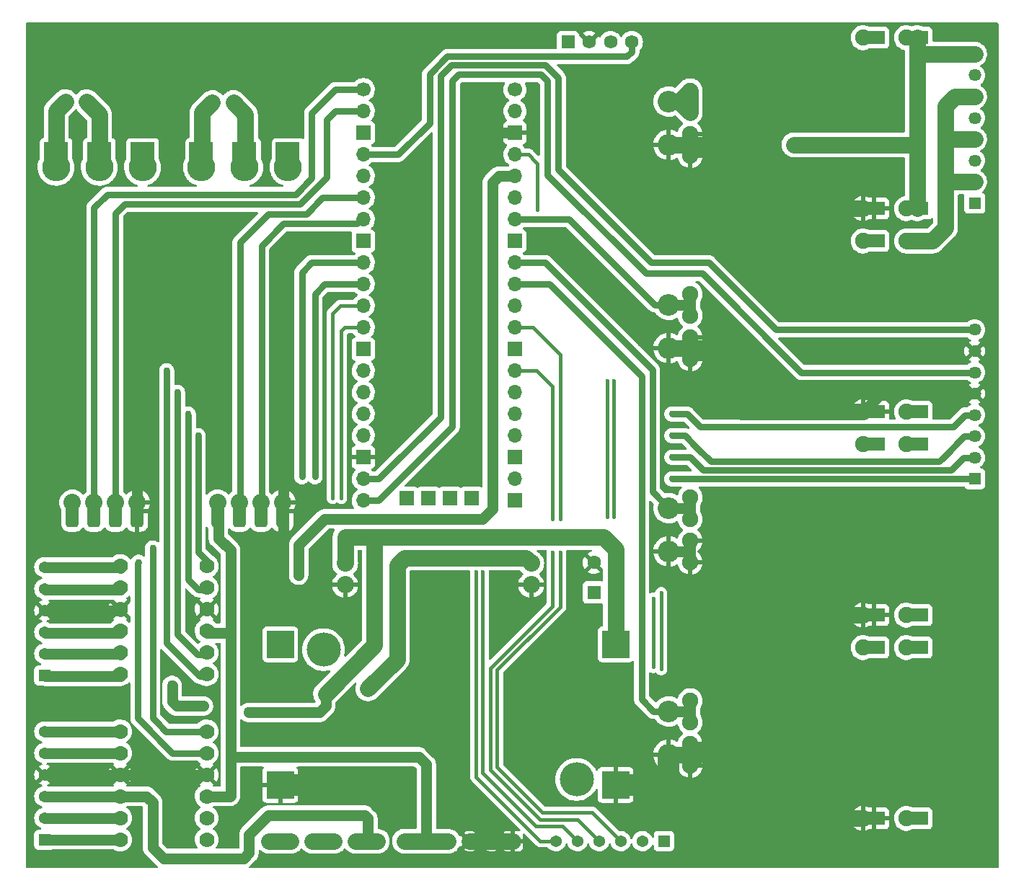
<source format=gbr>
%TF.GenerationSoftware,KiCad,Pcbnew,(6.0.6)*%
%TF.CreationDate,2022-09-13T11:19:58+07:00*%
%TF.ProjectId,Master,4d617374-6572-42e6-9b69-6361645f7063,rev?*%
%TF.SameCoordinates,Original*%
%TF.FileFunction,Copper,L1,Top*%
%TF.FilePolarity,Positive*%
%FSLAX46Y46*%
G04 Gerber Fmt 4.6, Leading zero omitted, Abs format (unit mm)*
G04 Created by KiCad (PCBNEW (6.0.6)) date 2022-09-13 11:19:58*
%MOMM*%
%LPD*%
G01*
G04 APERTURE LIST*
G04 Aperture macros list*
%AMRoundRect*
0 Rectangle with rounded corners*
0 $1 Rounding radius*
0 $2 $3 $4 $5 $6 $7 $8 $9 X,Y pos of 4 corners*
0 Add a 4 corners polygon primitive as box body*
4,1,4,$2,$3,$4,$5,$6,$7,$8,$9,$2,$3,0*
0 Add four circle primitives for the rounded corners*
1,1,$1+$1,$2,$3*
1,1,$1+$1,$4,$5*
1,1,$1+$1,$6,$7*
1,1,$1+$1,$8,$9*
0 Add four rect primitives between the rounded corners*
20,1,$1+$1,$2,$3,$4,$5,0*
20,1,$1+$1,$4,$5,$6,$7,0*
20,1,$1+$1,$6,$7,$8,$9,0*
20,1,$1+$1,$8,$9,$2,$3,0*%
%AMOutline4P*
0 Free polygon, 4 corners , with rotation*
0 The origin of the aperture is its center*
0 number of corners: always 4*
0 $1 to $8 corner X, Y*
0 $9 Rotation angle, in degrees counterclockwise*
0 create outline with 4 corners*
4,1,4,$1,$2,$3,$4,$5,$6,$7,$8,$1,$2,$9*%
G04 Aperture macros list end*
%TA.AperFunction,ComponentPad*%
%ADD10C,1.778000*%
%TD*%
%TA.AperFunction,ComponentPad*%
%ADD11O,1.905000X1.905000*%
%TD*%
%TA.AperFunction,ComponentPad*%
%ADD12O,2.540000X2.540000*%
%TD*%
%TA.AperFunction,SMDPad,CuDef*%
%ADD13R,2.540000X1.524000*%
%TD*%
%TA.AperFunction,ComponentPad*%
%ADD14R,1.458000X1.458000*%
%TD*%
%TA.AperFunction,ComponentPad*%
%ADD15C,1.458000*%
%TD*%
%TA.AperFunction,ComponentPad*%
%ADD16R,1.370000X1.370000*%
%TD*%
%TA.AperFunction,ComponentPad*%
%ADD17C,1.370000*%
%TD*%
%TA.AperFunction,ComponentPad*%
%ADD18O,1.778000X1.778000*%
%TD*%
%TA.AperFunction,SMDPad,CuDef*%
%ADD19Outline4P,-1.905000X-1.397000X1.905000X-1.397000X1.905000X1.397000X-1.905000X1.397000X90.000000*%
%TD*%
%TA.AperFunction,ComponentPad*%
%ADD20O,3.302000X3.302000*%
%TD*%
%TA.AperFunction,ComponentPad*%
%ADD21O,2.032000X2.032000*%
%TD*%
%TA.AperFunction,SMDPad,CuDef*%
%ADD22RoundRect,0.381000X0.381000X-1.524000X0.381000X1.524000X-0.381000X1.524000X-0.381000X-1.524000X0*%
%TD*%
%TA.AperFunction,WasherPad*%
%ADD23O,4.000000X4.000000*%
%TD*%
%TA.AperFunction,ComponentPad*%
%ADD24Outline4P,-1.587500X-1.587500X1.587500X-1.587500X1.587500X1.587500X-1.587500X1.587500X180.000000*%
%TD*%
%TA.AperFunction,ComponentPad*%
%ADD25R,1.590000X1.590000*%
%TD*%
%TA.AperFunction,ComponentPad*%
%ADD26C,1.590000*%
%TD*%
%TA.AperFunction,ComponentPad*%
%ADD27R,1.600000X1.600000*%
%TD*%
%TA.AperFunction,ComponentPad*%
%ADD28C,1.600000*%
%TD*%
%TA.AperFunction,ComponentPad*%
%ADD29C,1.700000*%
%TD*%
%TA.AperFunction,ComponentPad*%
%ADD30O,1.700000X1.700000*%
%TD*%
%TA.AperFunction,ComponentPad*%
%ADD31R,1.700000X1.700000*%
%TD*%
%TA.AperFunction,ViaPad*%
%ADD32C,0.381000*%
%TD*%
%TA.AperFunction,ViaPad*%
%ADD33C,1.270000*%
%TD*%
%TA.AperFunction,ViaPad*%
%ADD34C,1.778000*%
%TD*%
%TA.AperFunction,ViaPad*%
%ADD35C,0.762000*%
%TD*%
%TA.AperFunction,Conductor*%
%ADD36C,0.762000*%
%TD*%
%TA.AperFunction,Conductor*%
%ADD37C,1.270000*%
%TD*%
%TA.AperFunction,Conductor*%
%ADD38C,0.381000*%
%TD*%
%TA.AperFunction,Conductor*%
%ADD39C,1.905000*%
%TD*%
%TA.AperFunction,Conductor*%
%ADD40C,2.540000*%
%TD*%
G04 APERTURE END LIST*
D10*
%TO.P,U5,GND,GND*%
%TO.N,GND*%
X99562700Y-129222500D03*
X109722700Y-129222500D03*
%TO.P,U5,HV,HV*%
%TO.N,5V*%
X99562700Y-131762500D03*
%TO.P,U5,HV1,HV1*%
%TO.N,Net-(J4-Pad1)*%
X99562700Y-136842500D03*
%TO.P,U5,HV2,HV2*%
%TO.N,Net-(J4-Pad2)*%
X99562700Y-134302500D03*
%TO.P,U5,HV3,HV3*%
%TO.N,Net-(J4-Pad5)*%
X99562700Y-126682500D03*
%TO.P,U5,HV4,HV4*%
%TO.N,Net-(J4-Pad6)*%
X99562700Y-124142500D03*
%TO.P,U5,LV,LV*%
%TO.N,3.3V*%
X109722700Y-131762500D03*
%TO.P,U5,LV1,LV1*%
%TO.N,unconnected-(U5-PadLV1)*%
X109722700Y-136842500D03*
%TO.P,U5,LV2,LV2*%
%TO.N,unconnected-(U5-PadLV2)*%
X109722700Y-134302500D03*
%TO.P,U5,LV3,LV3*%
%TO.N,TUBE_DT*%
X109722700Y-126682500D03*
%TO.P,U5,LV4,LV4*%
%TO.N,ST_DT*%
X109722700Y-124142500D03*
%TD*%
D11*
%TO.P,U8,1,GND*%
%TO.N,GND*%
X166497000Y-77851000D03*
X166497000Y-80391000D03*
D12*
X163957000Y-79121000D03*
D11*
%TO.P,U8,2,TRIG/PWM*%
%TO.N,Drop_Solinoid*%
X166497000Y-72771000D03*
X166497000Y-75311000D03*
D12*
X163957000Y-74041000D03*
D13*
%TO.P,U8,3,OUT-*%
%TO.N,Drop_Tube*%
X188087000Y-66548000D03*
D11*
X186817000Y-66548000D03*
D13*
%TO.P,U8,4,OUT+*%
%TO.N,7V*%
X193167000Y-66548000D03*
D11*
X191897000Y-66548000D03*
D13*
%TO.P,U8,5,VIN-*%
%TO.N,GND*%
X188087000Y-86614000D03*
D11*
X186817000Y-86614000D03*
%TO.P,U8,6,VIN+*%
%TO.N,7V*%
X191897000Y-86614000D03*
D13*
X193167000Y-86614000D03*
%TD*%
D14*
%TO.P,J7,1,1*%
%TO.N,Drop_Tube*%
X199898000Y-62090000D03*
D15*
%TO.P,J7,2,2*%
%TO.N,7V*%
X199898000Y-59590000D03*
%TO.P,J7,3,3*%
%TO.N,Lock_Tube*%
X199898000Y-57090000D03*
%TO.P,J7,4,4*%
%TO.N,7V*%
X199898000Y-54590000D03*
%TO.P,J7,5,5*%
%TO.N,Rolling_tube*%
X199898000Y-52090000D03*
%TO.P,J7,6,6*%
%TO.N,7V*%
X199898000Y-49590000D03*
%TO.P,J7,7,7*%
%TO.N,Slide & Rolling*%
X199898000Y-47090000D03*
%TO.P,J7,8,8*%
%TO.N,24V*%
X199898000Y-44590000D03*
%TD*%
D16*
%TO.P,J5,1,1*%
%TO.N,5V*%
X129760500Y-137033000D03*
D17*
%TO.P,J5,2,2*%
X127220500Y-137033000D03*
%TO.P,J5,3,3*%
%TO.N,7V*%
X124680500Y-137033000D03*
%TO.P,J5,4,4*%
X122140500Y-137033000D03*
%TO.P,J5,5,5*%
%TO.N,24V*%
X119600500Y-137033000D03*
%TO.P,J5,6,6*%
X117060500Y-137033000D03*
%TD*%
D18*
%TO.P,J2,1,1*%
%TO.N,Net-(J2-Pad1)*%
X93136400Y-50194400D03*
%TO.P,J2,2,2*%
%TO.N,Net-(J2-Pad2)*%
X95636400Y-50194400D03*
%TD*%
D17*
%TO.P,J3,6,6*%
%TO.N,Net-(J3-Pad6)*%
X90678000Y-104868500D03*
%TO.P,J3,5,5*%
%TO.N,Net-(J3-Pad5)*%
X90678000Y-107408500D03*
%TO.P,J3,4,4*%
%TO.N,GND*%
X90678000Y-109948500D03*
%TO.P,J3,3,3*%
%TO.N,7V*%
X90678000Y-112488500D03*
%TO.P,J3,2,2*%
%TO.N,Net-(J3-Pad2)*%
X90678000Y-115028500D03*
D16*
%TO.P,J3,1,1*%
%TO.N,Net-(J3-Pad1)*%
X90678000Y-117568500D03*
%TD*%
D19*
%TO.P,U2,1,A+*%
%TO.N,Net-(J2-Pad1)*%
X92049600Y-56870600D03*
D20*
X92049600Y-57886600D03*
D19*
%TO.P,U2,2,B-*%
%TO.N,Net-(J2-Pad2)*%
X97129600Y-56870600D03*
D20*
X97129600Y-57886600D03*
%TO.P,U2,3,GND*%
%TO.N,unconnected-(U2-Pad3)*%
X102209600Y-57886600D03*
D19*
X102209600Y-56870600D03*
D21*
%TO.P,U2,4,VCC*%
%TO.N,3.3V*%
X93954600Y-97256600D03*
D22*
X93954600Y-98272600D03*
%TO.P,U2,5,TXD*%
%TO.N,PC_LINK_PIN0*%
X96494600Y-98272600D03*
D21*
X96494600Y-97256600D03*
D22*
%TO.P,U2,6,RXD*%
%TO.N,PC_LINK_PIN1*%
X99034600Y-98272600D03*
D21*
X99034600Y-97256600D03*
%TO.P,U2,7,GND*%
%TO.N,GND*%
X101574600Y-97256600D03*
D22*
X101574600Y-98272600D03*
%TD*%
D16*
%TO.P,J10,1,1*%
%TO.N,PIN_29*%
X163415500Y-137033000D03*
D17*
%TO.P,J10,2,2*%
%TO.N,PIN_23*%
X160875500Y-137033000D03*
%TO.P,J10,3,3*%
%TO.N,PIN_22*%
X158335500Y-137033000D03*
%TO.P,J10,4,4*%
%TO.N,PIN_21*%
X155795500Y-137033000D03*
%TO.P,J10,5,5*%
%TO.N,PIN_9*%
X153255500Y-137033000D03*
%TO.P,J10,6,6*%
%TO.N,PIN_8*%
X150715500Y-137033000D03*
%TD*%
D23*
%TO.P,U6,*%
%TO.N,*%
X123444000Y-114554000D03*
X153162000Y-129794000D03*
D24*
%TO.P,U6,1,IN+*%
%TO.N,24V*%
X118364000Y-113919000D03*
%TO.P,U6,2,IN-*%
%TO.N,GND*%
X118364000Y-130429000D03*
%TO.P,U6,3,Out+*%
%TO.N,7V*%
X157734000Y-113919000D03*
%TO.P,U6,4,Out-*%
%TO.N,GND*%
X157734000Y-130429000D03*
%TD*%
D10*
%TO.P,U4,GND,GND*%
%TO.N,GND*%
X99562700Y-109791500D03*
X109722700Y-109791500D03*
%TO.P,U4,HV,HV*%
%TO.N,7V*%
X99562700Y-112331500D03*
%TO.P,U4,HV1,HV1*%
%TO.N,Net-(J3-Pad1)*%
X99562700Y-117411500D03*
%TO.P,U4,HV2,HV2*%
%TO.N,Net-(J3-Pad2)*%
X99562700Y-114871500D03*
%TO.P,U4,HV3,HV3*%
%TO.N,Net-(J3-Pad5)*%
X99562700Y-107251500D03*
%TO.P,U4,HV4,HV4*%
%TO.N,Net-(J3-Pad6)*%
X99562700Y-104711500D03*
%TO.P,U4,LV,LV*%
%TO.N,3.3V*%
X109722700Y-112331500D03*
%TO.P,U4,LV1,LV1*%
%TO.N,PROX1*%
X109722700Y-117411500D03*
%TO.P,U4,LV2,LV2*%
%TO.N,PROX2*%
X109722700Y-114871500D03*
%TO.P,U4,LV3,LV3*%
%TO.N,PROX3*%
X109722700Y-107251500D03*
%TO.P,U4,LV4,LV4*%
%TO.N,PROX4*%
X109722700Y-104711500D03*
%TD*%
D25*
%TO.P,J9,1,1*%
%TO.N,3.3V*%
X152146000Y-43180000D03*
D26*
%TO.P,J9,2,2*%
%TO.N,GND*%
X154646000Y-43180000D03*
%TO.P,J9,3,3*%
%TO.N,SCL*%
X157146000Y-43180000D03*
%TO.P,J9,4,4*%
%TO.N,SDA*%
X159646000Y-43180000D03*
%TD*%
D19*
%TO.P,U3,1,A+*%
%TO.N,Net-(J1-Pad1)*%
X109118400Y-56870600D03*
D20*
X109118400Y-57886600D03*
%TO.P,U3,2,B-*%
%TO.N,Net-(J1-Pad2)*%
X114198400Y-57886600D03*
D19*
X114198400Y-56870600D03*
D20*
%TO.P,U3,3,GND*%
%TO.N,unconnected-(U3-Pad3)*%
X119278400Y-57886600D03*
D19*
X119278400Y-56870600D03*
D21*
%TO.P,U3,4,VCC*%
%TO.N,3.3V*%
X111023400Y-97256600D03*
D22*
X111023400Y-98272600D03*
%TO.P,U3,5,TXD*%
%TO.N,DV_LINK_PIN4*%
X113563400Y-98272600D03*
D21*
X113563400Y-97256600D03*
D22*
%TO.P,U3,6,RXD*%
%TO.N,DV_LINK_PIN5*%
X116103400Y-98272600D03*
D21*
X116103400Y-97256600D03*
%TO.P,U3,7,GND*%
%TO.N,GND*%
X118643400Y-97256600D03*
D22*
X118643400Y-98272600D03*
%TD*%
D27*
%TO.P,C1,1*%
%TO.N,24V*%
X155194000Y-107823000D03*
D28*
%TO.P,C1,2*%
%TO.N,GND*%
X155194000Y-104323000D03*
%TD*%
D11*
%TO.P,U11,1,GND*%
%TO.N,GND*%
X166497000Y-53975000D03*
X166497000Y-56515000D03*
D12*
X163957000Y-55245000D03*
D11*
%TO.P,U11,2,TRIG/PWM*%
%TO.N,Relay_Slide & Rolling*%
X166497000Y-48895000D03*
X166497000Y-51435000D03*
D12*
X163957000Y-50165000D03*
D11*
%TO.P,U11,3,OUT-*%
%TO.N,Slide & Rolling*%
X186817000Y-42672000D03*
D13*
X188087000Y-42672000D03*
D11*
%TO.P,U11,4,OUT+*%
%TO.N,24V*%
X191897000Y-42672000D03*
D13*
X193167000Y-42672000D03*
D11*
%TO.P,U11,5,VIN-*%
%TO.N,GND*%
X186817000Y-62738000D03*
D13*
X188087000Y-62738000D03*
D11*
%TO.P,U11,6,VIN+*%
%TO.N,24V*%
X191897000Y-62738000D03*
D13*
X193167000Y-62738000D03*
%TD*%
D11*
%TO.P,U9,1,GND*%
%TO.N,GND*%
X166497000Y-101727000D03*
D12*
X163957000Y-102997000D03*
D11*
X166497000Y-104267000D03*
%TO.P,U9,2,TRIG/PWM*%
%TO.N,Lock_Solinoid*%
X166497000Y-96647000D03*
D12*
X163957000Y-97917000D03*
D11*
X166497000Y-99187000D03*
%TO.P,U9,3,OUT-*%
%TO.N,Lock_Tube*%
X186817000Y-90424000D03*
D13*
X188087000Y-90424000D03*
%TO.P,U9,4,OUT+*%
%TO.N,7V*%
X193167000Y-90424000D03*
D11*
X191897000Y-90424000D03*
D13*
%TO.P,U9,5,VIN-*%
%TO.N,GND*%
X188087000Y-110490000D03*
D11*
X186817000Y-110490000D03*
D13*
%TO.P,U9,6,VIN+*%
%TO.N,7V*%
X193167000Y-110490000D03*
D11*
X191897000Y-110490000D03*
%TD*%
D16*
%TO.P,J6,1,1*%
%TO.N,GND*%
X145669000Y-137033000D03*
D17*
%TO.P,J6,2,2*%
X143129000Y-137033000D03*
%TO.P,J6,3,3*%
X140589000Y-137033000D03*
%TO.P,J6,4,4*%
%TO.N,3.3V*%
X138049000Y-137033000D03*
%TO.P,J6,5,5*%
X135509000Y-137033000D03*
%TO.P,J6,6,6*%
X132969000Y-137033000D03*
%TD*%
D21*
%TO.P,U7,1,Vout*%
%TO.N,5V*%
X147828000Y-104394000D03*
%TO.P,U7,2,GND*%
%TO.N,GND*%
X147828000Y-106934000D03*
%TO.P,U7,3,Vin*%
%TO.N,7V*%
X125984000Y-104394000D03*
%TO.P,U7,4,GND*%
%TO.N,GND*%
X125984000Y-106934000D03*
%TD*%
D29*
%TO.P,U1,1,GP0*%
%TO.N,PC_LINK_PIN0*%
X128116000Y-48756000D03*
D30*
%TO.P,U1,2,GP1*%
%TO.N,PC_LINK_PIN1*%
X128116000Y-51296000D03*
D31*
%TO.P,U1,3,GND*%
%TO.N,unconnected-(U1-Pad3)*%
X128116000Y-53836000D03*
D30*
%TO.P,U1,4,GP2*%
%TO.N,SDA*%
X128116000Y-56376000D03*
%TO.P,U1,5,GP3*%
%TO.N,SCL*%
X128116000Y-58916000D03*
%TO.P,U1,6,GP4*%
%TO.N,DV_LINK_PIN4*%
X128116000Y-61456000D03*
%TO.P,U1,7,GP5*%
%TO.N,DV_LINK_PIN5*%
X128116000Y-63996000D03*
D31*
%TO.P,U1,8,GND*%
%TO.N,unconnected-(U1-Pad8)*%
X128116000Y-66536000D03*
D30*
%TO.P,U1,9,GP6*%
%TO.N,TUBE_DT*%
X128116000Y-69076000D03*
%TO.P,U1,10,GP7*%
%TO.N,ST_DT*%
X128116000Y-71616000D03*
%TO.P,U1,11,GP8*%
%TO.N,PIN_8*%
X128116000Y-74156000D03*
%TO.P,U1,12,GP9*%
%TO.N,PIN_9*%
X128116000Y-76696000D03*
D31*
%TO.P,U1,13,GND*%
%TO.N,unconnected-(U1-Pad13)*%
X128116000Y-79236000D03*
D30*
%TO.P,U1,14,GP10*%
%TO.N,PROX1*%
X128116000Y-81776000D03*
%TO.P,U1,15,GP11*%
%TO.N,PROX2*%
X128116000Y-84316000D03*
%TO.P,U1,16,GP12*%
%TO.N,PROX3*%
X128116000Y-86856000D03*
%TO.P,U1,17,GP13*%
%TO.N,PROX4*%
X128116000Y-89396000D03*
D31*
%TO.P,U1,18,GND*%
%TO.N,GND*%
X128116000Y-91936000D03*
D30*
%TO.P,U1,19,GP14*%
%TO.N,roller_limit*%
X128116000Y-94476000D03*
%TO.P,U1,20,GP15*%
%TO.N,F{slash}B_limit*%
X128116000Y-97016000D03*
D31*
%TO.P,U1,21,GP16*%
%TO.N,Sliding_step*%
X145923000Y-97016000D03*
D30*
%TO.P,U1,22,GP17*%
%TO.N,Sliding_DIR*%
X145923000Y-94476000D03*
D31*
%TO.P,U1,23,GND*%
%TO.N,unconnected-(U1-Pad23)*%
X145923000Y-91948000D03*
D30*
%TO.P,U1,24,GP18*%
%TO.N,Rolling_step*%
X145923000Y-89396000D03*
%TO.P,U1,25,GP19*%
%TO.N,Rolling_DIR*%
X145923000Y-86856000D03*
%TO.P,U1,26,GP20*%
%TO.N,Relay_Slide & Rolling*%
X145923000Y-84316000D03*
%TO.P,U1,27,GP21*%
%TO.N,PIN_21*%
X145923000Y-81776000D03*
D31*
%TO.P,U1,28,GND*%
%TO.N,unconnected-(U1-Pad28)*%
X145923000Y-79236000D03*
D30*
%TO.P,U1,29,GP22*%
%TO.N,PIN_22*%
X145923000Y-76696000D03*
%TO.P,U1,30,RUN*%
%TO.N,unconnected-(U1-Pad30)*%
X145923000Y-74168000D03*
%TO.P,U1,31,GP26*%
%TO.N,Rolling_Solinoid*%
X145923000Y-71616000D03*
%TO.P,U1,32,GP27*%
%TO.N,Lock_Solinoid*%
X145923000Y-69076000D03*
D31*
%TO.P,U1,33,GND*%
%TO.N,unconnected-(U1-Pad33)*%
X145923000Y-66536000D03*
D30*
%TO.P,U1,34,GP28*%
%TO.N,Drop_Solinoid*%
X145923000Y-63996000D03*
%TO.P,U1,35,GP29*%
%TO.N,PIN_29*%
X145923000Y-61456000D03*
%TO.P,U1,36,3V3*%
%TO.N,3.3V*%
X145923000Y-58916000D03*
%TO.P,U1,37,GP23*%
%TO.N,PIN_23*%
X145923000Y-56376000D03*
D31*
%TO.P,U1,38,GND*%
%TO.N,GND*%
X145923000Y-53836000D03*
D30*
%TO.P,U1,39,VSYS*%
%TO.N,5V*%
X145923000Y-51296000D03*
D29*
%TO.P,U1,40,VBUS*%
%TO.N,unconnected-(U1-Pad40)*%
X145923000Y-48756000D03*
D31*
%TO.P,U1,41,GND*%
%TO.N,unconnected-(U1-Pad41)*%
X133223000Y-96774000D03*
%TO.P,U1,42,SWDIO*%
%TO.N,unconnected-(U1-Pad42)*%
X135763000Y-96774000D03*
%TO.P,U1,43,SWCLK*%
%TO.N,unconnected-(U1-Pad43)*%
X138303000Y-96774000D03*
%TO.P,U1,44,3V3*%
%TO.N,unconnected-(U1-Pad44)*%
X140843000Y-96774000D03*
%TD*%
D18*
%TO.P,J1,1,1*%
%TO.N,Net-(J1-Pad1)*%
X110383000Y-50296000D03*
%TO.P,J1,2,2*%
%TO.N,Net-(J1-Pad2)*%
X112883000Y-50296000D03*
%TD*%
D14*
%TO.P,J8,1,1*%
%TO.N,Sliding_step*%
X199898000Y-94475000D03*
D15*
%TO.P,J8,2,2*%
%TO.N,Sliding_DIR*%
X199898000Y-91975000D03*
%TO.P,J8,3,3*%
%TO.N,Rolling_step*%
X199898000Y-89475000D03*
%TO.P,J8,4,4*%
%TO.N,Rolling_DIR*%
X199898000Y-86975000D03*
%TO.P,J8,5,5*%
%TO.N,GND*%
X199898000Y-84475000D03*
%TO.P,J8,6,6*%
%TO.N,F{slash}B_limit*%
X199898000Y-81975000D03*
%TO.P,J8,7,7*%
%TO.N,GND*%
X199898000Y-79475000D03*
%TO.P,J8,8,8*%
%TO.N,roller_limit*%
X199898000Y-76975000D03*
%TD*%
D12*
%TO.P,U10,1,GND*%
%TO.N,GND*%
X163957000Y-126873000D03*
D11*
X166497000Y-125603000D03*
X166497000Y-128143000D03*
D12*
%TO.P,U10,2,TRIG/PWM*%
%TO.N,Rolling_Solinoid*%
X163957000Y-121793000D03*
D11*
X166497000Y-120523000D03*
X166497000Y-123063000D03*
%TO.P,U10,3,OUT-*%
%TO.N,Rolling_tube*%
X186817000Y-114300000D03*
D13*
X188087000Y-114300000D03*
%TO.P,U10,4,OUT+*%
%TO.N,7V*%
X193167000Y-114300000D03*
D11*
X191897000Y-114300000D03*
D13*
%TO.P,U10,5,VIN-*%
%TO.N,GND*%
X188087000Y-134366000D03*
D11*
X186817000Y-134366000D03*
D13*
%TO.P,U10,6,VIN+*%
%TO.N,7V*%
X193167000Y-134366000D03*
D11*
X191897000Y-134366000D03*
%TD*%
D16*
%TO.P,J4,1,1*%
%TO.N,Net-(J4-Pad1)*%
X90678000Y-136872500D03*
D17*
%TO.P,J4,2,2*%
%TO.N,Net-(J4-Pad2)*%
X90678000Y-134332500D03*
%TO.P,J4,3,3*%
%TO.N,5V*%
X90678000Y-131792500D03*
%TO.P,J4,4,4*%
%TO.N,GND*%
X90678000Y-129252500D03*
%TO.P,J4,5,5*%
%TO.N,Net-(J4-Pad5)*%
X90678000Y-126712500D03*
%TO.P,J4,6,6*%
%TO.N,Net-(J4-Pad6)*%
X90678000Y-124172500D03*
%TD*%
D32*
%TO.N,PIN_23*%
X162179000Y-116586000D03*
X148564600Y-62915800D03*
X162179000Y-108534200D03*
X156743400Y-82931000D03*
X156743400Y-98983800D03*
%TO.N,PIN_29*%
X163093400Y-107873800D03*
X157480000Y-82931000D03*
X163093400Y-116840000D03*
X157480000Y-98983800D03*
D33*
%TO.N,3.3V*%
X120523000Y-105791000D03*
D34*
%TO.N,GND*%
X171323000Y-102997000D03*
D33*
X114427000Y-119380000D03*
D34*
X171323000Y-55118000D03*
X118745000Y-91821000D03*
X132334000Y-130429000D03*
X171323000Y-79121000D03*
X139446000Y-106934000D03*
D33*
X114554000Y-107315000D03*
X140716000Y-56515000D03*
D34*
X101473000Y-91821000D03*
D33*
%TO.N,7V*%
X109347000Y-121158000D03*
X105664000Y-118745000D03*
D34*
X123698000Y-119761000D03*
D33*
X114681000Y-121920000D03*
D34*
%TO.N,5V*%
X128651000Y-119126000D03*
D35*
%TO.N,PROX4*%
X108712000Y-89408000D03*
%TO.N,PROX3*%
X107569000Y-86868000D03*
%TO.N,PROX2*%
X106299000Y-84328000D03*
%TO.N,PROX1*%
X105029000Y-81788000D03*
%TO.N,ST_DT*%
X122428000Y-94234000D03*
X103378000Y-102616000D03*
%TO.N,TUBE_DT*%
X120904000Y-94234000D03*
X101727000Y-104267000D03*
D34*
%TO.N,24V*%
X178689000Y-55245000D03*
D35*
%TO.N,Sliding_step*%
X164338000Y-94488000D03*
%TO.N,Sliding_DIR*%
X164338000Y-91948000D03*
%TO.N,Rolling_step*%
X164338000Y-89408000D03*
%TO.N,Rolling_DIR*%
X164338000Y-86868000D03*
D32*
%TO.N,PIN_8*%
X141365300Y-105410000D03*
X124510800Y-96723200D03*
%TO.N,PIN_9*%
X142138400Y-105410000D03*
X125526800Y-96723200D03*
%TO.N,PIN_21*%
X150317200Y-99161600D03*
X150317200Y-103124000D03*
%TO.N,PIN_22*%
X151257000Y-99161600D03*
X151257000Y-103124000D03*
%TD*%
D36*
%TO.N,Rolling_Solinoid*%
X160782000Y-82423000D02*
X149975000Y-71616000D01*
X149975000Y-71616000D02*
X145923000Y-71616000D01*
D37*
X166497000Y-121920000D02*
X166370000Y-121793000D01*
X166497000Y-121920000D02*
X166497000Y-120523000D01*
X166497000Y-123063000D02*
X166497000Y-121920000D01*
D36*
X160782000Y-120396000D02*
X160782000Y-82423000D01*
D37*
X166370000Y-121793000D02*
X163957000Y-121793000D01*
D36*
X162179000Y-121793000D02*
X160782000Y-120396000D01*
X163957000Y-121793000D02*
X162179000Y-121793000D01*
%TO.N,Lock_Solinoid*%
X162052000Y-96012000D02*
X162052000Y-81661000D01*
D37*
X166497000Y-97917000D02*
X166497000Y-96647000D01*
X166497000Y-97917000D02*
X163957000Y-97917000D01*
D36*
X162052000Y-81661000D02*
X149467000Y-69076000D01*
X149467000Y-69076000D02*
X145923000Y-69076000D01*
D37*
X166497000Y-99187000D02*
X166497000Y-97917000D01*
D36*
X163957000Y-97917000D02*
X162052000Y-96012000D01*
D37*
%TO.N,Drop_Solinoid*%
X166497000Y-73914000D02*
X166370000Y-74041000D01*
D36*
X162330000Y-74041000D02*
X152285000Y-63996000D01*
D37*
X166497000Y-73914000D02*
X166497000Y-72771000D01*
X166370000Y-74041000D02*
X163957000Y-74041000D01*
D36*
X152285000Y-63996000D02*
X145923000Y-63996000D01*
D37*
X166497000Y-75311000D02*
X166497000Y-73914000D01*
D36*
X163957000Y-74041000D02*
X162330000Y-74041000D01*
D38*
%TO.N,PIN_23*%
X148564600Y-57429400D02*
X148564600Y-59893200D01*
X147511200Y-56376000D02*
X148310600Y-57175400D01*
X156743400Y-98983800D02*
X156743400Y-82931000D01*
X162179000Y-108534200D02*
X162179000Y-116586000D01*
X148564600Y-59893200D02*
X148564600Y-62915800D01*
X148564600Y-59893200D02*
X148564600Y-60198000D01*
X148310600Y-57175400D02*
X148564600Y-57429400D01*
X145923000Y-56376000D02*
X147511200Y-56376000D01*
%TO.N,PIN_29*%
X163093400Y-107873800D02*
X163093400Y-116840000D01*
X157480000Y-98983800D02*
X157480000Y-82931000D01*
D36*
%TO.N,PC_LINK_PIN0*%
X122047000Y-59182000D02*
X122047000Y-51562000D01*
X96494600Y-97256600D02*
X96494600Y-62636400D01*
X120142000Y-61087000D02*
X122047000Y-59182000D01*
X124853000Y-48756000D02*
X128116000Y-48756000D01*
X98044000Y-61087000D02*
X120142000Y-61087000D01*
X96494600Y-62636400D02*
X98044000Y-61087000D01*
X122047000Y-51562000D02*
X124853000Y-48756000D01*
%TO.N,PC_LINK_PIN1*%
X120650000Y-62230000D02*
X123825000Y-59055000D01*
X99034600Y-98272600D02*
X99034600Y-63271400D01*
X99034600Y-63474600D02*
X99034600Y-97256600D01*
X100076000Y-62230000D02*
X120650000Y-62230000D01*
X123825000Y-52324000D02*
X124853000Y-51296000D01*
X99034600Y-63271400D02*
X100076000Y-62230000D01*
X124853000Y-51296000D02*
X128116000Y-51296000D01*
X123825000Y-59055000D02*
X123825000Y-52324000D01*
%TO.N,DV_LINK_PIN4*%
X113639600Y-97256600D02*
X113639600Y-66700400D01*
X113639600Y-66700400D02*
X116967000Y-63373000D01*
X121412000Y-63373000D02*
X123329000Y-61456000D01*
X116967000Y-63373000D02*
X121412000Y-63373000D01*
X123329000Y-61456000D02*
X128116000Y-61456000D01*
%TO.N,DV_LINK_PIN5*%
X127381000Y-64516000D02*
X118745000Y-64516000D01*
X118745000Y-64516000D02*
X116179600Y-67081400D01*
X128116000Y-63996000D02*
X127901000Y-63996000D01*
X116179600Y-67081400D02*
X116179600Y-97256600D01*
X127901000Y-63996000D02*
X127381000Y-64516000D01*
D37*
%TO.N,3.3V*%
X112522000Y-131699000D02*
X112522000Y-130937000D01*
X134620000Y-127127000D02*
X112776000Y-127127000D01*
X144030000Y-58916000D02*
X143256000Y-59690000D01*
X142113000Y-99187000D02*
X123571000Y-99187000D01*
X123571000Y-99187000D02*
X120523000Y-102235000D01*
X111099600Y-97256600D02*
X111099600Y-101447600D01*
X111099600Y-101447600D02*
X112522000Y-102870000D01*
D39*
X132969000Y-137033000D02*
X135509000Y-137033000D01*
D37*
X112522000Y-112903000D02*
X112522000Y-126873000D01*
D39*
X138049000Y-137033000D02*
X135509000Y-137033000D01*
D37*
X145923000Y-58916000D02*
X144030000Y-58916000D01*
X112204500Y-112585500D02*
X109728000Y-112585500D01*
X143256000Y-98044000D02*
X142113000Y-99187000D01*
X109722700Y-131762500D02*
X112458500Y-131762500D01*
X135509000Y-128016000D02*
X134620000Y-127127000D01*
X135509000Y-137033000D02*
X135509000Y-128016000D01*
X112776000Y-127127000D02*
X112522000Y-126873000D01*
X112522000Y-126873000D02*
X112522000Y-130937000D01*
X112522000Y-112903000D02*
X112522000Y-102870000D01*
X120523000Y-102235000D02*
X120523000Y-105791000D01*
X112522000Y-112903000D02*
X112204500Y-112585500D01*
X143256000Y-59690000D02*
X143256000Y-98044000D01*
X109728000Y-131762500D02*
X111696500Y-131762500D01*
X112458500Y-131762500D02*
X112522000Y-131699000D01*
%TO.N,GND*%
X166497000Y-103251000D02*
X166243000Y-102997000D01*
D39*
X167581595Y-126873000D02*
X171323000Y-123131595D01*
D37*
X166497000Y-104267000D02*
X166497000Y-103251000D01*
X166497000Y-125603000D02*
X166497000Y-126746000D01*
X166497000Y-126746000D02*
X166497000Y-128143000D01*
X99471000Y-109948500D02*
X99568000Y-110045500D01*
X145923000Y-53836000D02*
X141744000Y-53836000D01*
X115379500Y-102298500D02*
X117792500Y-102298500D01*
D40*
X163957000Y-129159000D02*
X163957000Y-126873000D01*
D37*
X117792500Y-102298500D02*
X118719600Y-101371400D01*
X101574600Y-91922600D02*
X101574600Y-97256600D01*
D39*
X172466000Y-86614000D02*
X171323000Y-85471000D01*
D37*
X90678000Y-129252500D02*
X99538000Y-129252500D01*
X118719600Y-100228400D02*
X118719600Y-97256600D01*
X166497000Y-80391000D02*
X166497000Y-79121000D01*
D39*
X163957000Y-55245000D02*
X171196000Y-55245000D01*
D37*
X118745000Y-91821000D02*
X118719600Y-91846400D01*
D39*
X172466000Y-62738000D02*
X171323000Y-61595000D01*
D37*
X90678000Y-109948500D02*
X99471000Y-109948500D01*
D40*
X157734000Y-130429000D02*
X163068000Y-130429000D01*
D37*
X188956000Y-84475000D02*
X199898000Y-84475000D01*
X101473000Y-91821000D02*
X101574600Y-91922600D01*
D39*
X171323000Y-123131595D02*
X171323000Y-110744000D01*
X139446000Y-106934000D02*
X139446000Y-131699000D01*
D40*
X132334000Y-130429000D02*
X118364000Y-130429000D01*
D39*
X171323000Y-85471000D02*
X171323000Y-79121000D01*
D37*
X114554000Y-103124000D02*
X115379500Y-102298500D01*
D39*
X139446000Y-131699000D02*
X143129000Y-135382000D01*
D37*
X166497000Y-79121000D02*
X166497000Y-77851000D01*
X114554000Y-107315000D02*
X114554000Y-119253000D01*
X109722700Y-129222500D02*
X99562700Y-129222500D01*
D39*
X143129000Y-135382000D02*
X143129000Y-137033000D01*
D37*
X166497000Y-126746000D02*
X166370000Y-126873000D01*
D39*
X171323000Y-61595000D02*
X171323000Y-55118000D01*
D37*
X118719600Y-101371400D02*
X118719600Y-98272600D01*
D39*
X186817000Y-62738000D02*
X172466000Y-62738000D01*
D37*
X166497000Y-79121000D02*
X165227000Y-79121000D01*
D39*
X171323000Y-79121000D02*
X163957000Y-79121000D01*
D37*
X118719600Y-91846400D02*
X118719600Y-97256600D01*
X186817000Y-86614000D02*
X188956000Y-84475000D01*
X166497000Y-103251000D02*
X166497000Y-101727000D01*
D39*
X171323000Y-110744000D02*
X171323000Y-102997000D01*
X186817000Y-134366000D02*
X165862000Y-134366000D01*
X140589000Y-137033000D02*
X145669000Y-137033000D01*
X171196000Y-55245000D02*
X171323000Y-55118000D01*
D37*
X166497000Y-56515000D02*
X166497000Y-53975000D01*
X114554000Y-119253000D02*
X114427000Y-119380000D01*
D39*
X186817000Y-86614000D02*
X172466000Y-86614000D01*
X165862000Y-134366000D02*
X163957000Y-132461000D01*
X186817000Y-110490000D02*
X171577000Y-110490000D01*
D37*
X141744000Y-53836000D02*
X140716000Y-54864000D01*
X166243000Y-102997000D02*
X163957000Y-102997000D01*
D39*
X163957000Y-126873000D02*
X167581595Y-126873000D01*
X163957000Y-132461000D02*
X163957000Y-126873000D01*
D37*
X140716000Y-54864000D02*
X140716000Y-56515000D01*
D39*
X171577000Y-110490000D02*
X171323000Y-110744000D01*
D37*
X114554000Y-107315000D02*
X114554000Y-103124000D01*
D39*
%TO.N,7V*%
X129413000Y-101346000D02*
X125984000Y-101346000D01*
X196469000Y-65024000D02*
X196469000Y-60071000D01*
X196469000Y-60071000D02*
X196469000Y-53975000D01*
X157734000Y-102743000D02*
X156337000Y-101346000D01*
X194945000Y-66548000D02*
X196469000Y-65024000D01*
X199898000Y-49590000D02*
X197552000Y-49590000D01*
X199898000Y-59590000D02*
X196950000Y-59590000D01*
D37*
X90775000Y-112585500D02*
X90678000Y-112488500D01*
D39*
X123698000Y-119761000D02*
X129413000Y-114046000D01*
D37*
X99568000Y-112585500D02*
X90775000Y-112585500D01*
D39*
X199898000Y-54590000D02*
X197084000Y-54590000D01*
X157734000Y-113919000D02*
X157734000Y-102743000D01*
X196469000Y-53975000D02*
X196469000Y-50673000D01*
X129413000Y-114046000D02*
X129413000Y-101346000D01*
X191897000Y-66548000D02*
X194945000Y-66548000D01*
D37*
X105664000Y-118745000D02*
X105664000Y-120650000D01*
D39*
X125984000Y-104394000D02*
X125984000Y-101346000D01*
D37*
X122936000Y-121920000D02*
X123698000Y-121158000D01*
X106172000Y-121158000D02*
X109347000Y-121158000D01*
X114681000Y-121920000D02*
X122936000Y-121920000D01*
D39*
X197084000Y-54590000D02*
X196469000Y-53975000D01*
X156337000Y-101346000D02*
X129413000Y-101346000D01*
X196469000Y-50673000D02*
X197552000Y-49590000D01*
X196950000Y-59590000D02*
X196469000Y-60071000D01*
X122140500Y-137033000D02*
X124680500Y-137033000D01*
D37*
X105664000Y-120650000D02*
X106172000Y-121158000D01*
X123698000Y-121158000D02*
X123698000Y-119761000D01*
%TO.N,5V*%
X104648000Y-139065000D02*
X114046000Y-139065000D01*
D39*
X146405600Y-103733600D02*
X147167600Y-103733600D01*
D37*
X102679500Y-131762500D02*
X103378000Y-132461000D01*
X99568000Y-131762500D02*
X90708000Y-131762500D01*
D39*
X128651000Y-137033000D02*
X129760500Y-137033000D01*
X132969000Y-103759000D02*
X146380200Y-103759000D01*
X128651000Y-119126000D02*
X132080000Y-115697000D01*
D37*
X103378000Y-137795000D02*
X104648000Y-139065000D01*
X128270000Y-133985000D02*
X128651000Y-134366000D01*
D39*
X146380200Y-103759000D02*
X146405600Y-103733600D01*
D37*
X99562700Y-131762500D02*
X102679500Y-131762500D01*
X114681000Y-138430000D02*
X114681000Y-136271000D01*
D39*
X132080000Y-104648000D02*
X132969000Y-103759000D01*
X147167600Y-103733600D02*
X147828000Y-104394000D01*
D37*
X103378000Y-132461000D02*
X103378000Y-137795000D01*
D39*
X132080000Y-115697000D02*
X132080000Y-104648000D01*
D37*
X116967000Y-133985000D02*
X128270000Y-133985000D01*
X90708000Y-131762500D02*
X90678000Y-131792500D01*
D39*
X127220500Y-137033000D02*
X128651000Y-137033000D01*
D37*
X128651000Y-134366000D02*
X128651000Y-137033000D01*
X114046000Y-139065000D02*
X114681000Y-138430000D01*
X114681000Y-136271000D02*
X116967000Y-133985000D01*
D36*
%TO.N,PROX4*%
X109728000Y-104965500D02*
X109728000Y-104140000D01*
X108966000Y-103378000D02*
X108712000Y-103124000D01*
X109728000Y-104140000D02*
X108966000Y-103378000D01*
X108712000Y-103124000D02*
X108712000Y-89408000D01*
%TO.N,PROX3*%
X109728000Y-107505500D02*
X108775500Y-107505500D01*
X108775500Y-107505500D02*
X107569000Y-106299000D01*
X107569000Y-106299000D02*
X107569000Y-86995000D01*
%TO.N,PROX2*%
X106299000Y-112776000D02*
X106616500Y-113093500D01*
X109728000Y-115125500D02*
X108648500Y-115125500D01*
X106299000Y-84328000D02*
X106299000Y-112776000D01*
X108648500Y-115125500D02*
X106616500Y-113093500D01*
%TO.N,PROX1*%
X105029000Y-113792000D02*
X105410000Y-114173000D01*
X108902500Y-117665500D02*
X109728000Y-117665500D01*
X105410000Y-114173000D02*
X108902500Y-117665500D01*
X105029000Y-81788000D02*
X105029000Y-113792000D01*
%TO.N,ST_DT*%
X122428000Y-72771000D02*
X123583000Y-71616000D01*
X103378000Y-102616000D02*
X103378000Y-122555000D01*
X103378000Y-122555000D02*
X103759000Y-122936000D01*
X104965500Y-124142500D02*
X109728000Y-124142500D01*
X103759000Y-122936000D02*
X104965500Y-124142500D01*
X122428000Y-94234000D02*
X122428000Y-72771000D01*
X123583000Y-71616000D02*
X128116000Y-71616000D01*
%TO.N,TUBE_DT*%
X101727000Y-104267000D02*
X101654000Y-104340000D01*
X101654000Y-122609000D02*
X105727500Y-126682500D01*
X120904000Y-94234000D02*
X120904000Y-70231000D01*
X120904000Y-70231000D02*
X122059000Y-69076000D01*
X122059000Y-69076000D02*
X128116000Y-69076000D01*
X101654000Y-104340000D02*
X101654000Y-122609000D01*
X105727500Y-126682500D02*
X109728000Y-126682500D01*
D39*
%TO.N,Net-(J1-Pad1)*%
X109194600Y-57886600D02*
X109194600Y-51484400D01*
X109194600Y-51484400D02*
X110383000Y-50296000D01*
%TO.N,Net-(J1-Pad2)*%
X114274600Y-57886600D02*
X114274600Y-51687600D01*
X114274600Y-51687600D02*
X112883000Y-50296000D01*
%TO.N,Net-(J2-Pad1)*%
X92049600Y-51281200D02*
X93136400Y-50194400D01*
X92049600Y-56870600D02*
X92049600Y-51281200D01*
%TO.N,Net-(J2-Pad2)*%
X97129600Y-57886600D02*
X97129600Y-51687600D01*
X97129600Y-51687600D02*
X95636400Y-50194400D01*
D37*
%TO.N,Net-(J3-Pad1)*%
X99471000Y-117568500D02*
X99568000Y-117665500D01*
X90775000Y-117665500D02*
X90678000Y-117568500D01*
X99568000Y-117665500D02*
X90775000Y-117665500D01*
%TO.N,Net-(J3-Pad2)*%
X90678000Y-115028500D02*
X99471000Y-115028500D01*
X99471000Y-115028500D02*
X99568000Y-115125500D01*
%TO.N,Net-(J3-Pad5)*%
X99568000Y-107505500D02*
X90775000Y-107505500D01*
X90775000Y-107505500D02*
X90678000Y-107408500D01*
%TO.N,Net-(J3-Pad6)*%
X99471000Y-104868500D02*
X99568000Y-104965500D01*
X90678000Y-104868500D02*
X99471000Y-104868500D01*
%TO.N,Net-(J4-Pad1)*%
X99568000Y-136842500D02*
X90708000Y-136842500D01*
X90708000Y-136842500D02*
X90678000Y-136872500D01*
%TO.N,Net-(J4-Pad2)*%
X99538000Y-134332500D02*
X99568000Y-134302500D01*
X90678000Y-134332500D02*
X99538000Y-134332500D01*
%TO.N,Net-(J4-Pad5)*%
X90708000Y-126682500D02*
X90678000Y-126712500D01*
X99568000Y-126682500D02*
X90708000Y-126682500D01*
%TO.N,Net-(J4-Pad6)*%
X99538000Y-124172500D02*
X99568000Y-124142500D01*
X90678000Y-124172500D02*
X99538000Y-124172500D01*
D39*
%TO.N,24V*%
X119600500Y-137033000D02*
X117060500Y-137033000D01*
X193167000Y-45212000D02*
X193167000Y-55753000D01*
X189357000Y-55245000D02*
X192659000Y-55245000D01*
X193167000Y-55753000D02*
X193167000Y-59055000D01*
X193167000Y-62738000D02*
X193167000Y-59055000D01*
X192659000Y-55245000D02*
X193167000Y-55753000D01*
X193167000Y-42672000D02*
X193167000Y-45212000D01*
X189357000Y-55245000D02*
X178689000Y-55245000D01*
X193789000Y-44590000D02*
X193167000Y-45212000D01*
X199898000Y-44590000D02*
X193789000Y-44590000D01*
D37*
%TO.N,Slide & Rolling*%
X186817000Y-42672000D02*
X188341000Y-42672000D01*
D39*
%TO.N,Relay_Slide & Rolling*%
X166116000Y-50165000D02*
X166497000Y-49784000D01*
X166497000Y-49784000D02*
X166497000Y-48895000D01*
X165227000Y-50165000D02*
X166497000Y-48895000D01*
X165227000Y-50165000D02*
X166497000Y-51435000D01*
X166497000Y-51435000D02*
X166497000Y-48895000D01*
X163957000Y-50165000D02*
X166116000Y-50165000D01*
X163957000Y-50165000D02*
X165227000Y-50165000D01*
D36*
%TO.N,Sliding_step*%
X164351000Y-94475000D02*
X164338000Y-94488000D01*
X199898000Y-94475000D02*
X164351000Y-94475000D01*
%TO.N,Sliding_DIR*%
X198601000Y-91975000D02*
X199898000Y-91975000D01*
X197104000Y-93472000D02*
X198601000Y-91975000D01*
X166497000Y-91948000D02*
X168021000Y-93472000D01*
X164338000Y-91948000D02*
X166497000Y-91948000D01*
X168021000Y-93472000D02*
X197104000Y-93472000D01*
%TO.N,Rolling_step*%
X196088000Y-92075000D02*
X195707000Y-92456000D01*
X199898000Y-89475000D02*
X198688000Y-89475000D01*
X192278000Y-92456000D02*
X168910000Y-92456000D01*
X195707000Y-92456000D02*
X192278000Y-92456000D01*
X167259000Y-90805000D02*
X165862000Y-89408000D01*
X198688000Y-89475000D02*
X196088000Y-92075000D01*
X165862000Y-89408000D02*
X164338000Y-89408000D01*
X168910000Y-92456000D02*
X167259000Y-90805000D01*
%TO.N,Rolling_DIR*%
X197358000Y-88392000D02*
X198775000Y-86975000D01*
X164338000Y-86868000D02*
X166116000Y-86868000D01*
X167640000Y-88392000D02*
X197358000Y-88392000D01*
X198775000Y-86975000D02*
X199898000Y-86975000D01*
X166116000Y-86868000D02*
X167640000Y-88392000D01*
%TO.N,roller_limit*%
X128116000Y-94476000D02*
X129933000Y-94476000D01*
X137160000Y-47117000D02*
X138430000Y-45847000D01*
X149479000Y-45847000D02*
X151003000Y-47371000D01*
X161925000Y-69088000D02*
X168656000Y-69088000D01*
X137160000Y-87249000D02*
X137160000Y-47117000D01*
X151003000Y-47371000D02*
X151003000Y-58166000D01*
X129933000Y-94476000D02*
X137160000Y-87249000D01*
X176543000Y-76975000D02*
X199898000Y-76975000D01*
X138430000Y-45847000D02*
X149479000Y-45847000D01*
X151003000Y-58166000D02*
X161925000Y-69088000D01*
X168656000Y-69088000D02*
X176543000Y-76975000D01*
%TO.N,F{slash}B_limit*%
X129933000Y-97016000D02*
X138557000Y-88392000D01*
X161290000Y-70358000D02*
X167894000Y-70358000D01*
X148971000Y-46990000D02*
X149733000Y-47752000D01*
X149733000Y-47752000D02*
X149733000Y-58801000D01*
X138557000Y-47752000D02*
X139319000Y-46990000D01*
X138557000Y-88392000D02*
X138557000Y-47752000D01*
X149733000Y-58801000D02*
X161290000Y-70358000D01*
X139319000Y-46990000D02*
X148971000Y-46990000D01*
X167894000Y-70358000D02*
X179511000Y-81975000D01*
X179511000Y-81975000D02*
X199898000Y-81975000D01*
X128116000Y-97016000D02*
X129933000Y-97016000D01*
%TO.N,SDA*%
X132219000Y-56376000D02*
X135890000Y-52705000D01*
X137995000Y-44885000D02*
X159077000Y-44885000D01*
X135890000Y-46990000D02*
X137995000Y-44885000D01*
X159646000Y-44316000D02*
X159077000Y-44885000D01*
X159646000Y-43180000D02*
X159646000Y-44316000D01*
X128116000Y-56376000D02*
X132219000Y-56376000D01*
X135890000Y-52705000D02*
X135890000Y-46990000D01*
D38*
%TO.N,PIN_8*%
X124510800Y-96088200D02*
X124510800Y-96367600D01*
X125386400Y-74156000D02*
X124510800Y-75031600D01*
X141365300Y-129478100D02*
X148920200Y-137033000D01*
X149479000Y-137033000D02*
X150749000Y-137033000D01*
X141365300Y-105410000D02*
X141365300Y-129478100D01*
X124510800Y-96723200D02*
X124510800Y-96088200D01*
X128116000Y-74156000D02*
X125386400Y-74156000D01*
X124510800Y-75031600D02*
X124510800Y-96088200D01*
X150715500Y-137033000D02*
X149479000Y-137033000D01*
X148920200Y-137033000D02*
X149479000Y-137033000D01*
%TO.N,PIN_9*%
X125526800Y-77115800D02*
X125526800Y-96723200D01*
X151502900Y-135280400D02*
X151282400Y-135280400D01*
X148386800Y-135280400D02*
X142138400Y-129032000D01*
X153255500Y-137033000D02*
X152273000Y-136050500D01*
X153289000Y-137033000D02*
X152273000Y-136017000D01*
X152273000Y-136017000D02*
X151536400Y-135280400D01*
X153255500Y-137033000D02*
X151502900Y-135280400D01*
X151282400Y-135280400D02*
X148386800Y-135280400D01*
X125946600Y-76696000D02*
X128116000Y-76696000D01*
X152273000Y-136050500D02*
X152273000Y-136017000D01*
X125526800Y-77115800D02*
X125946600Y-76696000D01*
X142138400Y-129032000D02*
X142138400Y-105410000D01*
X151536400Y-135280400D02*
X151282400Y-135280400D01*
%TO.N,PIN_21*%
X145923000Y-81776000D02*
X148451000Y-81776000D01*
X148844000Y-134467600D02*
X143052800Y-128676400D01*
X155829000Y-137033000D02*
X153263600Y-134467600D01*
X150317200Y-109423200D02*
X150317200Y-103124000D01*
X148451000Y-81776000D02*
X150317200Y-83642200D01*
X153263600Y-134467600D02*
X148844000Y-134467600D01*
X155795500Y-137033000D02*
X153263600Y-134501100D01*
X143052800Y-128676400D02*
X143052800Y-116687600D01*
X143052800Y-116687600D02*
X150317200Y-109423200D01*
X150317200Y-83642200D02*
X150317200Y-99161600D01*
X153263600Y-134501100D02*
X153263600Y-134467600D01*
%TO.N,PIN_22*%
X155016200Y-133680200D02*
X158369000Y-137033000D01*
X154982700Y-133680200D02*
X154254200Y-133680200D01*
X158335500Y-137033000D02*
X154982700Y-133680200D01*
X151257000Y-109499400D02*
X143840200Y-116916200D01*
X149174200Y-133680200D02*
X154254200Y-133680200D01*
X151257000Y-103124000D02*
X151257000Y-109499400D01*
X154254200Y-133680200D02*
X155016200Y-133680200D01*
X148070000Y-76696000D02*
X145923000Y-76696000D01*
X143840200Y-116916200D02*
X143840200Y-128346200D01*
X151257000Y-79883000D02*
X148070000Y-76696000D01*
X143840200Y-128346200D02*
X149174200Y-133680200D01*
X151257000Y-99161600D02*
X151257000Y-79883000D01*
%TD*%
%TA.AperFunction,Conductor*%
%TO.N,GND*%
G36*
X185126435Y-41422502D02*
G01*
X185172928Y-41476158D01*
X185183032Y-41546432D01*
X185167268Y-41591784D01*
X185044267Y-41803547D01*
X185042599Y-41807664D01*
X185042596Y-41807671D01*
X184961149Y-42008754D01*
X184939586Y-42061991D01*
X184872365Y-42332607D01*
X184843944Y-42609994D01*
X184844119Y-42614446D01*
X184853946Y-42864554D01*
X184854891Y-42888619D01*
X184904988Y-43162921D01*
X184993234Y-43427429D01*
X184995226Y-43431416D01*
X184995227Y-43431418D01*
X185114006Y-43669131D01*
X185117869Y-43676863D01*
X185276407Y-43906248D01*
X185323781Y-43957497D01*
X185439171Y-44082325D01*
X185465683Y-44111006D01*
X185469137Y-44113818D01*
X185678465Y-44284238D01*
X185678469Y-44284241D01*
X185681922Y-44287052D01*
X185920809Y-44430874D01*
X185924904Y-44432608D01*
X185924906Y-44432609D01*
X186173476Y-44537865D01*
X186173483Y-44537867D01*
X186177577Y-44539601D01*
X186276260Y-44565766D01*
X186442807Y-44609926D01*
X186442811Y-44609927D01*
X186447104Y-44611065D01*
X186451513Y-44611587D01*
X186451519Y-44611588D01*
X186605849Y-44629854D01*
X186724010Y-44643839D01*
X187002773Y-44637269D01*
X187100474Y-44621007D01*
X187273431Y-44592219D01*
X187273433Y-44592219D01*
X187277828Y-44591487D01*
X187543689Y-44507407D01*
X187636339Y-44462917D01*
X187690881Y-44450500D01*
X189454082Y-44450500D01*
X189460221Y-44450189D01*
X189471117Y-44447992D01*
X189649589Y-44412006D01*
X189649590Y-44412006D01*
X189655634Y-44410787D01*
X189839672Y-44334179D01*
X190005325Y-44223284D01*
X190146284Y-44082325D01*
X190214071Y-43981066D01*
X190268588Y-43935586D01*
X190339039Y-43926800D01*
X190403056Y-43957497D01*
X190411300Y-43965631D01*
X190519171Y-44082325D01*
X190545683Y-44111006D01*
X190549137Y-44113818D01*
X190758465Y-44284238D01*
X190758469Y-44284241D01*
X190761922Y-44287052D01*
X191000809Y-44430874D01*
X191004911Y-44432611D01*
X191121130Y-44481823D01*
X191176060Y-44526804D01*
X191198000Y-44597850D01*
X191198000Y-45190962D01*
X191197996Y-45191952D01*
X191196865Y-45335951D01*
X191197458Y-45340367D01*
X191197738Y-45344818D01*
X191197465Y-45344835D01*
X191198000Y-45352829D01*
X191198000Y-53150000D01*
X191177998Y-53218121D01*
X191124342Y-53264614D01*
X191072000Y-53276000D01*
X178617960Y-53276000D01*
X178410857Y-53290664D01*
X178406502Y-53291602D01*
X178406499Y-53291602D01*
X178142610Y-53348415D01*
X178142608Y-53348416D01*
X178138263Y-53349351D01*
X177876658Y-53445863D01*
X177631262Y-53578271D01*
X177406970Y-53743936D01*
X177208258Y-53939551D01*
X177205557Y-53943091D01*
X177205551Y-53943097D01*
X177065915Y-54126064D01*
X177039091Y-54161212D01*
X176902844Y-54404499D01*
X176802236Y-54664556D01*
X176801234Y-54668877D01*
X176801232Y-54668885D01*
X176772277Y-54793809D01*
X176739274Y-54936194D01*
X176715214Y-55213993D01*
X176715458Y-55218428D01*
X176715458Y-55218432D01*
X176730066Y-55483866D01*
X176730536Y-55492412D01*
X176784935Y-55765893D01*
X176786411Y-55770096D01*
X176831532Y-55898581D01*
X176877325Y-56028982D01*
X176879378Y-56032935D01*
X176879381Y-56032941D01*
X176952134Y-56172996D01*
X177005863Y-56276428D01*
X177008446Y-56280043D01*
X177008450Y-56280049D01*
X177038196Y-56321674D01*
X177167984Y-56503294D01*
X177360453Y-56705054D01*
X177579431Y-56877682D01*
X177820547Y-57017733D01*
X177824664Y-57019401D01*
X177824671Y-57019404D01*
X178006764Y-57093159D01*
X178078991Y-57122414D01*
X178349607Y-57189635D01*
X178587408Y-57214000D01*
X191072000Y-57214000D01*
X191140121Y-57234002D01*
X191186614Y-57287658D01*
X191198000Y-57340000D01*
X191198000Y-60807186D01*
X191177998Y-60875307D01*
X191124342Y-60921800D01*
X191121290Y-60923029D01*
X191121312Y-60923079D01*
X191117223Y-60924848D01*
X191113018Y-60926325D01*
X191109065Y-60928378D01*
X191109059Y-60928381D01*
X190979974Y-60995436D01*
X190865572Y-61054863D01*
X190861957Y-61057446D01*
X190861951Y-61057450D01*
X190846613Y-61068411D01*
X190638706Y-61216984D01*
X190587832Y-61265515D01*
X190442887Y-61403786D01*
X190436946Y-61409453D01*
X190264318Y-61628431D01*
X190124267Y-61869547D01*
X190122595Y-61873675D01*
X190122593Y-61873679D01*
X190102801Y-61922541D01*
X190058688Y-61978169D01*
X189991503Y-62001118D01*
X189922576Y-61984100D01*
X189873791Y-61932519D01*
X189860754Y-61888840D01*
X189859103Y-61873641D01*
X189855479Y-61858396D01*
X189810324Y-61737946D01*
X189801786Y-61722351D01*
X189725285Y-61620276D01*
X189712724Y-61607715D01*
X189610649Y-61531214D01*
X189595054Y-61522676D01*
X189474606Y-61477522D01*
X189459351Y-61473895D01*
X189408486Y-61468369D01*
X189401672Y-61468000D01*
X188359115Y-61468001D01*
X188343876Y-61472476D01*
X188342671Y-61473866D01*
X188341000Y-61481549D01*
X188341000Y-63989885D01*
X188345475Y-64005124D01*
X188346865Y-64006329D01*
X188354548Y-64008000D01*
X189401669Y-64007999D01*
X189408490Y-64007629D01*
X189459352Y-64002105D01*
X189474604Y-63998479D01*
X189595054Y-63953324D01*
X189610649Y-63944786D01*
X189712724Y-63868285D01*
X189725285Y-63855724D01*
X189801786Y-63753649D01*
X189810324Y-63738054D01*
X189855478Y-63617606D01*
X189859105Y-63602351D01*
X189860755Y-63587167D01*
X189887997Y-63521605D01*
X189946360Y-63481179D01*
X190017314Y-63478724D01*
X190078332Y-63515019D01*
X190098731Y-63544456D01*
X190163611Y-63674301D01*
X190197869Y-63742863D01*
X190356407Y-63972248D01*
X190384034Y-64002135D01*
X190531507Y-64161670D01*
X190545683Y-64177006D01*
X190549137Y-64179818D01*
X190758465Y-64350238D01*
X190758469Y-64350241D01*
X190761922Y-64353052D01*
X191000809Y-64496874D01*
X191004906Y-64498609D01*
X191004918Y-64498615D01*
X191067830Y-64525255D01*
X191122759Y-64570236D01*
X191144650Y-64637773D01*
X191126552Y-64706424D01*
X191078530Y-64752169D01*
X190976433Y-64807257D01*
X190974685Y-64808183D01*
X190865572Y-64864863D01*
X190861952Y-64867450D01*
X190861944Y-64867455D01*
X190859376Y-64869290D01*
X190845966Y-64877653D01*
X190839262Y-64881271D01*
X190835683Y-64883914D01*
X190835679Y-64883917D01*
X190740319Y-64954351D01*
X190738719Y-64955513D01*
X190674958Y-65001078D01*
X190638706Y-65026984D01*
X190635489Y-65030053D01*
X190635477Y-65030063D01*
X190633204Y-65032232D01*
X190621089Y-65042417D01*
X190614970Y-65046936D01*
X190611794Y-65050063D01*
X190611790Y-65050066D01*
X190527344Y-65133197D01*
X190525924Y-65134574D01*
X190436946Y-65219453D01*
X190432233Y-65225432D01*
X190421676Y-65237218D01*
X190416258Y-65242551D01*
X190413552Y-65246097D01*
X190411091Y-65248888D01*
X190351037Y-65286757D01*
X190280043Y-65286147D01*
X190220649Y-65247251D01*
X190211875Y-65235654D01*
X190205027Y-65225425D01*
X190146284Y-65137675D01*
X190005325Y-64996716D01*
X189984553Y-64982810D01*
X189942041Y-64954351D01*
X189839672Y-64885821D01*
X189655634Y-64809213D01*
X189649590Y-64807994D01*
X189649589Y-64807994D01*
X189464809Y-64770736D01*
X189464808Y-64770736D01*
X189460221Y-64769811D01*
X189454082Y-64769500D01*
X187700815Y-64769500D01*
X187655353Y-64761013D01*
X187610048Y-64743486D01*
X187397444Y-64661236D01*
X187393123Y-64660234D01*
X187393115Y-64660232D01*
X187213881Y-64618689D01*
X187125806Y-64598274D01*
X186848007Y-64574214D01*
X186843572Y-64574458D01*
X186843568Y-64574458D01*
X186574031Y-64589291D01*
X186574024Y-64589292D01*
X186569588Y-64589536D01*
X186433882Y-64616530D01*
X186300479Y-64643065D01*
X186300474Y-64643066D01*
X186296107Y-64643935D01*
X186291904Y-64645411D01*
X186037226Y-64734847D01*
X186037223Y-64734848D01*
X186033018Y-64736325D01*
X186029065Y-64738378D01*
X186029059Y-64738381D01*
X185896468Y-64807257D01*
X185785572Y-64864863D01*
X185781957Y-64867446D01*
X185781951Y-64867450D01*
X185730091Y-64904510D01*
X185558706Y-65026984D01*
X185540566Y-65044289D01*
X185360173Y-65216375D01*
X185356946Y-65219453D01*
X185184318Y-65438431D01*
X185044267Y-65679547D01*
X185042599Y-65683664D01*
X185042596Y-65683671D01*
X184960705Y-65885851D01*
X184939586Y-65937991D01*
X184872365Y-66208607D01*
X184843944Y-66485994D01*
X184854891Y-66764619D01*
X184904988Y-67038921D01*
X184993234Y-67303429D01*
X185117869Y-67552863D01*
X185276407Y-67782248D01*
X185324707Y-67834499D01*
X185461922Y-67982937D01*
X185465683Y-67987006D01*
X185469137Y-67989818D01*
X185678465Y-68160238D01*
X185678469Y-68160241D01*
X185681922Y-68163052D01*
X185920809Y-68306874D01*
X185924904Y-68308608D01*
X185924906Y-68308609D01*
X186173476Y-68413865D01*
X186173483Y-68413867D01*
X186177577Y-68415601D01*
X186276260Y-68441766D01*
X186442807Y-68485926D01*
X186442811Y-68485927D01*
X186447104Y-68487065D01*
X186451513Y-68487587D01*
X186451519Y-68487588D01*
X186605849Y-68505854D01*
X186724010Y-68519839D01*
X187002773Y-68513269D01*
X187028992Y-68508905D01*
X187273431Y-68468219D01*
X187273433Y-68468219D01*
X187277828Y-68467487D01*
X187543689Y-68383407D01*
X187636339Y-68338917D01*
X187690881Y-68326500D01*
X189454082Y-68326500D01*
X189460221Y-68326189D01*
X189464809Y-68325264D01*
X189649589Y-68288006D01*
X189649590Y-68288006D01*
X189655634Y-68286787D01*
X189839672Y-68210179D01*
X189974816Y-68119708D01*
X190000200Y-68102715D01*
X190000201Y-68102714D01*
X190005325Y-68099284D01*
X190146284Y-67958325D01*
X190213400Y-67858068D01*
X190267917Y-67812588D01*
X190338368Y-67803802D01*
X190402385Y-67834499D01*
X190409275Y-67841192D01*
X190460849Y-67895257D01*
X190462190Y-67896684D01*
X190545683Y-67987006D01*
X190551581Y-67991807D01*
X190563200Y-68002547D01*
X190568453Y-68008054D01*
X190658586Y-68079108D01*
X190664983Y-68084151D01*
X190666503Y-68085368D01*
X190761922Y-68163052D01*
X190768447Y-68166980D01*
X190781452Y-68175969D01*
X190787431Y-68180682D01*
X190893775Y-68242452D01*
X190895447Y-68243441D01*
X191000809Y-68306874D01*
X191007827Y-68309846D01*
X191021963Y-68316909D01*
X191028547Y-68320733D01*
X191032669Y-68322403D01*
X191032676Y-68322406D01*
X191142476Y-68366880D01*
X191144303Y-68367637D01*
X191253471Y-68413863D01*
X191253477Y-68413865D01*
X191257577Y-68415601D01*
X191261885Y-68416743D01*
X191261896Y-68416747D01*
X191264945Y-68417556D01*
X191279939Y-68422558D01*
X191282858Y-68423740D01*
X191286991Y-68425414D01*
X191354202Y-68442109D01*
X191406270Y-68455043D01*
X191408187Y-68455535D01*
X191522796Y-68485923D01*
X191522799Y-68485924D01*
X191527104Y-68487065D01*
X191533877Y-68487867D01*
X191534664Y-68487960D01*
X191550223Y-68490801D01*
X191553290Y-68491563D01*
X191553293Y-68491564D01*
X191557607Y-68492635D01*
X191679900Y-68505165D01*
X191681827Y-68505378D01*
X191804010Y-68519839D01*
X191922983Y-68517035D01*
X191925952Y-68517000D01*
X194916048Y-68517000D01*
X194919017Y-68517035D01*
X195037989Y-68519839D01*
X195127441Y-68509251D01*
X195133340Y-68508695D01*
X195223143Y-68502336D01*
X195262859Y-68493786D01*
X195274565Y-68491838D01*
X195314897Y-68487064D01*
X195319194Y-68485925D01*
X195319208Y-68485922D01*
X195401931Y-68463988D01*
X195407706Y-68462601D01*
X195491387Y-68444586D01*
X195491394Y-68444584D01*
X195495737Y-68443649D01*
X195533843Y-68429591D01*
X195545161Y-68426011D01*
X195580124Y-68416741D01*
X195580126Y-68416740D01*
X195584423Y-68415601D01*
X195667372Y-68380477D01*
X195672860Y-68378304D01*
X195753155Y-68348682D01*
X195753159Y-68348680D01*
X195757342Y-68347137D01*
X195793084Y-68327852D01*
X195803784Y-68322714D01*
X195837087Y-68308612D01*
X195837089Y-68308611D01*
X195841191Y-68306874D01*
X195918355Y-68260417D01*
X195923507Y-68257479D01*
X195949525Y-68243441D01*
X196002738Y-68214729D01*
X196006327Y-68212078D01*
X196006335Y-68212073D01*
X196035407Y-68190600D01*
X196045277Y-68184005D01*
X196076251Y-68165357D01*
X196076264Y-68165348D01*
X196080078Y-68163052D01*
X196149920Y-68106192D01*
X196154610Y-68102554D01*
X196177850Y-68085389D01*
X196227030Y-68049064D01*
X196242003Y-68034325D01*
X196255969Y-68020576D01*
X196260637Y-68016395D01*
X196260570Y-68016321D01*
X196262963Y-68014161D01*
X196265457Y-68012130D01*
X196322444Y-67955143D01*
X196323146Y-67954446D01*
X196418954Y-67860131D01*
X196425742Y-67853449D01*
X196428449Y-67849901D01*
X196431392Y-67846564D01*
X196431598Y-67846746D01*
X196436871Y-67840716D01*
X197840806Y-66436781D01*
X197842929Y-66434706D01*
X197925834Y-66355619D01*
X197925836Y-66355617D01*
X197929054Y-66352547D01*
X197961674Y-66311169D01*
X197984803Y-66281831D01*
X197988586Y-66277258D01*
X198043849Y-66213572D01*
X198047601Y-66209248D01*
X198069636Y-66175122D01*
X198076538Y-66165464D01*
X198098927Y-66137064D01*
X198098929Y-66137062D01*
X198101682Y-66133569D01*
X198103917Y-66129722D01*
X198103924Y-66129711D01*
X198146904Y-66055717D01*
X198150005Y-66050656D01*
X198196436Y-65978746D01*
X198196440Y-65978739D01*
X198198856Y-65974997D01*
X198215867Y-65938097D01*
X198221333Y-65927574D01*
X198239493Y-65896311D01*
X198239498Y-65896301D01*
X198241733Y-65892453D01*
X198275541Y-65808984D01*
X198277894Y-65803547D01*
X198313312Y-65726719D01*
X198315594Y-65721770D01*
X198327234Y-65682849D01*
X198331162Y-65671665D01*
X198346414Y-65634009D01*
X198368124Y-65546611D01*
X198369691Y-65540885D01*
X198385816Y-65486965D01*
X198395489Y-65454622D01*
X198396150Y-65450228D01*
X198396153Y-65450213D01*
X198401531Y-65414444D01*
X198403846Y-65402805D01*
X198412562Y-65367715D01*
X198412563Y-65367708D01*
X198413635Y-65363393D01*
X198422814Y-65273811D01*
X198423558Y-65267922D01*
X198431307Y-65216375D01*
X198436944Y-65178881D01*
X198437263Y-65138258D01*
X198437608Y-65132002D01*
X198437508Y-65131997D01*
X198437671Y-65128802D01*
X198438000Y-65125592D01*
X198438000Y-65044912D01*
X198438004Y-65043922D01*
X198439099Y-64904510D01*
X198439099Y-64904509D01*
X198439134Y-64900049D01*
X198438541Y-64895632D01*
X198438261Y-64891184D01*
X198438533Y-64891167D01*
X198438000Y-64883179D01*
X198438000Y-63788915D01*
X198458002Y-63720794D01*
X198511658Y-63674301D01*
X198581932Y-63664197D01*
X198634094Y-63684211D01*
X198686328Y-63719179D01*
X198870366Y-63795787D01*
X198876410Y-63797006D01*
X198876411Y-63797006D01*
X199061191Y-63834264D01*
X199065779Y-63835189D01*
X199071918Y-63835500D01*
X200724082Y-63835500D01*
X200730221Y-63835189D01*
X200734809Y-63834264D01*
X200919589Y-63797006D01*
X200919590Y-63797006D01*
X200925634Y-63795787D01*
X201109672Y-63719179D01*
X201242320Y-63630379D01*
X201270200Y-63611715D01*
X201270201Y-63611714D01*
X201275325Y-63608284D01*
X201416284Y-63467325D01*
X201527179Y-63301672D01*
X201603787Y-63117634D01*
X201607646Y-63098498D01*
X201642264Y-62926809D01*
X201642264Y-62926808D01*
X201643189Y-62922221D01*
X201643500Y-62916082D01*
X201643500Y-61263918D01*
X201643189Y-61257779D01*
X201634963Y-61216984D01*
X201605006Y-61068411D01*
X201605006Y-61068410D01*
X201603787Y-61062366D01*
X201527179Y-60878328D01*
X201514058Y-60858728D01*
X201492784Y-60790998D01*
X201511506Y-60722514D01*
X201518599Y-60712194D01*
X201545206Y-60677331D01*
X201545212Y-60677322D01*
X201547909Y-60673788D01*
X201684156Y-60430501D01*
X201784764Y-60170444D01*
X201785766Y-60166123D01*
X201785768Y-60166115D01*
X201836171Y-59948656D01*
X201847726Y-59898806D01*
X201871786Y-59621007D01*
X201868096Y-59553951D01*
X201856709Y-59347031D01*
X201856708Y-59347024D01*
X201856464Y-59342588D01*
X201820275Y-59160654D01*
X201802935Y-59073479D01*
X201802934Y-59073474D01*
X201802065Y-59069107D01*
X201758578Y-58945274D01*
X201711153Y-58810226D01*
X201711152Y-58810223D01*
X201709675Y-58806018D01*
X201707622Y-58802065D01*
X201707619Y-58802059D01*
X201632155Y-58656785D01*
X201581137Y-58558572D01*
X201578554Y-58554957D01*
X201578550Y-58554951D01*
X201421604Y-58335328D01*
X201419016Y-58331706D01*
X201341600Y-58250553D01*
X201309053Y-58187456D01*
X201315785Y-58116779D01*
X201326799Y-58095418D01*
X201433751Y-57929142D01*
X201433753Y-57929139D01*
X201436276Y-57925216D01*
X201542832Y-57688670D01*
X201613254Y-57438972D01*
X201636100Y-57259393D01*
X201645597Y-57184740D01*
X201645597Y-57184734D01*
X201645995Y-57181609D01*
X201646274Y-57170976D01*
X201648311Y-57093159D01*
X201648394Y-57090000D01*
X201640744Y-56987063D01*
X201629513Y-56835927D01*
X201629512Y-56835923D01*
X201629167Y-56831275D01*
X201571910Y-56578234D01*
X201544020Y-56506514D01*
X201479573Y-56340789D01*
X201479572Y-56340787D01*
X201477880Y-56336436D01*
X201443583Y-56276428D01*
X201351461Y-56115250D01*
X201349142Y-56111192D01*
X201336181Y-56094751D01*
X201309717Y-56028871D01*
X201323071Y-55959142D01*
X201346738Y-55926955D01*
X201375561Y-55898581D01*
X201375565Y-55898577D01*
X201378742Y-55895449D01*
X201381443Y-55891909D01*
X201381449Y-55891903D01*
X201545207Y-55677329D01*
X201545210Y-55677325D01*
X201547909Y-55673788D01*
X201684156Y-55430501D01*
X201784764Y-55170444D01*
X201785766Y-55166123D01*
X201785768Y-55166115D01*
X201846720Y-54903145D01*
X201847726Y-54898806D01*
X201871786Y-54621007D01*
X201866655Y-54527770D01*
X201856709Y-54347031D01*
X201856708Y-54347024D01*
X201856464Y-54342588D01*
X201822708Y-54172885D01*
X201802935Y-54073479D01*
X201802934Y-54073474D01*
X201802065Y-54069107D01*
X201778961Y-54003317D01*
X201711153Y-53810226D01*
X201711152Y-53810223D01*
X201709675Y-53806018D01*
X201707622Y-53802065D01*
X201707619Y-53802059D01*
X201634866Y-53662004D01*
X201581137Y-53558572D01*
X201578554Y-53554957D01*
X201578550Y-53554951D01*
X201449286Y-53374065D01*
X201419016Y-53331706D01*
X201341600Y-53250553D01*
X201309053Y-53187456D01*
X201315785Y-53116779D01*
X201326799Y-53095418D01*
X201433751Y-52929142D01*
X201433753Y-52929139D01*
X201436276Y-52925216D01*
X201542832Y-52688670D01*
X201613254Y-52438972D01*
X201623706Y-52356813D01*
X201645597Y-52184740D01*
X201645597Y-52184734D01*
X201645995Y-52181609D01*
X201646158Y-52175413D01*
X201648311Y-52093159D01*
X201648394Y-52090000D01*
X201633585Y-51890721D01*
X201629513Y-51835927D01*
X201629512Y-51835923D01*
X201629167Y-51831275D01*
X201571910Y-51578234D01*
X201563454Y-51556489D01*
X201479573Y-51340789D01*
X201479572Y-51340787D01*
X201477880Y-51336436D01*
X201471573Y-51325400D01*
X201417434Y-51230678D01*
X201349142Y-51111192D01*
X201336181Y-51094751D01*
X201309717Y-51028871D01*
X201323071Y-50959142D01*
X201346738Y-50926955D01*
X201375561Y-50898581D01*
X201375565Y-50898577D01*
X201378742Y-50895449D01*
X201381443Y-50891909D01*
X201381449Y-50891903D01*
X201545207Y-50677329D01*
X201545210Y-50677325D01*
X201547909Y-50673788D01*
X201684156Y-50430501D01*
X201784764Y-50170444D01*
X201785766Y-50166123D01*
X201785768Y-50166115D01*
X201846720Y-49903145D01*
X201847726Y-49898806D01*
X201871786Y-49621007D01*
X201869086Y-49571940D01*
X201856709Y-49347031D01*
X201856708Y-49347024D01*
X201856464Y-49342588D01*
X201802065Y-49069107D01*
X201783324Y-49015741D01*
X201711153Y-48810226D01*
X201711152Y-48810223D01*
X201709675Y-48806018D01*
X201707622Y-48802065D01*
X201707619Y-48802059D01*
X201612378Y-48618713D01*
X201581137Y-48558572D01*
X201578554Y-48554957D01*
X201578550Y-48554951D01*
X201458887Y-48387500D01*
X201419016Y-48331706D01*
X201341600Y-48250553D01*
X201309053Y-48187456D01*
X201315785Y-48116779D01*
X201326799Y-48095418D01*
X201433751Y-47929142D01*
X201433753Y-47929139D01*
X201436276Y-47925216D01*
X201542832Y-47688670D01*
X201613254Y-47438972D01*
X201641777Y-47214764D01*
X201645597Y-47184740D01*
X201645597Y-47184734D01*
X201645995Y-47181609D01*
X201646193Y-47174078D01*
X201647843Y-47111025D01*
X201648394Y-47090000D01*
X201642484Y-47010471D01*
X201629513Y-46835927D01*
X201629512Y-46835923D01*
X201629167Y-46831275D01*
X201571910Y-46578234D01*
X201542720Y-46503172D01*
X201479573Y-46340789D01*
X201479572Y-46340787D01*
X201477880Y-46336436D01*
X201468801Y-46320550D01*
X201402333Y-46204256D01*
X201349142Y-46111192D01*
X201336181Y-46094751D01*
X201309717Y-46028871D01*
X201323071Y-45959142D01*
X201346738Y-45926955D01*
X201375561Y-45898581D01*
X201375565Y-45898577D01*
X201378742Y-45895449D01*
X201381443Y-45891909D01*
X201381449Y-45891903D01*
X201545207Y-45677329D01*
X201545210Y-45677325D01*
X201547909Y-45673788D01*
X201684156Y-45430501D01*
X201784764Y-45170444D01*
X201785766Y-45166123D01*
X201785768Y-45166115D01*
X201841280Y-44926616D01*
X201847726Y-44898806D01*
X201871786Y-44621007D01*
X201870202Y-44592219D01*
X201856709Y-44347031D01*
X201856708Y-44347024D01*
X201856464Y-44342588D01*
X201810959Y-44113818D01*
X201802935Y-44073479D01*
X201802934Y-44073474D01*
X201802065Y-44069107D01*
X201763720Y-43959916D01*
X201711153Y-43810226D01*
X201711152Y-43810223D01*
X201709675Y-43806018D01*
X201707622Y-43802065D01*
X201707619Y-43802059D01*
X201610157Y-43614438D01*
X201581137Y-43558572D01*
X201578554Y-43554957D01*
X201578550Y-43554951D01*
X201421604Y-43335328D01*
X201419016Y-43331706D01*
X201226547Y-43129946D01*
X201007569Y-42957318D01*
X200766453Y-42817267D01*
X200762336Y-42815599D01*
X200762329Y-42815596D01*
X200512142Y-42714260D01*
X200512141Y-42714260D01*
X200508009Y-42712586D01*
X200237393Y-42645365D01*
X199999592Y-42621000D01*
X195579500Y-42621000D01*
X195511379Y-42600998D01*
X195464886Y-42547342D01*
X195453500Y-42495000D01*
X195453500Y-41812918D01*
X195453189Y-41806779D01*
X195450045Y-41791185D01*
X195415006Y-41617411D01*
X195415006Y-41617410D01*
X195413787Y-41611366D01*
X195399448Y-41576918D01*
X195391736Y-41506345D01*
X195423405Y-41442802D01*
X195484400Y-41406468D01*
X195515773Y-41402500D01*
X202057500Y-41402500D01*
X202125621Y-41422502D01*
X202172114Y-41476158D01*
X202183500Y-41528500D01*
X202183500Y-139573500D01*
X202163498Y-139641621D01*
X202109842Y-139688114D01*
X202057500Y-139699500D01*
X116041927Y-139699500D01*
X115973806Y-139679498D01*
X115927313Y-139625842D01*
X115917209Y-139555568D01*
X115946116Y-139491670D01*
X115980332Y-139451608D01*
X115980333Y-139451607D01*
X115980332Y-139451607D01*
X116018012Y-139407489D01*
X116018014Y-139407487D01*
X116021223Y-139403729D01*
X116102530Y-139271048D01*
X116157048Y-139182084D01*
X116205546Y-139065000D01*
X116231778Y-139001672D01*
X116247729Y-138963163D01*
X116292278Y-138907882D01*
X116359641Y-138885461D01*
X116411441Y-138894597D01*
X116450491Y-138910414D01*
X116721107Y-138977635D01*
X116958908Y-139002000D01*
X119671540Y-139002000D01*
X119878643Y-138987336D01*
X119882998Y-138986398D01*
X119883001Y-138986398D01*
X120146890Y-138929585D01*
X120146892Y-138929584D01*
X120151237Y-138928649D01*
X120412842Y-138832137D01*
X120416760Y-138830023D01*
X120654322Y-138701842D01*
X120654323Y-138701842D01*
X120658238Y-138699729D01*
X120792350Y-138600672D01*
X120795601Y-138598271D01*
X120862279Y-138573888D01*
X120931555Y-138589425D01*
X120948467Y-138600672D01*
X121030931Y-138665682D01*
X121272047Y-138805733D01*
X121276164Y-138807401D01*
X121276171Y-138807404D01*
X121468885Y-138885461D01*
X121530491Y-138910414D01*
X121801107Y-138977635D01*
X122038908Y-139002000D01*
X124751540Y-139002000D01*
X124958643Y-138987336D01*
X124962998Y-138986398D01*
X124963001Y-138986398D01*
X125226890Y-138929585D01*
X125226892Y-138929584D01*
X125231237Y-138928649D01*
X125492842Y-138832137D01*
X125496760Y-138830023D01*
X125734322Y-138701842D01*
X125734323Y-138701842D01*
X125738238Y-138699729D01*
X125872350Y-138600672D01*
X125875601Y-138598271D01*
X125942279Y-138573888D01*
X126011555Y-138589425D01*
X126028467Y-138600672D01*
X126110931Y-138665682D01*
X126352047Y-138805733D01*
X126356164Y-138807401D01*
X126356171Y-138807404D01*
X126548885Y-138885461D01*
X126610491Y-138910414D01*
X126881107Y-138977635D01*
X127118908Y-139002000D01*
X129831540Y-139002000D01*
X130038643Y-138987336D01*
X130042998Y-138986398D01*
X130043001Y-138986398D01*
X130306890Y-138929585D01*
X130306892Y-138929584D01*
X130311237Y-138928649D01*
X130572842Y-138832137D01*
X130576760Y-138830023D01*
X130814322Y-138701842D01*
X130814323Y-138701842D01*
X130818238Y-138699729D01*
X130930910Y-138616508D01*
X130935668Y-138613161D01*
X131032517Y-138548326D01*
X131093825Y-138507284D01*
X131234784Y-138366325D01*
X131238215Y-138361200D01*
X131238217Y-138361198D01*
X131264806Y-138321480D01*
X131319323Y-138276000D01*
X131389773Y-138267214D01*
X131453791Y-138297912D01*
X131460679Y-138304602D01*
X131630081Y-138482181D01*
X131640453Y-138493054D01*
X131859431Y-138665682D01*
X132100547Y-138805733D01*
X132104664Y-138807401D01*
X132104671Y-138807404D01*
X132297385Y-138885461D01*
X132358991Y-138910414D01*
X132629607Y-138977635D01*
X132867408Y-139002000D01*
X138120040Y-139002000D01*
X138327143Y-138987336D01*
X138331498Y-138986398D01*
X138331501Y-138986398D01*
X138595390Y-138929585D01*
X138595392Y-138929584D01*
X138599737Y-138928649D01*
X138861342Y-138832137D01*
X138865260Y-138830023D01*
X139102822Y-138701842D01*
X139102823Y-138701842D01*
X139106738Y-138699729D01*
X139331030Y-138534064D01*
X139353390Y-138512053D01*
X139462068Y-138405068D01*
X139529742Y-138338449D01*
X139532443Y-138334909D01*
X139532449Y-138334903D01*
X139696204Y-138120333D01*
X139696207Y-138120329D01*
X139698909Y-138116788D01*
X139714919Y-138088200D01*
X139731589Y-138058434D01*
X139782326Y-138008773D01*
X139851858Y-137994426D01*
X139911525Y-138015236D01*
X140012507Y-138082710D01*
X140022617Y-138088200D01*
X140213456Y-138170191D01*
X140224399Y-138173746D01*
X140426979Y-138219586D01*
X140438388Y-138221088D01*
X140645936Y-138229242D01*
X140657418Y-138228640D01*
X140862979Y-138198836D01*
X140874162Y-138196151D01*
X141070848Y-138129385D01*
X141081351Y-138124709D01*
X141219486Y-138047351D01*
X141229349Y-138037274D01*
X141228696Y-138035579D01*
X142490781Y-138035579D01*
X142500663Y-138048069D01*
X142552507Y-138082710D01*
X142562617Y-138088200D01*
X142753456Y-138170191D01*
X142764399Y-138173746D01*
X142966979Y-138219586D01*
X142978388Y-138221088D01*
X143185936Y-138229242D01*
X143197418Y-138228640D01*
X143402979Y-138198836D01*
X143414162Y-138196151D01*
X143610848Y-138129385D01*
X143621351Y-138124709D01*
X143759486Y-138047351D01*
X143769349Y-138037274D01*
X143766394Y-138029604D01*
X143141812Y-137405022D01*
X143127868Y-137397408D01*
X143126035Y-137397539D01*
X143119420Y-137401790D01*
X142496977Y-138024233D01*
X142490781Y-138035579D01*
X141228696Y-138035579D01*
X141226394Y-138029604D01*
X140318885Y-137122095D01*
X140284859Y-137059783D01*
X140286694Y-137034132D01*
X140953408Y-137034132D01*
X140953539Y-137035965D01*
X140957790Y-137042580D01*
X141581688Y-137666478D01*
X141594068Y-137673238D01*
X141600648Y-137668312D01*
X141680709Y-137525351D01*
X141685385Y-137514848D01*
X141740301Y-137353071D01*
X141781138Y-137294995D01*
X141846891Y-137268216D01*
X141916683Y-137281237D01*
X141968356Y-137329924D01*
X141981737Y-137362557D01*
X141998189Y-137427338D01*
X142002030Y-137438185D01*
X142088987Y-137626810D01*
X142094738Y-137636772D01*
X142113799Y-137663743D01*
X142124387Y-137672130D01*
X142137688Y-137665102D01*
X142756978Y-137045812D01*
X142763356Y-137034132D01*
X143493408Y-137034132D01*
X143493539Y-137035965D01*
X143497790Y-137042580D01*
X144121688Y-137666478D01*
X144134068Y-137673238D01*
X144140648Y-137668312D01*
X144220709Y-137525351D01*
X144225382Y-137514854D01*
X144230688Y-137499225D01*
X144271526Y-137441150D01*
X144337279Y-137414372D01*
X144407071Y-137427394D01*
X144458744Y-137476081D01*
X144476001Y-137539728D01*
X144476001Y-137762669D01*
X144476371Y-137769490D01*
X144481895Y-137820352D01*
X144485521Y-137835604D01*
X144530676Y-137956054D01*
X144539214Y-137971649D01*
X144615715Y-138073724D01*
X144628276Y-138086285D01*
X144730351Y-138162786D01*
X144745946Y-138171324D01*
X144866394Y-138216478D01*
X144881649Y-138220105D01*
X144932514Y-138225631D01*
X144939328Y-138226000D01*
X145396885Y-138226000D01*
X145412124Y-138221525D01*
X145413329Y-138220135D01*
X145415000Y-138212452D01*
X145415000Y-138207884D01*
X145923000Y-138207884D01*
X145927475Y-138223123D01*
X145928865Y-138224328D01*
X145936548Y-138225999D01*
X146398669Y-138225999D01*
X146405490Y-138225629D01*
X146456352Y-138220105D01*
X146471604Y-138216479D01*
X146592054Y-138171324D01*
X146607649Y-138162786D01*
X146709724Y-138086285D01*
X146722285Y-138073724D01*
X146798786Y-137971649D01*
X146807324Y-137956054D01*
X146852478Y-137835606D01*
X146856105Y-137820351D01*
X146861631Y-137769486D01*
X146862000Y-137762672D01*
X146862000Y-137305115D01*
X146857525Y-137289876D01*
X146856135Y-137288671D01*
X146848452Y-137287000D01*
X145941115Y-137287000D01*
X145925876Y-137291475D01*
X145924671Y-137292865D01*
X145923000Y-137300548D01*
X145923000Y-138207884D01*
X145415000Y-138207884D01*
X145415000Y-135858116D01*
X145410525Y-135842877D01*
X145409135Y-135841672D01*
X145401452Y-135840001D01*
X144939331Y-135840001D01*
X144932510Y-135840371D01*
X144881648Y-135845895D01*
X144866396Y-135849521D01*
X144745946Y-135894676D01*
X144730351Y-135903214D01*
X144628276Y-135979715D01*
X144615715Y-135992276D01*
X144539214Y-136094351D01*
X144530676Y-136109946D01*
X144485522Y-136230394D01*
X144481895Y-136245649D01*
X144476369Y-136296514D01*
X144476000Y-136303328D01*
X144476000Y-136526536D01*
X144455998Y-136594657D01*
X144402342Y-136641150D01*
X144332068Y-136651254D01*
X144267488Y-136621760D01*
X144236994Y-136582264D01*
X144153111Y-136412167D01*
X144147105Y-136402365D01*
X144145864Y-136400702D01*
X144134604Y-136392253D01*
X144122186Y-136399024D01*
X143501022Y-137020188D01*
X143493408Y-137034132D01*
X142763356Y-137034132D01*
X142764592Y-137031868D01*
X142764461Y-137030035D01*
X142760210Y-137023420D01*
X142134604Y-136397814D01*
X142122224Y-136391054D01*
X142116258Y-136395520D01*
X142024782Y-136569387D01*
X142020377Y-136580021D01*
X141979087Y-136712997D01*
X141939784Y-136772122D01*
X141874755Y-136800613D01*
X141804645Y-136789423D01*
X141751715Y-136742106D01*
X141737485Y-136709835D01*
X141709101Y-136609194D01*
X141704979Y-136598455D01*
X141613111Y-136412167D01*
X141607105Y-136402365D01*
X141605864Y-136400702D01*
X141594604Y-136392253D01*
X141582186Y-136399024D01*
X140961022Y-137020188D01*
X140953408Y-137034132D01*
X140286694Y-137034132D01*
X140289924Y-136988968D01*
X140318885Y-136943905D01*
X141220909Y-136041881D01*
X141227583Y-136029659D01*
X142489771Y-136029659D01*
X142493258Y-136038048D01*
X143116188Y-136660978D01*
X143130132Y-136668592D01*
X143131965Y-136668461D01*
X143138580Y-136664210D01*
X143760909Y-136041881D01*
X143767669Y-136029501D01*
X143761639Y-136021446D01*
X143677811Y-135968554D01*
X143667568Y-135963336D01*
X143474651Y-135886370D01*
X143463614Y-135883101D01*
X143259903Y-135842579D01*
X143248458Y-135841376D01*
X143040779Y-135838658D01*
X143029299Y-135839561D01*
X142824603Y-135874735D01*
X142813483Y-135877715D01*
X142618616Y-135949605D01*
X142608238Y-135954555D01*
X142499369Y-136019326D01*
X142489771Y-136029659D01*
X141227583Y-136029659D01*
X141227669Y-136029501D01*
X141221639Y-136021446D01*
X141137811Y-135968554D01*
X141127568Y-135963336D01*
X140934651Y-135886370D01*
X140923614Y-135883101D01*
X140719903Y-135842579D01*
X140708458Y-135841376D01*
X140500779Y-135838658D01*
X140489299Y-135839561D01*
X140284603Y-135874735D01*
X140273483Y-135877715D01*
X140078616Y-135949605D01*
X140068238Y-135954555D01*
X139907426Y-136050228D01*
X139838656Y-136067868D01*
X139771265Y-136045527D01*
X139735567Y-136007773D01*
X139734196Y-136005535D01*
X139732137Y-136001572D01*
X139570016Y-135774706D01*
X139473781Y-135673826D01*
X139380619Y-135576166D01*
X139380617Y-135576164D01*
X139377547Y-135572946D01*
X139158569Y-135400318D01*
X138917453Y-135260267D01*
X138913336Y-135258599D01*
X138913329Y-135258596D01*
X138663142Y-135157260D01*
X138663141Y-135157260D01*
X138659009Y-135155586D01*
X138388393Y-135088365D01*
X138150592Y-135064000D01*
X137286500Y-135064000D01*
X137218379Y-135043998D01*
X137171886Y-134990342D01*
X137160500Y-134938000D01*
X137160500Y-128085845D01*
X137160888Y-128075959D01*
X137165219Y-128020930D01*
X137165607Y-128016000D01*
X137145211Y-127756850D01*
X137137671Y-127725441D01*
X137085682Y-127508892D01*
X137084527Y-127504080D01*
X137046061Y-127411215D01*
X136986942Y-127268488D01*
X136986941Y-127268486D01*
X136985048Y-127263916D01*
X136849223Y-127042271D01*
X136768542Y-126947806D01*
X136739603Y-126913922D01*
X136683613Y-126848366D01*
X136683611Y-126848364D01*
X136680398Y-126844602D01*
X136676636Y-126841389D01*
X136676631Y-126841384D01*
X136634661Y-126805539D01*
X136627396Y-126798823D01*
X135837177Y-126008604D01*
X135830461Y-126001339D01*
X135794611Y-125959364D01*
X135791398Y-125955602D01*
X135593729Y-125786777D01*
X135372084Y-125650952D01*
X135367514Y-125649059D01*
X135367512Y-125649058D01*
X135136493Y-125553367D01*
X135136491Y-125553366D01*
X135131920Y-125551473D01*
X135030919Y-125527225D01*
X134883963Y-125491944D01*
X134883957Y-125491943D01*
X134879150Y-125490789D01*
X134684889Y-125475500D01*
X134620000Y-125470393D01*
X134615070Y-125470781D01*
X134560041Y-125475112D01*
X134550155Y-125475500D01*
X114299500Y-125475500D01*
X114231379Y-125455498D01*
X114184886Y-125401842D01*
X114173500Y-125349500D01*
X114173500Y-123656418D01*
X114193502Y-123588297D01*
X114247158Y-123541804D01*
X114317432Y-123531700D01*
X114328909Y-123533898D01*
X114358752Y-123541063D01*
X114417037Y-123555056D01*
X114417043Y-123555057D01*
X114421850Y-123556211D01*
X114681000Y-123576607D01*
X114740959Y-123571888D01*
X114750845Y-123571500D01*
X122866155Y-123571500D01*
X122876041Y-123571888D01*
X122936000Y-123576607D01*
X123000889Y-123571500D01*
X123195150Y-123556211D01*
X123199957Y-123555057D01*
X123199963Y-123555056D01*
X123361457Y-123516285D01*
X123447920Y-123495527D01*
X123646509Y-123413269D01*
X123683512Y-123397942D01*
X123683514Y-123397941D01*
X123688084Y-123396048D01*
X123909729Y-123260223D01*
X123993278Y-123188866D01*
X124103636Y-123094611D01*
X124107398Y-123091398D01*
X124146461Y-123045661D01*
X124153177Y-123038396D01*
X124816396Y-122375177D01*
X124823661Y-122368461D01*
X124865636Y-122332611D01*
X124869398Y-122329398D01*
X124939813Y-122246952D01*
X125035005Y-122135497D01*
X125035006Y-122135496D01*
X125038223Y-122131729D01*
X125174048Y-121910084D01*
X125194777Y-121860041D01*
X125271633Y-121674493D01*
X125271634Y-121674491D01*
X125273527Y-121669920D01*
X125298632Y-121565348D01*
X125333056Y-121421963D01*
X125333057Y-121421957D01*
X125334211Y-121417150D01*
X125349500Y-121222889D01*
X125354607Y-121158000D01*
X125349888Y-121098041D01*
X125349500Y-121088155D01*
X125349500Y-120946277D01*
X125369502Y-120878156D01*
X125386405Y-120857182D01*
X125975475Y-120268112D01*
X126565818Y-119677768D01*
X126628130Y-119643743D01*
X126698945Y-119648807D01*
X126755781Y-119691354D01*
X126776182Y-119732661D01*
X126793673Y-119794679D01*
X126795471Y-119798746D01*
X126898643Y-120032116D01*
X126906420Y-120049708D01*
X126908774Y-120053482D01*
X127038341Y-120261234D01*
X127053977Y-120286306D01*
X127233397Y-120499752D01*
X127236714Y-120502723D01*
X127236715Y-120502724D01*
X127437783Y-120682816D01*
X127437787Y-120682819D01*
X127441104Y-120685790D01*
X127444808Y-120688265D01*
X127444812Y-120688268D01*
X127548267Y-120757394D01*
X127672950Y-120840704D01*
X127924311Y-120961407D01*
X128190172Y-121045487D01*
X128194567Y-121046219D01*
X128194569Y-121046219D01*
X128435109Y-121086256D01*
X128465227Y-121091269D01*
X128743989Y-121097839D01*
X129020897Y-121065064D01*
X129145373Y-121032060D01*
X129286125Y-120994741D01*
X129286130Y-120994739D01*
X129290423Y-120993601D01*
X129325179Y-120978884D01*
X129543094Y-120886609D01*
X129543096Y-120886608D01*
X129547191Y-120884874D01*
X129786078Y-120741052D01*
X129789531Y-120738241D01*
X129789535Y-120738238D01*
X129968964Y-120592160D01*
X129968968Y-120592156D01*
X129971457Y-120590130D01*
X133451806Y-117109781D01*
X133453929Y-117107706D01*
X133536834Y-117028619D01*
X133536836Y-117028617D01*
X133540054Y-117025547D01*
X133572950Y-116983819D01*
X133595803Y-116954831D01*
X133599586Y-116950258D01*
X133655686Y-116885607D01*
X133658601Y-116882248D01*
X133680636Y-116848122D01*
X133687538Y-116838464D01*
X133709927Y-116810064D01*
X133709929Y-116810062D01*
X133712682Y-116806569D01*
X133714917Y-116802722D01*
X133714924Y-116802711D01*
X133757904Y-116728717D01*
X133761005Y-116723656D01*
X133807436Y-116651746D01*
X133807440Y-116651739D01*
X133809856Y-116647997D01*
X133826867Y-116611097D01*
X133832333Y-116600574D01*
X133850493Y-116569311D01*
X133850498Y-116569301D01*
X133852733Y-116565453D01*
X133886541Y-116481984D01*
X133888894Y-116476547D01*
X133920011Y-116409049D01*
X133926594Y-116394770D01*
X133938234Y-116355849D01*
X133942162Y-116344665D01*
X133957414Y-116307009D01*
X133966177Y-116271734D01*
X133979124Y-116219611D01*
X133980691Y-116213885D01*
X134005214Y-116131885D01*
X134006489Y-116127622D01*
X134007150Y-116123228D01*
X134007153Y-116123213D01*
X134012531Y-116087444D01*
X134014846Y-116075805D01*
X134023562Y-116040715D01*
X134023563Y-116040708D01*
X134024635Y-116036393D01*
X134032239Y-115962179D01*
X134033814Y-115946811D01*
X134034558Y-115940922D01*
X134047281Y-115856288D01*
X134047944Y-115851881D01*
X134048263Y-115811258D01*
X134048608Y-115805002D01*
X134048508Y-115804997D01*
X134048671Y-115801802D01*
X134049000Y-115798592D01*
X134049000Y-115717912D01*
X134049004Y-115716922D01*
X134050099Y-115577510D01*
X134050099Y-115577509D01*
X134050134Y-115573049D01*
X134049541Y-115568632D01*
X134049261Y-115564184D01*
X134049533Y-115564167D01*
X134049000Y-115556179D01*
X134049000Y-105854000D01*
X134069002Y-105785879D01*
X134122658Y-105739386D01*
X134175000Y-105728000D01*
X140032300Y-105728000D01*
X140100421Y-105748002D01*
X140146914Y-105801658D01*
X140158300Y-105854000D01*
X140158300Y-129390108D01*
X140157222Y-129406554D01*
X140154484Y-129427352D01*
X140154748Y-129432952D01*
X140154748Y-129432953D01*
X140158160Y-129505305D01*
X140158300Y-129511240D01*
X140158300Y-129532768D01*
X140158548Y-129535552D01*
X140158549Y-129535564D01*
X140160514Y-129557580D01*
X140160873Y-129562843D01*
X140161446Y-129574994D01*
X140164633Y-129642571D01*
X140165883Y-129648031D01*
X140165885Y-129648042D01*
X140168395Y-129658999D01*
X140171077Y-129675930D01*
X140172574Y-129692705D01*
X140174054Y-129698116D01*
X140174055Y-129698120D01*
X140193629Y-129769666D01*
X140194915Y-129774786D01*
X140212734Y-129852591D01*
X140214934Y-129857748D01*
X140214936Y-129857755D01*
X140219348Y-129868098D01*
X140224984Y-129884283D01*
X140229428Y-129900527D01*
X140231845Y-129905595D01*
X140231849Y-129905605D01*
X140263784Y-129972557D01*
X140265953Y-129977358D01*
X140297267Y-130050774D01*
X140306520Y-130064861D01*
X140314928Y-130079782D01*
X140322185Y-130094997D01*
X140325456Y-130099549D01*
X140325463Y-130099561D01*
X140368752Y-130159803D01*
X140371729Y-130164133D01*
X140415558Y-130230856D01*
X140418632Y-130234306D01*
X140433139Y-130250588D01*
X140441387Y-130260883D01*
X140447914Y-130269967D01*
X140479073Y-130300162D01*
X140521494Y-130341271D01*
X140522904Y-130342660D01*
X145894145Y-135713901D01*
X145928171Y-135776213D01*
X145928170Y-135829780D01*
X145923000Y-135853545D01*
X145923000Y-136760885D01*
X145927475Y-136776124D01*
X145928865Y-136777329D01*
X145936548Y-136779000D01*
X146843881Y-136779000D01*
X146861327Y-136773877D01*
X146932323Y-136773876D01*
X146985922Y-136805678D01*
X148004495Y-137824251D01*
X148015363Y-137836642D01*
X148028139Y-137853292D01*
X148084913Y-137904952D01*
X148085870Y-137905823D01*
X148090166Y-137909922D01*
X148105378Y-137925134D01*
X148107529Y-137926932D01*
X148107546Y-137926948D01*
X148124505Y-137941127D01*
X148128484Y-137944598D01*
X148187499Y-137998298D01*
X148192255Y-138001281D01*
X148192257Y-138001283D01*
X148201773Y-138007252D01*
X148215634Y-138017322D01*
X148228564Y-138028133D01*
X148233437Y-138030912D01*
X148233439Y-138030914D01*
X148297871Y-138067666D01*
X148302391Y-138070370D01*
X148322063Y-138082710D01*
X148365270Y-138109814D01*
X148365273Y-138109816D01*
X148370018Y-138112792D01*
X148375223Y-138114884D01*
X148375226Y-138114886D01*
X148385653Y-138119078D01*
X148401082Y-138126536D01*
X148415718Y-138134884D01*
X148490980Y-138161536D01*
X148495874Y-138163386D01*
X148569928Y-138193155D01*
X148586431Y-138196573D01*
X148602931Y-138201180D01*
X148613528Y-138204933D01*
X148613531Y-138204934D01*
X148618818Y-138206806D01*
X148624351Y-138207712D01*
X148624355Y-138207713D01*
X148697568Y-138219701D01*
X148702759Y-138220663D01*
X148776388Y-138235912D01*
X148776395Y-138235913D01*
X148780910Y-138236848D01*
X148785520Y-138237114D01*
X148785521Y-138237114D01*
X148796980Y-138237775D01*
X148807306Y-138238370D01*
X148820406Y-138239817D01*
X148822956Y-138240234D01*
X148825904Y-138240717D01*
X148825907Y-138240717D01*
X148831445Y-138241624D01*
X148837059Y-138241536D01*
X148837062Y-138241536D01*
X148933813Y-138240016D01*
X148935792Y-138240000D01*
X149464245Y-138240000D01*
X149532366Y-138260002D01*
X149552946Y-138276512D01*
X149607366Y-138330459D01*
X149611128Y-138333217D01*
X149611131Y-138333220D01*
X149759427Y-138441955D01*
X149811314Y-138480000D01*
X149815457Y-138482180D01*
X149815459Y-138482181D01*
X150030976Y-138595570D01*
X150030981Y-138595572D01*
X150035126Y-138597753D01*
X150039549Y-138599298D01*
X150039550Y-138599298D01*
X150229646Y-138665682D01*
X150273885Y-138681131D01*
X150278478Y-138682003D01*
X150517756Y-138727432D01*
X150517759Y-138727432D01*
X150522345Y-138728303D01*
X150648607Y-138733264D01*
X150770380Y-138738049D01*
X150770386Y-138738049D01*
X150775048Y-138738232D01*
X151026443Y-138710699D01*
X151030954Y-138709511D01*
X151030956Y-138709511D01*
X151266485Y-138647502D01*
X151266488Y-138647501D01*
X151271008Y-138646311D01*
X151344401Y-138614779D01*
X151499074Y-138548326D01*
X151499076Y-138548325D01*
X151503368Y-138546481D01*
X151697693Y-138426229D01*
X151714438Y-138415867D01*
X151714440Y-138415865D01*
X151718421Y-138413402D01*
X151906796Y-138253931D01*
X151971710Y-138225183D01*
X152041863Y-138236095D01*
X152076906Y-138260611D01*
X152147366Y-138330459D01*
X152151128Y-138333217D01*
X152151131Y-138333220D01*
X152299427Y-138441955D01*
X152351314Y-138480000D01*
X152355457Y-138482180D01*
X152355459Y-138482181D01*
X152570976Y-138595570D01*
X152570981Y-138595572D01*
X152575126Y-138597753D01*
X152579549Y-138599298D01*
X152579550Y-138599298D01*
X152769646Y-138665682D01*
X152813885Y-138681131D01*
X152818478Y-138682003D01*
X153057756Y-138727432D01*
X153057759Y-138727432D01*
X153062345Y-138728303D01*
X153188607Y-138733264D01*
X153310380Y-138738049D01*
X153310386Y-138738049D01*
X153315048Y-138738232D01*
X153566443Y-138710699D01*
X153570954Y-138709511D01*
X153570956Y-138709511D01*
X153806485Y-138647502D01*
X153806488Y-138647501D01*
X153811008Y-138646311D01*
X153884401Y-138614779D01*
X154039074Y-138548326D01*
X154039076Y-138548325D01*
X154043368Y-138546481D01*
X154237693Y-138426229D01*
X154254438Y-138415867D01*
X154254440Y-138415865D01*
X154258421Y-138413402D01*
X154446796Y-138253931D01*
X154511710Y-138225183D01*
X154581863Y-138236095D01*
X154616906Y-138260611D01*
X154687366Y-138330459D01*
X154691128Y-138333217D01*
X154691131Y-138333220D01*
X154839427Y-138441955D01*
X154891314Y-138480000D01*
X154895457Y-138482180D01*
X154895459Y-138482181D01*
X155110976Y-138595570D01*
X155110981Y-138595572D01*
X155115126Y-138597753D01*
X155119549Y-138599298D01*
X155119550Y-138599298D01*
X155309646Y-138665682D01*
X155353885Y-138681131D01*
X155358478Y-138682003D01*
X155597756Y-138727432D01*
X155597759Y-138727432D01*
X155602345Y-138728303D01*
X155728607Y-138733264D01*
X155850380Y-138738049D01*
X155850386Y-138738049D01*
X155855048Y-138738232D01*
X156106443Y-138710699D01*
X156110954Y-138709511D01*
X156110956Y-138709511D01*
X156346485Y-138647502D01*
X156346488Y-138647501D01*
X156351008Y-138646311D01*
X156424401Y-138614779D01*
X156579074Y-138548326D01*
X156579076Y-138548325D01*
X156583368Y-138546481D01*
X156777693Y-138426229D01*
X156794438Y-138415867D01*
X156794440Y-138415865D01*
X156798421Y-138413402D01*
X156986796Y-138253931D01*
X157051710Y-138225183D01*
X157121863Y-138236095D01*
X157156906Y-138260611D01*
X157227366Y-138330459D01*
X157231128Y-138333217D01*
X157231131Y-138333220D01*
X157379427Y-138441955D01*
X157431314Y-138480000D01*
X157435457Y-138482180D01*
X157435459Y-138482181D01*
X157650976Y-138595570D01*
X157650981Y-138595572D01*
X157655126Y-138597753D01*
X157659549Y-138599298D01*
X157659550Y-138599298D01*
X157849646Y-138665682D01*
X157893885Y-138681131D01*
X157898478Y-138682003D01*
X158137756Y-138727432D01*
X158137759Y-138727432D01*
X158142345Y-138728303D01*
X158268607Y-138733264D01*
X158390380Y-138738049D01*
X158390386Y-138738049D01*
X158395048Y-138738232D01*
X158646443Y-138710699D01*
X158650954Y-138709511D01*
X158650956Y-138709511D01*
X158886485Y-138647502D01*
X158886488Y-138647501D01*
X158891008Y-138646311D01*
X158964401Y-138614779D01*
X159119074Y-138548326D01*
X159119076Y-138548325D01*
X159123368Y-138546481D01*
X159317693Y-138426229D01*
X159334438Y-138415867D01*
X159334440Y-138415865D01*
X159338421Y-138413402D01*
X159526796Y-138253931D01*
X159591710Y-138225183D01*
X159661863Y-138236095D01*
X159696906Y-138260611D01*
X159767366Y-138330459D01*
X159771128Y-138333217D01*
X159771131Y-138333220D01*
X159919427Y-138441955D01*
X159971314Y-138480000D01*
X159975457Y-138482180D01*
X159975459Y-138482181D01*
X160190976Y-138595570D01*
X160190981Y-138595572D01*
X160195126Y-138597753D01*
X160199549Y-138599298D01*
X160199550Y-138599298D01*
X160389646Y-138665682D01*
X160433885Y-138681131D01*
X160438478Y-138682003D01*
X160677756Y-138727432D01*
X160677759Y-138727432D01*
X160682345Y-138728303D01*
X160808607Y-138733264D01*
X160930380Y-138738049D01*
X160930386Y-138738049D01*
X160935048Y-138738232D01*
X161186443Y-138710699D01*
X161190954Y-138709511D01*
X161190956Y-138709511D01*
X161426485Y-138647502D01*
X161426488Y-138647501D01*
X161431008Y-138646311D01*
X161504401Y-138614779D01*
X161659074Y-138548326D01*
X161659076Y-138548325D01*
X161663368Y-138546481D01*
X161861449Y-138423905D01*
X161929900Y-138405068D01*
X161997670Y-138426229D01*
X162016846Y-138441955D01*
X162082175Y-138507284D01*
X162247828Y-138618179D01*
X162431866Y-138694787D01*
X162437910Y-138696006D01*
X162437911Y-138696006D01*
X162598995Y-138728486D01*
X162627279Y-138734189D01*
X162633418Y-138734500D01*
X164197582Y-138734500D01*
X164203721Y-138734189D01*
X164232005Y-138728486D01*
X164393089Y-138696006D01*
X164393090Y-138696006D01*
X164399134Y-138694787D01*
X164583172Y-138618179D01*
X164748825Y-138507284D01*
X164889784Y-138366325D01*
X165000679Y-138200672D01*
X165077287Y-138016634D01*
X165113789Y-137835606D01*
X165115764Y-137825809D01*
X165115764Y-137825808D01*
X165116689Y-137821221D01*
X165117000Y-137815082D01*
X165117000Y-136250918D01*
X165116689Y-136244779D01*
X165114085Y-136231865D01*
X165078506Y-136055411D01*
X165078506Y-136055410D01*
X165077287Y-136049366D01*
X165000679Y-135865328D01*
X164906349Y-135724420D01*
X164893215Y-135704800D01*
X164893213Y-135704797D01*
X164889784Y-135699675D01*
X164748825Y-135558716D01*
X164583172Y-135447821D01*
X164399134Y-135371213D01*
X164393090Y-135369994D01*
X164393089Y-135369994D01*
X164208309Y-135332736D01*
X164208308Y-135332736D01*
X164203721Y-135331811D01*
X164197582Y-135331500D01*
X162633418Y-135331500D01*
X162627279Y-135331811D01*
X162622692Y-135332736D01*
X162622691Y-135332736D01*
X162437911Y-135369994D01*
X162437910Y-135369994D01*
X162431866Y-135371213D01*
X162247828Y-135447821D01*
X162082175Y-135558716D01*
X162014641Y-135626250D01*
X161952329Y-135660276D01*
X161881514Y-135655211D01*
X161853727Y-135640683D01*
X161826737Y-135621959D01*
X161741498Y-135562827D01*
X161733162Y-135558716D01*
X161518868Y-135453038D01*
X161518865Y-135453037D01*
X161514680Y-135450973D01*
X161504834Y-135447821D01*
X161278266Y-135375296D01*
X161278268Y-135375296D01*
X161273821Y-135373873D01*
X161136843Y-135351565D01*
X161028823Y-135333973D01*
X161028822Y-135333973D01*
X161024211Y-135333222D01*
X160897773Y-135331567D01*
X160776012Y-135329973D01*
X160776009Y-135329973D01*
X160771335Y-135329912D01*
X160520746Y-135364015D01*
X160516260Y-135365323D01*
X160516258Y-135365323D01*
X160484698Y-135374522D01*
X160277951Y-135434783D01*
X160273699Y-135436743D01*
X160273697Y-135436744D01*
X160245919Y-135449550D01*
X160048283Y-135540662D01*
X160014476Y-135562827D01*
X159840701Y-135676758D01*
X159840696Y-135676762D01*
X159836788Y-135679324D01*
X159825407Y-135689482D01*
X159688476Y-135811697D01*
X159624335Y-135842135D01*
X159553920Y-135833063D01*
X159518242Y-135809469D01*
X159412692Y-135710177D01*
X159412689Y-135710175D01*
X159409291Y-135706978D01*
X159270466Y-135610672D01*
X159205334Y-135565488D01*
X159205333Y-135565487D01*
X159201498Y-135562827D01*
X159193162Y-135558716D01*
X158978868Y-135453038D01*
X158978865Y-135453037D01*
X158974680Y-135450973D01*
X158964834Y-135447821D01*
X158738266Y-135375296D01*
X158738268Y-135375296D01*
X158733821Y-135373873D01*
X158596843Y-135351565D01*
X158488823Y-135333973D01*
X158488822Y-135333973D01*
X158484211Y-135333222D01*
X158425968Y-135332460D01*
X158358115Y-135311569D01*
X158338522Y-135295566D01*
X157676922Y-134633966D01*
X185380181Y-134633966D01*
X185417420Y-134799203D01*
X185420499Y-134809032D01*
X185506967Y-135021976D01*
X185511610Y-135031167D01*
X185631698Y-135227133D01*
X185637781Y-135235444D01*
X185788252Y-135409151D01*
X185795619Y-135416366D01*
X185972446Y-135563171D01*
X185980878Y-135569076D01*
X186179318Y-135685035D01*
X186188601Y-135689482D01*
X186403306Y-135771470D01*
X186413204Y-135774346D01*
X186545250Y-135801211D01*
X186559299Y-135800015D01*
X186563000Y-135789670D01*
X186563000Y-135787859D01*
X187071000Y-135787859D01*
X187075064Y-135801701D01*
X187088478Y-135803735D01*
X187116566Y-135800137D01*
X187126649Y-135797994D01*
X187346779Y-135731952D01*
X187356374Y-135728191D01*
X187518332Y-135648849D01*
X187573764Y-135636000D01*
X187814885Y-135636000D01*
X187830124Y-135631525D01*
X187831329Y-135630135D01*
X187833000Y-135622452D01*
X187833000Y-135617885D01*
X188341000Y-135617885D01*
X188345475Y-135633124D01*
X188346865Y-135634329D01*
X188354548Y-135636000D01*
X189401669Y-135635999D01*
X189408490Y-135635629D01*
X189459352Y-135630105D01*
X189474604Y-135626479D01*
X189595054Y-135581324D01*
X189610649Y-135572786D01*
X189712724Y-135496285D01*
X189725285Y-135483724D01*
X189801786Y-135381649D01*
X189810324Y-135366054D01*
X189855478Y-135245606D01*
X189859105Y-135230351D01*
X189860755Y-135215167D01*
X189887997Y-135149605D01*
X189946360Y-135109179D01*
X190017314Y-135106724D01*
X190078332Y-135143019D01*
X190098730Y-135172455D01*
X190126051Y-135227133D01*
X190195575Y-135366271D01*
X190197869Y-135370863D01*
X190356407Y-135600248D01*
X190384034Y-135630135D01*
X190531507Y-135789670D01*
X190545683Y-135805006D01*
X190549137Y-135807818D01*
X190758465Y-135978238D01*
X190758469Y-135978241D01*
X190761922Y-135981052D01*
X191000809Y-136124874D01*
X191004904Y-136126608D01*
X191004906Y-136126609D01*
X191253476Y-136231865D01*
X191253483Y-136231867D01*
X191257577Y-136233601D01*
X191328911Y-136252515D01*
X191522807Y-136303926D01*
X191522811Y-136303927D01*
X191527104Y-136305065D01*
X191531513Y-136305587D01*
X191531519Y-136305588D01*
X191685849Y-136323854D01*
X191804010Y-136337839D01*
X192082773Y-136331269D01*
X192187263Y-136313877D01*
X192353431Y-136286219D01*
X192353433Y-136286219D01*
X192357828Y-136285487D01*
X192623689Y-136201407D01*
X192716339Y-136156917D01*
X192770881Y-136144500D01*
X194534082Y-136144500D01*
X194540221Y-136144189D01*
X194544809Y-136143264D01*
X194729589Y-136106006D01*
X194729590Y-136106006D01*
X194735634Y-136104787D01*
X194919672Y-136028179D01*
X195085325Y-135917284D01*
X195226284Y-135776325D01*
X195233720Y-135765218D01*
X195255989Y-135731952D01*
X195337179Y-135610672D01*
X195413787Y-135426634D01*
X195415858Y-135416366D01*
X195452264Y-135235809D01*
X195452264Y-135235808D01*
X195453189Y-135231221D01*
X195453500Y-135225082D01*
X195453500Y-133506918D01*
X195453189Y-133500779D01*
X195450289Y-133486396D01*
X195415006Y-133311411D01*
X195415006Y-133311410D01*
X195413787Y-133305366D01*
X195337179Y-133121328D01*
X195226284Y-132955675D01*
X195085325Y-132814716D01*
X195078862Y-132810389D01*
X195042806Y-132786252D01*
X194919672Y-132703821D01*
X194735634Y-132627213D01*
X194729590Y-132625994D01*
X194729589Y-132625994D01*
X194544809Y-132588736D01*
X194544808Y-132588736D01*
X194540221Y-132587811D01*
X194534082Y-132587500D01*
X192780815Y-132587500D01*
X192735353Y-132579013D01*
X192728712Y-132576444D01*
X192477444Y-132479236D01*
X192473123Y-132478234D01*
X192473115Y-132478232D01*
X192289370Y-132435643D01*
X192205806Y-132416274D01*
X191928007Y-132392214D01*
X191923572Y-132392458D01*
X191923568Y-132392458D01*
X191654031Y-132407291D01*
X191654024Y-132407292D01*
X191649588Y-132407536D01*
X191513882Y-132434530D01*
X191380479Y-132461065D01*
X191380474Y-132461066D01*
X191376107Y-132461935D01*
X191371904Y-132463411D01*
X191117226Y-132552847D01*
X191117223Y-132552848D01*
X191113018Y-132554325D01*
X191109065Y-132556378D01*
X191109059Y-132556381D01*
X191012265Y-132606662D01*
X190865572Y-132682863D01*
X190861957Y-132685446D01*
X190861951Y-132685450D01*
X190740735Y-132772073D01*
X190638706Y-132844984D01*
X190548692Y-132930853D01*
X190442887Y-133031786D01*
X190436946Y-133037453D01*
X190264318Y-133256431D01*
X190124267Y-133497547D01*
X190122595Y-133501675D01*
X190122593Y-133501679D01*
X190102801Y-133550541D01*
X190058688Y-133606169D01*
X189991503Y-133629118D01*
X189922576Y-133612100D01*
X189873791Y-133560519D01*
X189860754Y-133516840D01*
X189859103Y-133501641D01*
X189855479Y-133486396D01*
X189810324Y-133365946D01*
X189801786Y-133350351D01*
X189725285Y-133248276D01*
X189712724Y-133235715D01*
X189610649Y-133159214D01*
X189595054Y-133150676D01*
X189474606Y-133105522D01*
X189459351Y-133101895D01*
X189408486Y-133096369D01*
X189401672Y-133096000D01*
X188359115Y-133096001D01*
X188343876Y-133100476D01*
X188342671Y-133101866D01*
X188341000Y-133109549D01*
X188341000Y-135617885D01*
X187833000Y-135617885D01*
X187833000Y-134638115D01*
X187828525Y-134622876D01*
X187827135Y-134621671D01*
X187819452Y-134620000D01*
X187089115Y-134620000D01*
X187073876Y-134624475D01*
X187072671Y-134625865D01*
X187071000Y-134633548D01*
X187071000Y-135787859D01*
X186563000Y-135787859D01*
X186563000Y-134638115D01*
X186558525Y-134622876D01*
X186557135Y-134621671D01*
X186549452Y-134620000D01*
X185395149Y-134620000D01*
X185381618Y-134623973D01*
X185380181Y-134633966D01*
X157676922Y-134633966D01*
X157137520Y-134094564D01*
X185377280Y-134094564D01*
X185379823Y-134108609D01*
X185392198Y-134112000D01*
X186544885Y-134112000D01*
X186560124Y-134107525D01*
X186561329Y-134106135D01*
X186563000Y-134098452D01*
X186563000Y-134093885D01*
X187071000Y-134093885D01*
X187075475Y-134109124D01*
X187076865Y-134110329D01*
X187084548Y-134112000D01*
X187814885Y-134112000D01*
X187830124Y-134107525D01*
X187831329Y-134106135D01*
X187833000Y-134098452D01*
X187833000Y-133114116D01*
X187828525Y-133098877D01*
X187827135Y-133097672D01*
X187819452Y-133096001D01*
X187571070Y-133096001D01*
X187510176Y-133080309D01*
X187422277Y-133031786D01*
X187412866Y-133027556D01*
X187196232Y-132950841D01*
X187186261Y-132948207D01*
X187088837Y-132930853D01*
X187075540Y-132932313D01*
X187071000Y-132946870D01*
X187071000Y-134093885D01*
X186563000Y-134093885D01*
X186563000Y-132945404D01*
X186559082Y-132932060D01*
X186544806Y-132930073D01*
X186482485Y-132939610D01*
X186472457Y-132941999D01*
X186254012Y-133013398D01*
X186244503Y-133017395D01*
X186040656Y-133123511D01*
X186031931Y-133129005D01*
X185848148Y-133266993D01*
X185840441Y-133273836D01*
X185681661Y-133439991D01*
X185675174Y-133448001D01*
X185545670Y-133637847D01*
X185540571Y-133646821D01*
X185443813Y-133855269D01*
X185440250Y-133864956D01*
X185378837Y-134086401D01*
X185377280Y-134094564D01*
X157137520Y-134094564D01*
X155931905Y-132888949D01*
X155921037Y-132876558D01*
X155913394Y-132866598D01*
X155908261Y-132859908D01*
X155850530Y-132807377D01*
X155846234Y-132803278D01*
X155831022Y-132788066D01*
X155828871Y-132786268D01*
X155828854Y-132786252D01*
X155811895Y-132772073D01*
X155807916Y-132768602D01*
X155753054Y-132718681D01*
X155748901Y-132714902D01*
X155734626Y-132705947D01*
X155720766Y-132695878D01*
X155707836Y-132685067D01*
X155702963Y-132682288D01*
X155702961Y-132682286D01*
X155638529Y-132645534D01*
X155634001Y-132642825D01*
X155571130Y-132603386D01*
X155571127Y-132603384D01*
X155566382Y-132600408D01*
X155561177Y-132598316D01*
X155561174Y-132598314D01*
X155550747Y-132594122D01*
X155535316Y-132586663D01*
X155520682Y-132578316D01*
X155445420Y-132551664D01*
X155440526Y-132549814D01*
X155366472Y-132520045D01*
X155349969Y-132516627D01*
X155333469Y-132512020D01*
X155322872Y-132508267D01*
X155322869Y-132508266D01*
X155317582Y-132506394D01*
X155312049Y-132505488D01*
X155312045Y-132505487D01*
X155238832Y-132493499D01*
X155233641Y-132492537D01*
X155160012Y-132477288D01*
X155160005Y-132477287D01*
X155155490Y-132476352D01*
X155150880Y-132476086D01*
X155150879Y-132476086D01*
X155139420Y-132475425D01*
X155129094Y-132474830D01*
X155115994Y-132473383D01*
X155113444Y-132472966D01*
X155110496Y-132472483D01*
X155110493Y-132472483D01*
X155104955Y-132471576D01*
X155099339Y-132471664D01*
X155099337Y-132471664D01*
X155077358Y-132472009D01*
X155073408Y-132471896D01*
X155071455Y-132471576D01*
X155065843Y-132471664D01*
X155065841Y-132471664D01*
X154999187Y-132472711D01*
X154930760Y-132453782D01*
X154883430Y-132400863D01*
X154872224Y-132330756D01*
X154900700Y-132265720D01*
X154926750Y-132242268D01*
X154985731Y-132202485D01*
X154985733Y-132202484D01*
X154988647Y-132200518D01*
X154992739Y-132197036D01*
X155242842Y-131984181D01*
X155242843Y-131984180D01*
X155245515Y-131981906D01*
X155420652Y-131795404D01*
X155481864Y-131759440D01*
X155552804Y-131762277D01*
X155610948Y-131803018D01*
X155637836Y-131868726D01*
X155638501Y-131881658D01*
X155638501Y-132061169D01*
X155638871Y-132067990D01*
X155644395Y-132118852D01*
X155648021Y-132134104D01*
X155693176Y-132254554D01*
X155701714Y-132270149D01*
X155778215Y-132372224D01*
X155790776Y-132384785D01*
X155892851Y-132461286D01*
X155908446Y-132469824D01*
X156028894Y-132514978D01*
X156044149Y-132518605D01*
X156095014Y-132524131D01*
X156101828Y-132524500D01*
X157461885Y-132524500D01*
X157477124Y-132520025D01*
X157478329Y-132518635D01*
X157480000Y-132510952D01*
X157480000Y-132506384D01*
X157988000Y-132506384D01*
X157992475Y-132521623D01*
X157993865Y-132522828D01*
X158001548Y-132524499D01*
X159366169Y-132524499D01*
X159372990Y-132524129D01*
X159423852Y-132518605D01*
X159439104Y-132514979D01*
X159559554Y-132469824D01*
X159575149Y-132461286D01*
X159677224Y-132384785D01*
X159689785Y-132372224D01*
X159766286Y-132270149D01*
X159774824Y-132254554D01*
X159819978Y-132134106D01*
X159823605Y-132118851D01*
X159829131Y-132067986D01*
X159829500Y-132061172D01*
X159829500Y-130701115D01*
X159825025Y-130685876D01*
X159823635Y-130684671D01*
X159815952Y-130683000D01*
X158006115Y-130683000D01*
X157990876Y-130687475D01*
X157989671Y-130688865D01*
X157988000Y-130696548D01*
X157988000Y-132506384D01*
X157480000Y-132506384D01*
X157480000Y-130156885D01*
X157988000Y-130156885D01*
X157992475Y-130172124D01*
X157993865Y-130173329D01*
X158001548Y-130175000D01*
X159811384Y-130175000D01*
X159826623Y-130170525D01*
X159827828Y-130169135D01*
X159829499Y-130161452D01*
X159829499Y-128796831D01*
X159829129Y-128790010D01*
X159823605Y-128739148D01*
X159819979Y-128723896D01*
X159774824Y-128603446D01*
X159766286Y-128587851D01*
X159689785Y-128485776D01*
X159677224Y-128473215D01*
X159575149Y-128396714D01*
X159559554Y-128388176D01*
X159439106Y-128343022D01*
X159423851Y-128339395D01*
X159372986Y-128333869D01*
X159366172Y-128333500D01*
X158006115Y-128333500D01*
X157990876Y-128337975D01*
X157989671Y-128339365D01*
X157988000Y-128347048D01*
X157988000Y-130156885D01*
X157480000Y-130156885D01*
X157480000Y-128351616D01*
X157475525Y-128336377D01*
X157474135Y-128335172D01*
X157466452Y-128333501D01*
X156101831Y-128333501D01*
X156095010Y-128333871D01*
X156044148Y-128339395D01*
X156028896Y-128343021D01*
X155946740Y-128373820D01*
X155875932Y-128379003D01*
X155813563Y-128345082D01*
X155792095Y-128316539D01*
X155725861Y-128196059D01*
X155725858Y-128196055D01*
X155724168Y-128192980D01*
X155529736Y-127917355D01*
X155305793Y-127665122D01*
X155121859Y-127499507D01*
X155057747Y-127441780D01*
X155057744Y-127441778D01*
X155055129Y-127439423D01*
X155009147Y-127406503D01*
X154783735Y-127245124D01*
X154783728Y-127245120D01*
X154780868Y-127243072D01*
X154608001Y-127146460D01*
X162198477Y-127146460D01*
X162237947Y-127344894D01*
X162240441Y-127353887D01*
X162326578Y-127593797D01*
X162330378Y-127602332D01*
X162451031Y-127826877D01*
X162456042Y-127834744D01*
X162608572Y-128039006D01*
X162614677Y-128046030D01*
X162795726Y-128225505D01*
X162802808Y-128231554D01*
X163008394Y-128382296D01*
X163016293Y-128387232D01*
X163241901Y-128505930D01*
X163250450Y-128509647D01*
X163491113Y-128593690D01*
X163500122Y-128596104D01*
X163685202Y-128631243D01*
X163698261Y-128629959D01*
X163703000Y-128615063D01*
X163703000Y-127145115D01*
X163698525Y-127129876D01*
X163697135Y-127128671D01*
X163689452Y-127127000D01*
X162212721Y-127127000D01*
X162200320Y-127130641D01*
X162198477Y-127146460D01*
X154608001Y-127146460D01*
X154486430Y-127078516D01*
X154175484Y-126947806D01*
X154172121Y-126946816D01*
X154172112Y-126946813D01*
X153972602Y-126888095D01*
X153851906Y-126852572D01*
X153519728Y-126794000D01*
X153516219Y-126793779D01*
X153516217Y-126793779D01*
X153186610Y-126773042D01*
X153186604Y-126773042D01*
X153183092Y-126772821D01*
X153087203Y-126777511D01*
X152849700Y-126789126D01*
X152849691Y-126789127D01*
X152846193Y-126789298D01*
X152842725Y-126789860D01*
X152842722Y-126789860D01*
X152516705Y-126842663D01*
X152516702Y-126842664D01*
X152513230Y-126843226D01*
X152509843Y-126844172D01*
X152509837Y-126844173D01*
X152260025Y-126913922D01*
X152188354Y-126933933D01*
X152185091Y-126935251D01*
X152185089Y-126935252D01*
X152094534Y-126971839D01*
X151875613Y-127060289D01*
X151872516Y-127061964D01*
X151872515Y-127061964D01*
X151841903Y-127078516D01*
X151578906Y-127220717D01*
X151301931Y-127413220D01*
X151299289Y-127415533D01*
X151299285Y-127415536D01*
X151120171Y-127572339D01*
X151048140Y-127635397D01*
X151045764Y-127637999D01*
X151045762Y-127638001D01*
X150997010Y-127691392D01*
X150820697Y-127884480D01*
X150818631Y-127887323D01*
X150818629Y-127887326D01*
X150747789Y-127984828D01*
X150622436Y-128157362D01*
X150620694Y-128160428D01*
X150620693Y-128160430D01*
X150600453Y-128196059D01*
X150455828Y-128450645D01*
X150322951Y-128760671D01*
X150310953Y-128800411D01*
X150251333Y-128997882D01*
X150225460Y-129083576D01*
X150217922Y-129124646D01*
X150166635Y-129404088D01*
X150164570Y-129415337D01*
X150164324Y-129418853D01*
X150164324Y-129418854D01*
X150160994Y-129466482D01*
X150141041Y-129751817D01*
X150155166Y-130088823D01*
X150171463Y-130194092D01*
X150194463Y-130342660D01*
X150206769Y-130422154D01*
X150295206Y-130747656D01*
X150419375Y-131061271D01*
X150421020Y-131064365D01*
X150421021Y-131064367D01*
X150539072Y-131286389D01*
X150577728Y-131359091D01*
X150579718Y-131361997D01*
X150579719Y-131361999D01*
X150650887Y-131465936D01*
X150768293Y-131637403D01*
X150988692Y-131892739D01*
X151236181Y-132121915D01*
X151239028Y-132124014D01*
X151404192Y-132245784D01*
X151447152Y-132302307D01*
X151452734Y-132373084D01*
X151419164Y-132435643D01*
X151357102Y-132470122D01*
X151329421Y-132473200D01*
X149726346Y-132473200D01*
X149658225Y-132453198D01*
X149637251Y-132436295D01*
X145084105Y-127883149D01*
X145050079Y-127820837D01*
X145047200Y-127794054D01*
X145047200Y-126600974D01*
X162197317Y-126600974D01*
X162200077Y-126615703D01*
X162212255Y-126619000D01*
X163684885Y-126619000D01*
X163700124Y-126614525D01*
X163701329Y-126613135D01*
X163703000Y-126605452D01*
X163703000Y-125131209D01*
X163698982Y-125117526D01*
X163685290Y-125115504D01*
X163590930Y-125128346D01*
X163581803Y-125130287D01*
X163337084Y-125201616D01*
X163328331Y-125204888D01*
X163096837Y-125311608D01*
X163088682Y-125316128D01*
X162875500Y-125455896D01*
X162868095Y-125461579D01*
X162677919Y-125631317D01*
X162671434Y-125638033D01*
X162508433Y-125834020D01*
X162503018Y-125841612D01*
X162370776Y-126059540D01*
X162366538Y-126067857D01*
X162267961Y-126302935D01*
X162265000Y-126311785D01*
X162202255Y-126558849D01*
X162200633Y-126568046D01*
X162197317Y-126600974D01*
X145047200Y-126600974D01*
X145047200Y-117468346D01*
X145067202Y-117400225D01*
X145084105Y-117379251D01*
X152048251Y-110415105D01*
X152060642Y-110404237D01*
X152062259Y-110402996D01*
X152077292Y-110391461D01*
X152129823Y-110333730D01*
X152133922Y-110329434D01*
X152149134Y-110314222D01*
X152150932Y-110312071D01*
X152150948Y-110312054D01*
X152165127Y-110295095D01*
X152168598Y-110291116D01*
X152218519Y-110236254D01*
X152222298Y-110232101D01*
X152231253Y-110217826D01*
X152241322Y-110203966D01*
X152252133Y-110191036D01*
X152275194Y-110150607D01*
X152291666Y-110121729D01*
X152294375Y-110117201D01*
X152333814Y-110054330D01*
X152333816Y-110054327D01*
X152336792Y-110049582D01*
X152338886Y-110044374D01*
X152343078Y-110033947D01*
X152350537Y-110018516D01*
X152352612Y-110014878D01*
X152358884Y-110003882D01*
X152385536Y-109928620D01*
X152387386Y-109923726D01*
X152417155Y-109849672D01*
X152420573Y-109833169D01*
X152425180Y-109816669D01*
X152428933Y-109806072D01*
X152428934Y-109806069D01*
X152430806Y-109800782D01*
X152437182Y-109761847D01*
X152443701Y-109722032D01*
X152444663Y-109716841D01*
X152459912Y-109643212D01*
X152459913Y-109643205D01*
X152460848Y-109638690D01*
X152462370Y-109612294D01*
X152463817Y-109599190D01*
X152464717Y-109593696D01*
X152464717Y-109593693D01*
X152465624Y-109588155D01*
X152465245Y-109563991D01*
X152464016Y-109485787D01*
X152464000Y-109483808D01*
X152464000Y-103441000D01*
X152484002Y-103372879D01*
X152537658Y-103326386D01*
X152590000Y-103315000D01*
X154060993Y-103315000D01*
X154129114Y-103335002D01*
X154175607Y-103388658D01*
X154185711Y-103458932D01*
X154164206Y-103513271D01*
X154060069Y-103661994D01*
X154054586Y-103671489D01*
X153962510Y-103868947D01*
X153958764Y-103879239D01*
X153902375Y-104089688D01*
X153900472Y-104100481D01*
X153881483Y-104317525D01*
X153881483Y-104328475D01*
X153900472Y-104545519D01*
X153902375Y-104556312D01*
X153958764Y-104766761D01*
X153962510Y-104777053D01*
X154054586Y-104974511D01*
X154060069Y-104984006D01*
X154096509Y-105036048D01*
X154106988Y-105044424D01*
X154120434Y-105037356D01*
X155104905Y-104052885D01*
X155167217Y-104018859D01*
X155238032Y-104023924D01*
X155283095Y-104052885D01*
X155464115Y-104233905D01*
X155498141Y-104296217D01*
X155493076Y-104367032D01*
X155464115Y-104412095D01*
X154478923Y-105397287D01*
X154472493Y-105409062D01*
X154481789Y-105421077D01*
X154532994Y-105456931D01*
X154542489Y-105462414D01*
X154739947Y-105554490D01*
X154750239Y-105558236D01*
X154960688Y-105614625D01*
X154971481Y-105616528D01*
X155188525Y-105635517D01*
X155199475Y-105635517D01*
X155416519Y-105616528D01*
X155427312Y-105614625D01*
X155606389Y-105566642D01*
X155677365Y-105568332D01*
X155736161Y-105608126D01*
X155764109Y-105673390D01*
X155765000Y-105688349D01*
X155765000Y-105880500D01*
X155744998Y-105948621D01*
X155691342Y-105995114D01*
X155639000Y-106006500D01*
X154296918Y-106006500D01*
X154290779Y-106006811D01*
X154286192Y-106007736D01*
X154286191Y-106007736D01*
X154101411Y-106044994D01*
X154101410Y-106044994D01*
X154095366Y-106046213D01*
X153911328Y-106122821D01*
X153811821Y-106189435D01*
X153755984Y-106226815D01*
X153745675Y-106233716D01*
X153604716Y-106374675D01*
X153493821Y-106540328D01*
X153417213Y-106724366D01*
X153415994Y-106730410D01*
X153415994Y-106730411D01*
X153386769Y-106875351D01*
X153377811Y-106919779D01*
X153377500Y-106925918D01*
X153377500Y-108720082D01*
X153377811Y-108726221D01*
X153378736Y-108730808D01*
X153378736Y-108730809D01*
X153412821Y-108899850D01*
X153417213Y-108921634D01*
X153493821Y-109105672D01*
X153559853Y-109204309D01*
X153587313Y-109245328D01*
X153604716Y-109271325D01*
X153745675Y-109412284D01*
X153911328Y-109523179D01*
X154095366Y-109599787D01*
X154101410Y-109601006D01*
X154101411Y-109601006D01*
X154265436Y-109634079D01*
X154290779Y-109639189D01*
X154296918Y-109639500D01*
X155639000Y-109639500D01*
X155707121Y-109659502D01*
X155753614Y-109713158D01*
X155765000Y-109765500D01*
X155765000Y-111305176D01*
X155744998Y-111373297D01*
X155687423Y-111421499D01*
X155663828Y-111431321D01*
X155498175Y-111542216D01*
X155357216Y-111683175D01*
X155353786Y-111688299D01*
X155353785Y-111688300D01*
X155341392Y-111706813D01*
X155246321Y-111848828D01*
X155169713Y-112032866D01*
X155168494Y-112038910D01*
X155168494Y-112038911D01*
X155136129Y-112199423D01*
X155130311Y-112228279D01*
X155130000Y-112234418D01*
X155130000Y-115603582D01*
X155130311Y-115609721D01*
X155169713Y-115805134D01*
X155246321Y-115989172D01*
X155357216Y-116154825D01*
X155498175Y-116295784D01*
X155663828Y-116406679D01*
X155847866Y-116483287D01*
X155853910Y-116484506D01*
X155853911Y-116484506D01*
X156038691Y-116521764D01*
X156043279Y-116522689D01*
X156049418Y-116523000D01*
X159258500Y-116523000D01*
X159326621Y-116543002D01*
X159373114Y-116596658D01*
X159384500Y-116649000D01*
X159384500Y-120341701D01*
X159384185Y-120350600D01*
X159379584Y-120415583D01*
X159387911Y-120499752D01*
X159390214Y-120523030D01*
X159390370Y-120524732D01*
X159399499Y-120632315D01*
X159400841Y-120637486D01*
X159401612Y-120641998D01*
X159402406Y-120646283D01*
X159402932Y-120651595D01*
X159404345Y-120656742D01*
X159431508Y-120755694D01*
X159431962Y-120757394D01*
X159459080Y-120861874D01*
X159461272Y-120866740D01*
X159462744Y-120870920D01*
X159464302Y-120875154D01*
X159465714Y-120880299D01*
X159467972Y-120885131D01*
X159467976Y-120885141D01*
X159511425Y-120978107D01*
X159512158Y-120979704D01*
X159550611Y-121065064D01*
X159556488Y-121078111D01*
X159559468Y-121082538D01*
X159561659Y-121086474D01*
X159563870Y-121090318D01*
X159566131Y-121095156D01*
X159569176Y-121099545D01*
X159627662Y-121183851D01*
X159628642Y-121185285D01*
X159688937Y-121274845D01*
X159692622Y-121278708D01*
X159695967Y-121282868D01*
X159695846Y-121282966D01*
X159696252Y-121283451D01*
X159696363Y-121283362D01*
X159698951Y-121286613D01*
X159701315Y-121290021D01*
X159704102Y-121293084D01*
X159704106Y-121293089D01*
X159717052Y-121307317D01*
X159717064Y-121307330D01*
X159718058Y-121308422D01*
X159780169Y-121370533D01*
X159782244Y-121372656D01*
X159852640Y-121446450D01*
X159856915Y-121449631D01*
X159856921Y-121449636D01*
X159858724Y-121450977D01*
X159872608Y-121462972D01*
X161152414Y-122742778D01*
X161158484Y-122749292D01*
X161201189Y-122798505D01*
X161205315Y-122801888D01*
X161205319Y-122801892D01*
X161229771Y-122821941D01*
X161284703Y-122866983D01*
X161285955Y-122868024D01*
X161318350Y-122895350D01*
X161364451Y-122934241D01*
X161364457Y-122934245D01*
X161368524Y-122937676D01*
X161373112Y-122940373D01*
X161376723Y-122942930D01*
X161380456Y-122945495D01*
X161384585Y-122948881D01*
X161451947Y-122987225D01*
X161478414Y-123002291D01*
X161479852Y-123003122D01*
X161572977Y-123057868D01*
X161577970Y-123059759D01*
X161582014Y-123061697D01*
X161586060Y-123063567D01*
X161590696Y-123066206D01*
X161595709Y-123068026D01*
X161595712Y-123068027D01*
X161692172Y-123103040D01*
X161693822Y-123103652D01*
X161740732Y-123121424D01*
X161794757Y-123141893D01*
X161799998Y-123142916D01*
X161804329Y-123144150D01*
X161808612Y-123145306D01*
X161813629Y-123147127D01*
X161818878Y-123148076D01*
X161818885Y-123148078D01*
X161890322Y-123160995D01*
X161919883Y-123166340D01*
X161921496Y-123166643D01*
X162027525Y-123187349D01*
X162032858Y-123187474D01*
X162038166Y-123188051D01*
X162038085Y-123188797D01*
X162038713Y-123188866D01*
X162038798Y-123188120D01*
X162042910Y-123188587D01*
X162047008Y-123189328D01*
X162051164Y-123189524D01*
X162070371Y-123190430D01*
X162070378Y-123190430D01*
X162071859Y-123190500D01*
X162084278Y-123190500D01*
X162152399Y-123210502D01*
X162179010Y-123233423D01*
X162334015Y-123410173D01*
X162334022Y-123410180D01*
X162336731Y-123413269D01*
X162339820Y-123415978D01*
X162558980Y-123608177D01*
X162558986Y-123608181D01*
X162562080Y-123610895D01*
X162811297Y-123777416D01*
X162814996Y-123779240D01*
X162815001Y-123779243D01*
X162952905Y-123847249D01*
X163080117Y-123909983D01*
X163084022Y-123911308D01*
X163084023Y-123911309D01*
X163360027Y-124005000D01*
X163360031Y-124005001D01*
X163363940Y-124006328D01*
X163367984Y-124007132D01*
X163367990Y-124007134D01*
X163653872Y-124064000D01*
X163653878Y-124064001D01*
X163657911Y-124064803D01*
X163662016Y-124065072D01*
X163662023Y-124065073D01*
X163952881Y-124084136D01*
X163957000Y-124084406D01*
X163961119Y-124084136D01*
X164251977Y-124065073D01*
X164251984Y-124065072D01*
X164256089Y-124064803D01*
X164260122Y-124064001D01*
X164260128Y-124064000D01*
X164546010Y-124007134D01*
X164546016Y-124007132D01*
X164550060Y-124006328D01*
X164631562Y-123978662D01*
X164702494Y-123975705D01*
X164763767Y-124011569D01*
X164784773Y-124041655D01*
X164795877Y-124063877D01*
X164797869Y-124067863D01*
X164956407Y-124297248D01*
X164959429Y-124300517D01*
X165142667Y-124498744D01*
X165142672Y-124498749D01*
X165145683Y-124502006D01*
X165149130Y-124504812D01*
X165270859Y-124603916D01*
X165311058Y-124662436D01*
X165313237Y-124733399D01*
X165295397Y-124772632D01*
X165225665Y-124874855D01*
X165220571Y-124883821D01*
X165123813Y-125092269D01*
X165120250Y-125101956D01*
X165071393Y-125278126D01*
X165033914Y-125338424D01*
X164969785Y-125368887D01*
X164899367Y-125359843D01*
X164878155Y-125347980D01*
X164865778Y-125339394D01*
X164857741Y-125334659D01*
X164629106Y-125221909D01*
X164620473Y-125218421D01*
X164377681Y-125140703D01*
X164368620Y-125138527D01*
X164228878Y-125115769D01*
X164215285Y-125117465D01*
X164211000Y-125131572D01*
X164211000Y-128615782D01*
X164215171Y-128629987D01*
X164227934Y-128632043D01*
X164277270Y-128626640D01*
X164286447Y-128624939D01*
X164532960Y-128560037D01*
X164541780Y-128557000D01*
X164775997Y-128456373D01*
X164784269Y-128452066D01*
X164884192Y-128390232D01*
X164952644Y-128371394D01*
X165020414Y-128392555D01*
X165065985Y-128446996D01*
X165073412Y-128469675D01*
X165097420Y-128576203D01*
X165100499Y-128586032D01*
X165186967Y-128798976D01*
X165191610Y-128808167D01*
X165311698Y-129004133D01*
X165317781Y-129012444D01*
X165468252Y-129186151D01*
X165475619Y-129193366D01*
X165652446Y-129340171D01*
X165660878Y-129346076D01*
X165859318Y-129462035D01*
X165868601Y-129466482D01*
X166083306Y-129548470D01*
X166093204Y-129551346D01*
X166225250Y-129578211D01*
X166239299Y-129577015D01*
X166243000Y-129566670D01*
X166243000Y-129564859D01*
X166751000Y-129564859D01*
X166755064Y-129578701D01*
X166768478Y-129580735D01*
X166796566Y-129577137D01*
X166806649Y-129574994D01*
X167026779Y-129508952D01*
X167036374Y-129505191D01*
X167242752Y-129404088D01*
X167251610Y-129398808D01*
X167438718Y-129265345D01*
X167446580Y-129258701D01*
X167609378Y-129096470D01*
X167616056Y-129088623D01*
X167750164Y-128901992D01*
X167755474Y-128893155D01*
X167857298Y-128687129D01*
X167861097Y-128677534D01*
X167927903Y-128457652D01*
X167930083Y-128447568D01*
X167934376Y-128414960D01*
X167932165Y-128400778D01*
X167919008Y-128397000D01*
X166769115Y-128397000D01*
X166753876Y-128401475D01*
X166752671Y-128402865D01*
X166751000Y-128410548D01*
X166751000Y-129564859D01*
X166243000Y-129564859D01*
X166243000Y-127870885D01*
X166751000Y-127870885D01*
X166755475Y-127886124D01*
X166756865Y-127887329D01*
X166764548Y-127889000D01*
X167921032Y-127889000D01*
X167934563Y-127885027D01*
X167935868Y-127875947D01*
X167885578Y-127675729D01*
X167882259Y-127665981D01*
X167790615Y-127455211D01*
X167785749Y-127446136D01*
X167660915Y-127253173D01*
X167654622Y-127245002D01*
X167499950Y-127075020D01*
X167492417Y-127067994D01*
X167370662Y-126971839D01*
X167329599Y-126913922D01*
X167326367Y-126842999D01*
X167361992Y-126781588D01*
X167375585Y-126770379D01*
X167438710Y-126725352D01*
X167446580Y-126718701D01*
X167609378Y-126556470D01*
X167616056Y-126548623D01*
X167750164Y-126361992D01*
X167755474Y-126353155D01*
X167857298Y-126147129D01*
X167861097Y-126137534D01*
X167927903Y-125917652D01*
X167930083Y-125907568D01*
X167934376Y-125874960D01*
X167932165Y-125860778D01*
X167919008Y-125857000D01*
X166769115Y-125857000D01*
X166753876Y-125861475D01*
X166752671Y-125862865D01*
X166751000Y-125870548D01*
X166751000Y-127870885D01*
X166243000Y-127870885D01*
X166243000Y-125475000D01*
X166263002Y-125406879D01*
X166316658Y-125360386D01*
X166369000Y-125349000D01*
X167921032Y-125349000D01*
X167934563Y-125345027D01*
X167935868Y-125335947D01*
X167885578Y-125135729D01*
X167882259Y-125125981D01*
X167790615Y-124915211D01*
X167785748Y-124906136D01*
X167699269Y-124772459D01*
X167679062Y-124704399D01*
X167698858Y-124636218D01*
X167720996Y-124610162D01*
X167911285Y-124439725D01*
X167911286Y-124439724D01*
X167914603Y-124436753D01*
X167958699Y-124384295D01*
X168091152Y-124226723D01*
X168091154Y-124226720D01*
X168094024Y-124223306D01*
X168241580Y-123986707D01*
X168354327Y-123731679D01*
X168398171Y-123576219D01*
X168428804Y-123467603D01*
X168428805Y-123467599D01*
X168430015Y-123463308D01*
X168467135Y-123186950D01*
X168468357Y-123148078D01*
X168470929Y-123066222D01*
X168470929Y-123066206D01*
X168471030Y-123063000D01*
X168451336Y-122784857D01*
X168442957Y-122745935D01*
X168393585Y-122516610D01*
X168393584Y-122516608D01*
X168392649Y-122512263D01*
X168296137Y-122250658D01*
X168286476Y-122232753D01*
X168166677Y-122010725D01*
X168151953Y-121941008D01*
X168153607Y-121920000D01*
X168148888Y-121860041D01*
X168148500Y-121850155D01*
X168148500Y-121632025D01*
X168167587Y-121565351D01*
X168241580Y-121446707D01*
X168354327Y-121191679D01*
X168395557Y-121045487D01*
X168428804Y-120927603D01*
X168428805Y-120927599D01*
X168430015Y-120923308D01*
X168467135Y-120646950D01*
X168467291Y-120641998D01*
X168470929Y-120526222D01*
X168470929Y-120526217D01*
X168471030Y-120523000D01*
X168451336Y-120244857D01*
X168440659Y-120195261D01*
X168393585Y-119976610D01*
X168393584Y-119976608D01*
X168392649Y-119972263D01*
X168296137Y-119710658D01*
X168163729Y-119465262D01*
X167998064Y-119240970D01*
X167988748Y-119231506D01*
X167832549Y-119072835D01*
X167802449Y-119042258D01*
X167798909Y-119039557D01*
X167798903Y-119039551D01*
X167584329Y-118875793D01*
X167584325Y-118875790D01*
X167580788Y-118873091D01*
X167337501Y-118736844D01*
X167077444Y-118636236D01*
X167073123Y-118635234D01*
X167073115Y-118635232D01*
X166893881Y-118593689D01*
X166805806Y-118573274D01*
X166528007Y-118549214D01*
X166523572Y-118549458D01*
X166523568Y-118549458D01*
X166254031Y-118564291D01*
X166254024Y-118564292D01*
X166249588Y-118564536D01*
X166174425Y-118579487D01*
X165980479Y-118618065D01*
X165980474Y-118618066D01*
X165976107Y-118618935D01*
X165971904Y-118620411D01*
X165717226Y-118709847D01*
X165717223Y-118709848D01*
X165713018Y-118711325D01*
X165709065Y-118713378D01*
X165709059Y-118713381D01*
X165638700Y-118749930D01*
X165465572Y-118839863D01*
X165461957Y-118842446D01*
X165461951Y-118842450D01*
X165374308Y-118905081D01*
X165238706Y-119001984D01*
X165036946Y-119194453D01*
X164864318Y-119413431D01*
X164783702Y-119552223D01*
X164732193Y-119601081D01*
X164662444Y-119614335D01*
X164634249Y-119608250D01*
X164550060Y-119579672D01*
X164546022Y-119578869D01*
X164546019Y-119578868D01*
X164260128Y-119522000D01*
X164260122Y-119521999D01*
X164256089Y-119521197D01*
X164251984Y-119520928D01*
X164251977Y-119520927D01*
X163961119Y-119501864D01*
X163957000Y-119501594D01*
X163952881Y-119501864D01*
X163662023Y-119520927D01*
X163662016Y-119520928D01*
X163657911Y-119521197D01*
X163653878Y-119521999D01*
X163653872Y-119522000D01*
X163367990Y-119578866D01*
X163367984Y-119578868D01*
X163363940Y-119579672D01*
X163360031Y-119580999D01*
X163360027Y-119581000D01*
X163261826Y-119614335D01*
X163080117Y-119676017D01*
X163049017Y-119691354D01*
X162815001Y-119806757D01*
X162814996Y-119806760D01*
X162811297Y-119808584D01*
X162562080Y-119975105D01*
X162558981Y-119977823D01*
X162531138Y-120002240D01*
X162466733Y-120032116D01*
X162396400Y-120022430D01*
X162358966Y-119996602D01*
X162216405Y-119854041D01*
X162182379Y-119791729D01*
X162179500Y-119764946D01*
X162179500Y-117916651D01*
X162199502Y-117848530D01*
X162253158Y-117802037D01*
X162323432Y-117791933D01*
X162375776Y-117812070D01*
X162412996Y-117837081D01*
X162414990Y-117838449D01*
X162483083Y-117886128D01*
X162483088Y-117886131D01*
X162487594Y-117889286D01*
X162492576Y-117891609D01*
X162497345Y-117894363D01*
X162497210Y-117894597D01*
X162499986Y-117896164D01*
X162499997Y-117896145D01*
X162504919Y-117898851D01*
X162509573Y-117901978D01*
X162514707Y-117904232D01*
X162514713Y-117904235D01*
X162597635Y-117940635D01*
X162600179Y-117941785D01*
X162679005Y-117978542D01*
X162684314Y-117979965D01*
X162689491Y-117981849D01*
X162689465Y-117981921D01*
X162700582Y-117985825D01*
X162706860Y-117988581D01*
X162797629Y-118010372D01*
X162800826Y-118011184D01*
X162877698Y-118031782D01*
X162877701Y-118031783D01*
X162883006Y-118033204D01*
X162888988Y-118033727D01*
X162907404Y-118036727D01*
X162916365Y-118038878D01*
X162921961Y-118039201D01*
X162921963Y-118039201D01*
X162948032Y-118040704D01*
X163006893Y-118044098D01*
X163010560Y-118044364D01*
X163068837Y-118049462D01*
X163087923Y-118051132D01*
X163087925Y-118051132D01*
X163093400Y-118051611D01*
X163101687Y-118050886D01*
X163119918Y-118050615D01*
X163123875Y-118050843D01*
X163125862Y-118050958D01*
X163125864Y-118050958D01*
X163131466Y-118051281D01*
X163141316Y-118050089D01*
X163218871Y-118040704D01*
X163223027Y-118040270D01*
X163298312Y-118033684D01*
X163298317Y-118033683D01*
X163303794Y-118033204D01*
X163314079Y-118030448D01*
X163331548Y-118027069D01*
X163345364Y-118025397D01*
X163360323Y-118020795D01*
X163427093Y-118000254D01*
X163431531Y-117998977D01*
X163502482Y-117979966D01*
X163502486Y-117979964D01*
X163507795Y-117978542D01*
X163519554Y-117973059D01*
X163535747Y-117966827D01*
X163545931Y-117963694D01*
X163545934Y-117963693D01*
X163551297Y-117962043D01*
X163556282Y-117959470D01*
X163556292Y-117959466D01*
X163625036Y-117923984D01*
X163629577Y-117921754D01*
X163671988Y-117901978D01*
X163699206Y-117889286D01*
X163703716Y-117886128D01*
X163711736Y-117880513D01*
X163726211Y-117871764D01*
X163737769Y-117865798D01*
X163737773Y-117865795D01*
X163742757Y-117863223D01*
X163806637Y-117814207D01*
X163811037Y-117810981D01*
X163830195Y-117797567D01*
X163872209Y-117768148D01*
X163884656Y-117755701D01*
X163897048Y-117744833D01*
X163909243Y-117735476D01*
X163909251Y-117735469D01*
X163913692Y-117732061D01*
X163966213Y-117674341D01*
X163970312Y-117670045D01*
X164021548Y-117618809D01*
X164032985Y-117602474D01*
X164043001Y-117589951D01*
X164050649Y-117581547D01*
X164058698Y-117572701D01*
X164098875Y-117508654D01*
X164102371Y-117503382D01*
X164142686Y-117445805D01*
X164152090Y-117425638D01*
X164159538Y-117411948D01*
X164173192Y-117390182D01*
X164175282Y-117384982D01*
X164175285Y-117384977D01*
X164200478Y-117322307D01*
X164203190Y-117316055D01*
X164225154Y-117268952D01*
X164231942Y-117254395D01*
X164238301Y-117230662D01*
X164243097Y-117216288D01*
X164251461Y-117195481D01*
X164253555Y-117190272D01*
X164257863Y-117169473D01*
X164262176Y-117148644D01*
X164267902Y-117120996D01*
X164269569Y-117113972D01*
X164286604Y-117050394D01*
X164288946Y-117023617D01*
X164291086Y-117009044D01*
X164296311Y-116983819D01*
X164296313Y-116983806D01*
X164297248Y-116979290D01*
X164300400Y-116924622D01*
X164300400Y-116898211D01*
X164300879Y-116887229D01*
X164304532Y-116845475D01*
X164305011Y-116840000D01*
X164300879Y-116792771D01*
X164300400Y-116781789D01*
X164300400Y-114237994D01*
X184843944Y-114237994D01*
X184854891Y-114516619D01*
X184904988Y-114790921D01*
X184993234Y-115055429D01*
X185117869Y-115304863D01*
X185276407Y-115534248D01*
X185371045Y-115636627D01*
X185439171Y-115710325D01*
X185465683Y-115739006D01*
X185469137Y-115741818D01*
X185678465Y-115912238D01*
X185678469Y-115912241D01*
X185681922Y-115915052D01*
X185920809Y-116058874D01*
X185924904Y-116060608D01*
X185924906Y-116060609D01*
X186173476Y-116165865D01*
X186173483Y-116165867D01*
X186177577Y-116167601D01*
X186213086Y-116177016D01*
X186442807Y-116237926D01*
X186442811Y-116237927D01*
X186447104Y-116239065D01*
X186451513Y-116239587D01*
X186451519Y-116239588D01*
X186605849Y-116257854D01*
X186724010Y-116271839D01*
X187002773Y-116265269D01*
X187183576Y-116235175D01*
X187273431Y-116220219D01*
X187273433Y-116220219D01*
X187277828Y-116219487D01*
X187543689Y-116135407D01*
X187636339Y-116090917D01*
X187690881Y-116078500D01*
X189454082Y-116078500D01*
X189460221Y-116078189D01*
X189464809Y-116077264D01*
X189649589Y-116040006D01*
X189649590Y-116040006D01*
X189655634Y-116038787D01*
X189839672Y-115962179D01*
X190005325Y-115851284D01*
X190146284Y-115710325D01*
X190211914Y-115612288D01*
X190214071Y-115609066D01*
X190268588Y-115563586D01*
X190339039Y-115554800D01*
X190403056Y-115585497D01*
X190411300Y-115593631D01*
X190519171Y-115710325D01*
X190545683Y-115739006D01*
X190549137Y-115741818D01*
X190758465Y-115912238D01*
X190758469Y-115912241D01*
X190761922Y-115915052D01*
X191000809Y-116058874D01*
X191004904Y-116060608D01*
X191004906Y-116060609D01*
X191253476Y-116165865D01*
X191253483Y-116165867D01*
X191257577Y-116167601D01*
X191293086Y-116177016D01*
X191522807Y-116237926D01*
X191522811Y-116237927D01*
X191527104Y-116239065D01*
X191531513Y-116239587D01*
X191531519Y-116239588D01*
X191685849Y-116257854D01*
X191804010Y-116271839D01*
X192082773Y-116265269D01*
X192263576Y-116235175D01*
X192353431Y-116220219D01*
X192353433Y-116220219D01*
X192357828Y-116219487D01*
X192623689Y-116135407D01*
X192716339Y-116090917D01*
X192770881Y-116078500D01*
X194534082Y-116078500D01*
X194540221Y-116078189D01*
X194544809Y-116077264D01*
X194729589Y-116040006D01*
X194729590Y-116040006D01*
X194735634Y-116038787D01*
X194919672Y-115962179D01*
X195085325Y-115851284D01*
X195226284Y-115710325D01*
X195337179Y-115544672D01*
X195413787Y-115360634D01*
X195453189Y-115165221D01*
X195453500Y-115159082D01*
X195453500Y-113440918D01*
X195453189Y-113434779D01*
X195413787Y-113239366D01*
X195337179Y-113055328D01*
X195226284Y-112889675D01*
X195085325Y-112748716D01*
X194919672Y-112637821D01*
X194735634Y-112561213D01*
X194729590Y-112559994D01*
X194729589Y-112559994D01*
X194544809Y-112522736D01*
X194544808Y-112522736D01*
X194540221Y-112521811D01*
X194534082Y-112521500D01*
X192780815Y-112521500D01*
X192735355Y-112513013D01*
X192732770Y-112512013D01*
X192676454Y-112468781D01*
X192652451Y-112401965D01*
X192668382Y-112332779D01*
X192719189Y-112283189D01*
X192778230Y-112268500D01*
X194534082Y-112268500D01*
X194540221Y-112268189D01*
X194544809Y-112267264D01*
X194729589Y-112230006D01*
X194729590Y-112230006D01*
X194735634Y-112228787D01*
X194919672Y-112152179D01*
X195085325Y-112041284D01*
X195226284Y-111900325D01*
X195337179Y-111734672D01*
X195413787Y-111550634D01*
X195415271Y-111543277D01*
X195452264Y-111359809D01*
X195452264Y-111359808D01*
X195453189Y-111355221D01*
X195453500Y-111349082D01*
X195453500Y-109630918D01*
X195453189Y-109624779D01*
X195433181Y-109525549D01*
X195415006Y-109435411D01*
X195415006Y-109435410D01*
X195413787Y-109429366D01*
X195337179Y-109245328D01*
X195245971Y-109109083D01*
X195229715Y-109084800D01*
X195229714Y-109084799D01*
X195226284Y-109079675D01*
X195085325Y-108938716D01*
X194919672Y-108827821D01*
X194735634Y-108751213D01*
X194729590Y-108749994D01*
X194729589Y-108749994D01*
X194544809Y-108712736D01*
X194544808Y-108712736D01*
X194540221Y-108711811D01*
X194534082Y-108711500D01*
X192780815Y-108711500D01*
X192735353Y-108703013D01*
X192714100Y-108694791D01*
X192477444Y-108603236D01*
X192473123Y-108602234D01*
X192473115Y-108602232D01*
X192293881Y-108560689D01*
X192205806Y-108540274D01*
X191928007Y-108516214D01*
X191923572Y-108516458D01*
X191923568Y-108516458D01*
X191654031Y-108531291D01*
X191654024Y-108531292D01*
X191649588Y-108531536D01*
X191513882Y-108558530D01*
X191380479Y-108585065D01*
X191380474Y-108585066D01*
X191376107Y-108585935D01*
X191371904Y-108587411D01*
X191117226Y-108676847D01*
X191117223Y-108676848D01*
X191113018Y-108678325D01*
X191109065Y-108680378D01*
X191109059Y-108680381D01*
X191020814Y-108726221D01*
X190865572Y-108806863D01*
X190861957Y-108809446D01*
X190861951Y-108809450D01*
X190719980Y-108910905D01*
X190638706Y-108968984D01*
X190577141Y-109027714D01*
X190442887Y-109155786D01*
X190436946Y-109161453D01*
X190264318Y-109380431D01*
X190124267Y-109621547D01*
X190122595Y-109625675D01*
X190122593Y-109625679D01*
X190102801Y-109674541D01*
X190058688Y-109730169D01*
X189991503Y-109753118D01*
X189922576Y-109736100D01*
X189873791Y-109684519D01*
X189860754Y-109640840D01*
X189859103Y-109625641D01*
X189855479Y-109610396D01*
X189810324Y-109489946D01*
X189801786Y-109474351D01*
X189725285Y-109372276D01*
X189712724Y-109359715D01*
X189610649Y-109283214D01*
X189595054Y-109274676D01*
X189474606Y-109229522D01*
X189459351Y-109225895D01*
X189408486Y-109220369D01*
X189401672Y-109220000D01*
X188359115Y-109220001D01*
X188343876Y-109224476D01*
X188342671Y-109225866D01*
X188341000Y-109233549D01*
X188341000Y-111741885D01*
X188345475Y-111757124D01*
X188346865Y-111758329D01*
X188354548Y-111760000D01*
X189401669Y-111759999D01*
X189408490Y-111759629D01*
X189459352Y-111754105D01*
X189474604Y-111750479D01*
X189595054Y-111705324D01*
X189610649Y-111696786D01*
X189712724Y-111620285D01*
X189725285Y-111607724D01*
X189801786Y-111505649D01*
X189810324Y-111490054D01*
X189855478Y-111369606D01*
X189859105Y-111354351D01*
X189860755Y-111339167D01*
X189887997Y-111273605D01*
X189946360Y-111233179D01*
X190017314Y-111230724D01*
X190078332Y-111267019D01*
X190098730Y-111296455D01*
X190126051Y-111351133D01*
X190194043Y-111487205D01*
X190197869Y-111494863D01*
X190356407Y-111724248D01*
X190384034Y-111754135D01*
X190531507Y-111913670D01*
X190545683Y-111929006D01*
X190549137Y-111931818D01*
X190758465Y-112102238D01*
X190758469Y-112102241D01*
X190761922Y-112105052D01*
X191000809Y-112248874D01*
X191004904Y-112250608D01*
X191004906Y-112250609D01*
X191070008Y-112278176D01*
X191124937Y-112323157D01*
X191146828Y-112390695D01*
X191128730Y-112459346D01*
X191078961Y-112506016D01*
X190865572Y-112616863D01*
X190861957Y-112619446D01*
X190861951Y-112619450D01*
X190718421Y-112722019D01*
X190638706Y-112778984D01*
X190581920Y-112833155D01*
X190456311Y-112952980D01*
X190436946Y-112971453D01*
X190434192Y-112974947D01*
X190434187Y-112974952D01*
X190416633Y-112997219D01*
X190358751Y-113038332D01*
X190287831Y-113041624D01*
X190226389Y-113006052D01*
X190212980Y-112989305D01*
X190203371Y-112974950D01*
X190186737Y-112950103D01*
X190149715Y-112894799D01*
X190149711Y-112894794D01*
X190146284Y-112889675D01*
X190005325Y-112748716D01*
X189839672Y-112637821D01*
X189655634Y-112561213D01*
X189649590Y-112559994D01*
X189649589Y-112559994D01*
X189464809Y-112522736D01*
X189464808Y-112522736D01*
X189460221Y-112521811D01*
X189454082Y-112521500D01*
X187700815Y-112521500D01*
X187655353Y-112513013D01*
X187637269Y-112506017D01*
X187397444Y-112413236D01*
X187393123Y-112412234D01*
X187393115Y-112412232D01*
X187213881Y-112370689D01*
X187125806Y-112350274D01*
X186848007Y-112326214D01*
X186843572Y-112326458D01*
X186843568Y-112326458D01*
X186574031Y-112341291D01*
X186574024Y-112341292D01*
X186569588Y-112341536D01*
X186433882Y-112368530D01*
X186300479Y-112395065D01*
X186300474Y-112395066D01*
X186296107Y-112395935D01*
X186291904Y-112397411D01*
X186037226Y-112486847D01*
X186037223Y-112486848D01*
X186033018Y-112488325D01*
X186029065Y-112490378D01*
X186029059Y-112490381D01*
X185919773Y-112547151D01*
X185785572Y-112616863D01*
X185781957Y-112619446D01*
X185781951Y-112619450D01*
X185638421Y-112722019D01*
X185558706Y-112778984D01*
X185501920Y-112833155D01*
X185376311Y-112952980D01*
X185356946Y-112971453D01*
X185184318Y-113190431D01*
X185044267Y-113431547D01*
X185042599Y-113435664D01*
X185042596Y-113435671D01*
X184990702Y-113563791D01*
X184939586Y-113689991D01*
X184872365Y-113960607D01*
X184843944Y-114237994D01*
X164300400Y-114237994D01*
X164300400Y-110757966D01*
X185380181Y-110757966D01*
X185417420Y-110923203D01*
X185420499Y-110933032D01*
X185506967Y-111145976D01*
X185511610Y-111155167D01*
X185631698Y-111351133D01*
X185637781Y-111359444D01*
X185788252Y-111533151D01*
X185795619Y-111540366D01*
X185972446Y-111687171D01*
X185980878Y-111693076D01*
X186179318Y-111809035D01*
X186188601Y-111813482D01*
X186403306Y-111895470D01*
X186413204Y-111898346D01*
X186545250Y-111925211D01*
X186559299Y-111924015D01*
X186563000Y-111913670D01*
X186563000Y-111911859D01*
X187071000Y-111911859D01*
X187075064Y-111925701D01*
X187088478Y-111927735D01*
X187116566Y-111924137D01*
X187126649Y-111921994D01*
X187346779Y-111855952D01*
X187356374Y-111852191D01*
X187518332Y-111772849D01*
X187573764Y-111760000D01*
X187814885Y-111760000D01*
X187830124Y-111755525D01*
X187831329Y-111754135D01*
X187833000Y-111746452D01*
X187833000Y-110762115D01*
X187828525Y-110746876D01*
X187827135Y-110745671D01*
X187819452Y-110744000D01*
X187089115Y-110744000D01*
X187073876Y-110748475D01*
X187072671Y-110749865D01*
X187071000Y-110757548D01*
X187071000Y-111911859D01*
X186563000Y-111911859D01*
X186563000Y-110762115D01*
X186558525Y-110746876D01*
X186557135Y-110745671D01*
X186549452Y-110744000D01*
X185395149Y-110744000D01*
X185381618Y-110747973D01*
X185380181Y-110757966D01*
X164300400Y-110757966D01*
X164300400Y-110218564D01*
X185377280Y-110218564D01*
X185379823Y-110232609D01*
X185392198Y-110236000D01*
X186544885Y-110236000D01*
X186560124Y-110231525D01*
X186561329Y-110230135D01*
X186563000Y-110222452D01*
X186563000Y-110217885D01*
X187071000Y-110217885D01*
X187075475Y-110233124D01*
X187076865Y-110234329D01*
X187084548Y-110236000D01*
X187814885Y-110236000D01*
X187830124Y-110231525D01*
X187831329Y-110230135D01*
X187833000Y-110222452D01*
X187833000Y-109238116D01*
X187828525Y-109222877D01*
X187827135Y-109221672D01*
X187819452Y-109220001D01*
X187571070Y-109220001D01*
X187510176Y-109204309D01*
X187422277Y-109155786D01*
X187412866Y-109151556D01*
X187196232Y-109074841D01*
X187186261Y-109072207D01*
X187088837Y-109054853D01*
X187075540Y-109056313D01*
X187071000Y-109070870D01*
X187071000Y-110217885D01*
X186563000Y-110217885D01*
X186563000Y-109069404D01*
X186559082Y-109056060D01*
X186544806Y-109054073D01*
X186482485Y-109063610D01*
X186472457Y-109065999D01*
X186254012Y-109137398D01*
X186244503Y-109141395D01*
X186040656Y-109247511D01*
X186031931Y-109253005D01*
X185848148Y-109390993D01*
X185840441Y-109397836D01*
X185681661Y-109563991D01*
X185675174Y-109572001D01*
X185545670Y-109761847D01*
X185540571Y-109770821D01*
X185443813Y-109979269D01*
X185440250Y-109988956D01*
X185378837Y-110210401D01*
X185377280Y-110218564D01*
X164300400Y-110218564D01*
X164300400Y-107932011D01*
X164300879Y-107921029D01*
X164304532Y-107879275D01*
X164305011Y-107873800D01*
X164304532Y-107868325D01*
X164304532Y-107868315D01*
X164300558Y-107822896D01*
X164300400Y-107820505D01*
X164300400Y-107819132D01*
X164297704Y-107788920D01*
X164291705Y-107721699D01*
X164291685Y-107721481D01*
X164286819Y-107665858D01*
X164286818Y-107665853D01*
X164286604Y-107663406D01*
X164286451Y-107662834D01*
X164286126Y-107659195D01*
X164278752Y-107632241D01*
X164254574Y-107543860D01*
X164254401Y-107543223D01*
X164233366Y-107464719D01*
X164233365Y-107464718D01*
X164231942Y-107459405D01*
X164230878Y-107457125D01*
X164230753Y-107456787D01*
X164229272Y-107451373D01*
X164205525Y-107401586D01*
X164181425Y-107351059D01*
X164180956Y-107350065D01*
X164145012Y-107272984D01*
X164142686Y-107267995D01*
X164140671Y-107265118D01*
X164139689Y-107263251D01*
X164138932Y-107261971D01*
X164136515Y-107256903D01*
X164074542Y-107170658D01*
X164073652Y-107169403D01*
X164024706Y-107099501D01*
X164021548Y-107094991D01*
X164018007Y-107091450D01*
X164014989Y-107087566D01*
X164014062Y-107086492D01*
X164010786Y-107081933D01*
X163937238Y-107010660D01*
X163935828Y-107009271D01*
X163872209Y-106945652D01*
X163867710Y-106942502D01*
X163865157Y-106940359D01*
X163861267Y-106936851D01*
X163860089Y-106935897D01*
X163856060Y-106931993D01*
X163773804Y-106876719D01*
X163771810Y-106875351D01*
X163703717Y-106827672D01*
X163703712Y-106827669D01*
X163699206Y-106824514D01*
X163694224Y-106822191D01*
X163689455Y-106819437D01*
X163689590Y-106819203D01*
X163686814Y-106817636D01*
X163686803Y-106817655D01*
X163681881Y-106814949D01*
X163677227Y-106811822D01*
X163672093Y-106809568D01*
X163672087Y-106809565D01*
X163589165Y-106773165D01*
X163586621Y-106772015D01*
X163507795Y-106735258D01*
X163502486Y-106733835D01*
X163497309Y-106731951D01*
X163497335Y-106731879D01*
X163486218Y-106727975D01*
X163479940Y-106725219D01*
X163389165Y-106703426D01*
X163385974Y-106702616D01*
X163309102Y-106682018D01*
X163309099Y-106682017D01*
X163303794Y-106680596D01*
X163297812Y-106680073D01*
X163279395Y-106677073D01*
X163270435Y-106674922D01*
X163264839Y-106674599D01*
X163264837Y-106674599D01*
X163237133Y-106673002D01*
X163179907Y-106669702D01*
X163176240Y-106669436D01*
X163117963Y-106664338D01*
X163098877Y-106662668D01*
X163098875Y-106662668D01*
X163093400Y-106662189D01*
X163085113Y-106662914D01*
X163066882Y-106663185D01*
X163062925Y-106662957D01*
X163060938Y-106662842D01*
X163060936Y-106662842D01*
X163055334Y-106662519D01*
X163049756Y-106663194D01*
X162967929Y-106673096D01*
X162963773Y-106673530D01*
X162888488Y-106680116D01*
X162888483Y-106680117D01*
X162883006Y-106680596D01*
X162872721Y-106683352D01*
X162855252Y-106686731D01*
X162841436Y-106688403D01*
X162836072Y-106690053D01*
X162836073Y-106690053D01*
X162759707Y-106713546D01*
X162755269Y-106714823D01*
X162721360Y-106723909D01*
X162679005Y-106735258D01*
X162674019Y-106737583D01*
X162674016Y-106737584D01*
X162667245Y-106740741D01*
X162651052Y-106746973D01*
X162635503Y-106751757D01*
X162630514Y-106754332D01*
X162561767Y-106789815D01*
X162557227Y-106792044D01*
X162519653Y-106809565D01*
X162487595Y-106824514D01*
X162475067Y-106833286D01*
X162460595Y-106842034D01*
X162444043Y-106850577D01*
X162439595Y-106853990D01*
X162439584Y-106853997D01*
X162382204Y-106898027D01*
X162315984Y-106923628D01*
X162246435Y-106909363D01*
X162195639Y-106859762D01*
X162179500Y-106798065D01*
X162179500Y-103946236D01*
X162199502Y-103878115D01*
X162253158Y-103831622D01*
X162323432Y-103821518D01*
X162388012Y-103851012D01*
X162416492Y-103886597D01*
X162451034Y-103950883D01*
X162456042Y-103958744D01*
X162608572Y-104163006D01*
X162614677Y-104170030D01*
X162795726Y-104349505D01*
X162802808Y-104355554D01*
X163008394Y-104506296D01*
X163016293Y-104511232D01*
X163241901Y-104629930D01*
X163250450Y-104633647D01*
X163491113Y-104717690D01*
X163500122Y-104720104D01*
X163685202Y-104755243D01*
X163698261Y-104753959D01*
X163703000Y-104739063D01*
X163703000Y-101255209D01*
X163698982Y-101241526D01*
X163685290Y-101239504D01*
X163590930Y-101252346D01*
X163581803Y-101254287D01*
X163337084Y-101325616D01*
X163328331Y-101328888D01*
X163096837Y-101435608D01*
X163088682Y-101440128D01*
X162875500Y-101579896D01*
X162868095Y-101585579D01*
X162677919Y-101755317D01*
X162671434Y-101762033D01*
X162508433Y-101958020D01*
X162503018Y-101965612D01*
X162413219Y-102113596D01*
X162360780Y-102161457D01*
X162290790Y-102173369D01*
X162225470Y-102145551D01*
X162185559Y-102086834D01*
X162179500Y-102048231D01*
X162179500Y-99677470D01*
X162199502Y-99609349D01*
X162253158Y-99562856D01*
X162323432Y-99552752D01*
X162388578Y-99582738D01*
X162398687Y-99591603D01*
X162562080Y-99734895D01*
X162811297Y-99901416D01*
X162814996Y-99903240D01*
X162815001Y-99903243D01*
X162926101Y-99958031D01*
X163080117Y-100033983D01*
X163084022Y-100035308D01*
X163084023Y-100035309D01*
X163360027Y-100129000D01*
X163360031Y-100129001D01*
X163363940Y-100130328D01*
X163367984Y-100131132D01*
X163367990Y-100131134D01*
X163653872Y-100188000D01*
X163653878Y-100188001D01*
X163657911Y-100188803D01*
X163662016Y-100189072D01*
X163662023Y-100189073D01*
X163952881Y-100208136D01*
X163957000Y-100208406D01*
X163961119Y-100208136D01*
X164251977Y-100189073D01*
X164251984Y-100189072D01*
X164256089Y-100188803D01*
X164260122Y-100188001D01*
X164260128Y-100188000D01*
X164546010Y-100131134D01*
X164546016Y-100131132D01*
X164550060Y-100130328D01*
X164631562Y-100102662D01*
X164702494Y-100099705D01*
X164763767Y-100135569D01*
X164784773Y-100165655D01*
X164792362Y-100180842D01*
X164797869Y-100191863D01*
X164956407Y-100421248D01*
X164959429Y-100424517D01*
X165142667Y-100622744D01*
X165142672Y-100622749D01*
X165145683Y-100626006D01*
X165149130Y-100628812D01*
X165270859Y-100727916D01*
X165311058Y-100786436D01*
X165313237Y-100857399D01*
X165295397Y-100896632D01*
X165225665Y-100998855D01*
X165220571Y-101007821D01*
X165123813Y-101216269D01*
X165120250Y-101225956D01*
X165071393Y-101402126D01*
X165033914Y-101462424D01*
X164969785Y-101492887D01*
X164899367Y-101483843D01*
X164878155Y-101471980D01*
X164865778Y-101463394D01*
X164857741Y-101458659D01*
X164629106Y-101345909D01*
X164620473Y-101342421D01*
X164377681Y-101264703D01*
X164368620Y-101262527D01*
X164228878Y-101239769D01*
X164215285Y-101241465D01*
X164211000Y-101255572D01*
X164211000Y-104739782D01*
X164215171Y-104753987D01*
X164227934Y-104756043D01*
X164277270Y-104750640D01*
X164286447Y-104748939D01*
X164532960Y-104684037D01*
X164541780Y-104681000D01*
X164775997Y-104580373D01*
X164784269Y-104576066D01*
X164884192Y-104514232D01*
X164952644Y-104495394D01*
X165020414Y-104516555D01*
X165065985Y-104570996D01*
X165073412Y-104593675D01*
X165097420Y-104700203D01*
X165100499Y-104710032D01*
X165186967Y-104922976D01*
X165191610Y-104932167D01*
X165311698Y-105128133D01*
X165317781Y-105136444D01*
X165468252Y-105310151D01*
X165475619Y-105317366D01*
X165652446Y-105464171D01*
X165660878Y-105470076D01*
X165859318Y-105586035D01*
X165868601Y-105590482D01*
X166083306Y-105672470D01*
X166093204Y-105675346D01*
X166225250Y-105702211D01*
X166239299Y-105701015D01*
X166243000Y-105690670D01*
X166243000Y-105688859D01*
X166751000Y-105688859D01*
X166755064Y-105702701D01*
X166768478Y-105704735D01*
X166796566Y-105701137D01*
X166806649Y-105698994D01*
X167026779Y-105632952D01*
X167036374Y-105629191D01*
X167242752Y-105528088D01*
X167251610Y-105522808D01*
X167438718Y-105389345D01*
X167446580Y-105382701D01*
X167609378Y-105220470D01*
X167616056Y-105212623D01*
X167750164Y-105025992D01*
X167755474Y-105017155D01*
X167857298Y-104811129D01*
X167861097Y-104801534D01*
X167927903Y-104581652D01*
X167930083Y-104571568D01*
X167934376Y-104538960D01*
X167932165Y-104524778D01*
X167919008Y-104521000D01*
X166769115Y-104521000D01*
X166753876Y-104525475D01*
X166752671Y-104526865D01*
X166751000Y-104534548D01*
X166751000Y-105688859D01*
X166243000Y-105688859D01*
X166243000Y-103994885D01*
X166751000Y-103994885D01*
X166755475Y-104010124D01*
X166756865Y-104011329D01*
X166764548Y-104013000D01*
X167921032Y-104013000D01*
X167934563Y-104009027D01*
X167935868Y-103999947D01*
X167885578Y-103799729D01*
X167882259Y-103789981D01*
X167790615Y-103579211D01*
X167785749Y-103570136D01*
X167660915Y-103377173D01*
X167654622Y-103369002D01*
X167499950Y-103199020D01*
X167492417Y-103191994D01*
X167370662Y-103095839D01*
X167329599Y-103037922D01*
X167326367Y-102966999D01*
X167361992Y-102905588D01*
X167375585Y-102894379D01*
X167438710Y-102849352D01*
X167446580Y-102842701D01*
X167609378Y-102680470D01*
X167616056Y-102672623D01*
X167750164Y-102485992D01*
X167755474Y-102477155D01*
X167857298Y-102271129D01*
X167861097Y-102261534D01*
X167927903Y-102041652D01*
X167930083Y-102031568D01*
X167934376Y-101998960D01*
X167932165Y-101984778D01*
X167919008Y-101981000D01*
X166769115Y-101981000D01*
X166753876Y-101985475D01*
X166752671Y-101986865D01*
X166751000Y-101994548D01*
X166751000Y-103994885D01*
X166243000Y-103994885D01*
X166243000Y-101599000D01*
X166263002Y-101530879D01*
X166316658Y-101484386D01*
X166369000Y-101473000D01*
X167921032Y-101473000D01*
X167934563Y-101469027D01*
X167935868Y-101459947D01*
X167885578Y-101259729D01*
X167882259Y-101249981D01*
X167790615Y-101039211D01*
X167785748Y-101030136D01*
X167699269Y-100896459D01*
X167679062Y-100828399D01*
X167698858Y-100760218D01*
X167720996Y-100734162D01*
X167911285Y-100563725D01*
X167911286Y-100563724D01*
X167914603Y-100560753D01*
X167917988Y-100556726D01*
X168091152Y-100350723D01*
X168091154Y-100350720D01*
X168094024Y-100347306D01*
X168130648Y-100288582D01*
X168155670Y-100248460D01*
X168241580Y-100110707D01*
X168243731Y-100105843D01*
X168288927Y-100003611D01*
X168354327Y-99855679D01*
X168412399Y-99649770D01*
X168428804Y-99591603D01*
X168428805Y-99591599D01*
X168430015Y-99587308D01*
X168467135Y-99310950D01*
X168469371Y-99239800D01*
X168470929Y-99190222D01*
X168470929Y-99190217D01*
X168471030Y-99187000D01*
X168469768Y-99169169D01*
X168459045Y-99017729D01*
X168451336Y-98908857D01*
X168445396Y-98881264D01*
X168393585Y-98640610D01*
X168393584Y-98640608D01*
X168392649Y-98636263D01*
X168296137Y-98374658D01*
X168163729Y-98129262D01*
X168165662Y-98128219D01*
X168148500Y-98069246D01*
X168148500Y-97986845D01*
X168148888Y-97976959D01*
X168153219Y-97921930D01*
X168153607Y-97917000D01*
X168148888Y-97857041D01*
X168148500Y-97847155D01*
X168148500Y-97756025D01*
X168167587Y-97689351D01*
X168241580Y-97570707D01*
X168266593Y-97514130D01*
X168305133Y-97426954D01*
X168354327Y-97315679D01*
X168392171Y-97181494D01*
X168428804Y-97051603D01*
X168428805Y-97051599D01*
X168430015Y-97047308D01*
X168467135Y-96770950D01*
X168468463Y-96728685D01*
X168470929Y-96650222D01*
X168470929Y-96650217D01*
X168471030Y-96647000D01*
X168451336Y-96368857D01*
X168410585Y-96179571D01*
X168393585Y-96100610D01*
X168393584Y-96100608D01*
X168392649Y-96096263D01*
X168372671Y-96042110D01*
X168367859Y-95971278D01*
X168402106Y-95909087D01*
X168464539Y-95875285D01*
X168490883Y-95872500D01*
X198347701Y-95872500D01*
X198415822Y-95892502D01*
X198436796Y-95909405D01*
X198520675Y-95993284D01*
X198686328Y-96104179D01*
X198870366Y-96180787D01*
X198876410Y-96182006D01*
X198876411Y-96182006D01*
X199061191Y-96219264D01*
X199065779Y-96220189D01*
X199071918Y-96220500D01*
X200724082Y-96220500D01*
X200730221Y-96220189D01*
X200734809Y-96219264D01*
X200919589Y-96182006D01*
X200919590Y-96182006D01*
X200925634Y-96180787D01*
X201109672Y-96104179D01*
X201275325Y-95993284D01*
X201416284Y-95852325D01*
X201527179Y-95686672D01*
X201603787Y-95502634D01*
X201606278Y-95490283D01*
X201642264Y-95311809D01*
X201642264Y-95311808D01*
X201643189Y-95307221D01*
X201643500Y-95301082D01*
X201643500Y-93648918D01*
X201643189Y-93642779D01*
X201603787Y-93447366D01*
X201527179Y-93263328D01*
X201416284Y-93097675D01*
X201387755Y-93069146D01*
X201353729Y-93006834D01*
X201358794Y-92936019D01*
X201370879Y-92911889D01*
X201433747Y-92814148D01*
X201433748Y-92814147D01*
X201436276Y-92810216D01*
X201542832Y-92573670D01*
X201613254Y-92323972D01*
X201645995Y-92066609D01*
X201648394Y-91975000D01*
X201648160Y-91971851D01*
X201629513Y-91720927D01*
X201629512Y-91720923D01*
X201629167Y-91716275D01*
X201571910Y-91463234D01*
X201570217Y-91458880D01*
X201479573Y-91225789D01*
X201479572Y-91225787D01*
X201477880Y-91221436D01*
X201474525Y-91215565D01*
X201373322Y-91038498D01*
X201349142Y-90996192D01*
X201194630Y-90800194D01*
X201168165Y-90734314D01*
X201181518Y-90664585D01*
X201198848Y-90639110D01*
X201292845Y-90531928D01*
X201292849Y-90531923D01*
X201295927Y-90528413D01*
X201298457Y-90524480D01*
X201433751Y-90314142D01*
X201433753Y-90314139D01*
X201436276Y-90310216D01*
X201542832Y-90073670D01*
X201613254Y-89823972D01*
X201645995Y-89566609D01*
X201648394Y-89475000D01*
X201634373Y-89286326D01*
X201629513Y-89220927D01*
X201629512Y-89220923D01*
X201629167Y-89216275D01*
X201571910Y-88963234D01*
X201495446Y-88766606D01*
X201479573Y-88725789D01*
X201479572Y-88725787D01*
X201477880Y-88721436D01*
X201349142Y-88496192D01*
X201194630Y-88300194D01*
X201168165Y-88234314D01*
X201181518Y-88164585D01*
X201198848Y-88139110D01*
X201292845Y-88031928D01*
X201292849Y-88031923D01*
X201295927Y-88028413D01*
X201340377Y-87959308D01*
X201433751Y-87814142D01*
X201433753Y-87814139D01*
X201436276Y-87810216D01*
X201542832Y-87573670D01*
X201613254Y-87323972D01*
X201645995Y-87066609D01*
X201648394Y-86975000D01*
X201640738Y-86871973D01*
X201629513Y-86720927D01*
X201629512Y-86720923D01*
X201629167Y-86716275D01*
X201571910Y-86463234D01*
X201477880Y-86221436D01*
X201468685Y-86205347D01*
X201360888Y-86016743D01*
X201349142Y-85996192D01*
X201188526Y-85792451D01*
X200999559Y-85614688D01*
X200861779Y-85519107D01*
X200790228Y-85469470D01*
X200790227Y-85469469D01*
X200786392Y-85466809D01*
X200782201Y-85464742D01*
X200557897Y-85354128D01*
X200557894Y-85354127D01*
X200553709Y-85352063D01*
X200546937Y-85349895D01*
X200380035Y-85296470D01*
X200329353Y-85265563D01*
X199910812Y-84847022D01*
X199896868Y-84839408D01*
X199895035Y-84839539D01*
X199888420Y-84843790D01*
X199465565Y-85266645D01*
X199411729Y-85298516D01*
X199289492Y-85334145D01*
X199289487Y-85334147D01*
X199284999Y-85335455D01*
X199280752Y-85337413D01*
X199280749Y-85337414D01*
X199206787Y-85371511D01*
X199049392Y-85444071D01*
X198995354Y-85479500D01*
X198879393Y-85555527D01*
X198811457Y-85576150D01*
X198801410Y-85575840D01*
X198760747Y-85572961D01*
X198760744Y-85572961D01*
X198755418Y-85572584D01*
X198705727Y-85577500D01*
X198647966Y-85583214D01*
X198646215Y-85583375D01*
X198607278Y-85586679D01*
X198538685Y-85592499D01*
X198533514Y-85593841D01*
X198529002Y-85594612D01*
X198524717Y-85595406D01*
X198519405Y-85595932D01*
X198415202Y-85624536D01*
X198413615Y-85624960D01*
X198354528Y-85640296D01*
X198314288Y-85650740D01*
X198314286Y-85650741D01*
X198309126Y-85652080D01*
X198304267Y-85654269D01*
X198300022Y-85655764D01*
X198295844Y-85657302D01*
X198290701Y-85658713D01*
X198192819Y-85704460D01*
X198191319Y-85705149D01*
X198092889Y-85749488D01*
X198088463Y-85752468D01*
X198084485Y-85754682D01*
X198080674Y-85756873D01*
X198075844Y-85759131D01*
X198067615Y-85764840D01*
X197987141Y-85820666D01*
X197985690Y-85821658D01*
X197896155Y-85881937D01*
X197892292Y-85885622D01*
X197888132Y-85888967D01*
X197887549Y-85888242D01*
X197887053Y-85888630D01*
X197887637Y-85889364D01*
X197884393Y-85891946D01*
X197880980Y-85894314D01*
X197862579Y-85911058D01*
X197800487Y-85973150D01*
X197798364Y-85975225D01*
X197724550Y-86045640D01*
X197721369Y-86049915D01*
X197721364Y-86049921D01*
X197720023Y-86051724D01*
X197708028Y-86065609D01*
X196816040Y-86957596D01*
X196753728Y-86991621D01*
X196726945Y-86994500D01*
X195579500Y-86994500D01*
X195511379Y-86974498D01*
X195464886Y-86920842D01*
X195453500Y-86868500D01*
X195453500Y-85754918D01*
X195453189Y-85748779D01*
X195440932Y-85687991D01*
X195415006Y-85559411D01*
X195415006Y-85559410D01*
X195413787Y-85553366D01*
X195337179Y-85369328D01*
X195226284Y-85203675D01*
X195085325Y-85062716D01*
X194919672Y-84951821D01*
X194735634Y-84875213D01*
X194729590Y-84873994D01*
X194729589Y-84873994D01*
X194544809Y-84836736D01*
X194544808Y-84836736D01*
X194540221Y-84835811D01*
X194534082Y-84835500D01*
X192780815Y-84835500D01*
X192735353Y-84827013D01*
X192728831Y-84824490D01*
X192477444Y-84727236D01*
X192473123Y-84726234D01*
X192473115Y-84726232D01*
X192293881Y-84684689D01*
X192205806Y-84664274D01*
X191928007Y-84640214D01*
X191923572Y-84640458D01*
X191923568Y-84640458D01*
X191654031Y-84655291D01*
X191654024Y-84655292D01*
X191649588Y-84655536D01*
X191513882Y-84682530D01*
X191380479Y-84709065D01*
X191380474Y-84709066D01*
X191376107Y-84709935D01*
X191371904Y-84711411D01*
X191117226Y-84800847D01*
X191117223Y-84800848D01*
X191113018Y-84802325D01*
X191109065Y-84804378D01*
X191109059Y-84804381D01*
X190975049Y-84873994D01*
X190865572Y-84930863D01*
X190861957Y-84933446D01*
X190861951Y-84933450D01*
X190831444Y-84955251D01*
X190638706Y-85092984D01*
X190592493Y-85137069D01*
X190442887Y-85279786D01*
X190436946Y-85285453D01*
X190272013Y-85494670D01*
X190269218Y-85498216D01*
X190264318Y-85504431D01*
X190124267Y-85745547D01*
X190122595Y-85749675D01*
X190122593Y-85749679D01*
X190102801Y-85798541D01*
X190058688Y-85854169D01*
X189991503Y-85877118D01*
X189922576Y-85860100D01*
X189873791Y-85808519D01*
X189860754Y-85764840D01*
X189859103Y-85749641D01*
X189855479Y-85734396D01*
X189810324Y-85613946D01*
X189801786Y-85598351D01*
X189725285Y-85496276D01*
X189712724Y-85483715D01*
X189610649Y-85407214D01*
X189595054Y-85398676D01*
X189474606Y-85353522D01*
X189459351Y-85349895D01*
X189408486Y-85344369D01*
X189401672Y-85344000D01*
X188359115Y-85344001D01*
X188343876Y-85348476D01*
X188342671Y-85349866D01*
X188341000Y-85357549D01*
X188341000Y-86742000D01*
X188320998Y-86810121D01*
X188267342Y-86856614D01*
X188215000Y-86868000D01*
X185395149Y-86868000D01*
X185381618Y-86871973D01*
X185379539Y-86886433D01*
X185350046Y-86951013D01*
X185290319Y-86989396D01*
X185254822Y-86994500D01*
X168271054Y-86994500D01*
X168202933Y-86974498D01*
X168181959Y-86957595D01*
X167566928Y-86342564D01*
X185377280Y-86342564D01*
X185379823Y-86356609D01*
X185392198Y-86360000D01*
X186544885Y-86360000D01*
X186560124Y-86355525D01*
X186561329Y-86354135D01*
X186563000Y-86346452D01*
X186563000Y-86341885D01*
X187071000Y-86341885D01*
X187075475Y-86357124D01*
X187076865Y-86358329D01*
X187084548Y-86360000D01*
X187814885Y-86360000D01*
X187830124Y-86355525D01*
X187831329Y-86354135D01*
X187833000Y-86346452D01*
X187833000Y-85362116D01*
X187828525Y-85346877D01*
X187827135Y-85345672D01*
X187819452Y-85344001D01*
X187571070Y-85344001D01*
X187510176Y-85328309D01*
X187422277Y-85279786D01*
X187412866Y-85275556D01*
X187196232Y-85198841D01*
X187186261Y-85196207D01*
X187088837Y-85178853D01*
X187075540Y-85180313D01*
X187071000Y-85194870D01*
X187071000Y-86341885D01*
X186563000Y-86341885D01*
X186563000Y-85193404D01*
X186559082Y-85180060D01*
X186544806Y-85178073D01*
X186482485Y-85187610D01*
X186472457Y-85189999D01*
X186254012Y-85261398D01*
X186244503Y-85265395D01*
X186040656Y-85371511D01*
X186031931Y-85377005D01*
X185848148Y-85514993D01*
X185840441Y-85521836D01*
X185681661Y-85687991D01*
X185675174Y-85696001D01*
X185545670Y-85885847D01*
X185540571Y-85894821D01*
X185443813Y-86103269D01*
X185440250Y-86112956D01*
X185378837Y-86334401D01*
X185377280Y-86342564D01*
X167566928Y-86342564D01*
X167142586Y-85918222D01*
X167136516Y-85911708D01*
X167097311Y-85866528D01*
X167097309Y-85866526D01*
X167093811Y-85862495D01*
X167089685Y-85859112D01*
X167089681Y-85859108D01*
X167042797Y-85820666D01*
X167010297Y-85794017D01*
X167009045Y-85792976D01*
X166962152Y-85753419D01*
X166930549Y-85726759D01*
X166930543Y-85726755D01*
X166926476Y-85723324D01*
X166921888Y-85720627D01*
X166918277Y-85718070D01*
X166914544Y-85715505D01*
X166910415Y-85712119D01*
X166816556Y-85658692D01*
X166815148Y-85657878D01*
X166722023Y-85603132D01*
X166717030Y-85601241D01*
X166712986Y-85599303D01*
X166708940Y-85597433D01*
X166704304Y-85594794D01*
X166699291Y-85592974D01*
X166699288Y-85592973D01*
X166602828Y-85557960D01*
X166601178Y-85557348D01*
X166554268Y-85539576D01*
X166500243Y-85519107D01*
X166495003Y-85518084D01*
X166490689Y-85516855D01*
X166486392Y-85515695D01*
X166481371Y-85513873D01*
X166409823Y-85500935D01*
X166375178Y-85494670D01*
X166373449Y-85494345D01*
X166272714Y-85474673D01*
X166272713Y-85474673D01*
X166267475Y-85473650D01*
X166262139Y-85473524D01*
X166256838Y-85472948D01*
X166256860Y-85472744D01*
X166256222Y-85472684D01*
X166256200Y-85472878D01*
X166252073Y-85472410D01*
X166247992Y-85471672D01*
X166232621Y-85470947D01*
X166224629Y-85470570D01*
X166224622Y-85470570D01*
X166223141Y-85470500D01*
X166135279Y-85470500D01*
X166132311Y-85470465D01*
X166129440Y-85470397D01*
X166030376Y-85468063D01*
X166025097Y-85468838D01*
X166025094Y-85468838D01*
X166023894Y-85469014D01*
X166022873Y-85469164D01*
X166004578Y-85470500D01*
X164353461Y-85470500D01*
X164351922Y-85470491D01*
X164245350Y-85469189D01*
X164245348Y-85469189D01*
X164240181Y-85469126D01*
X164235073Y-85469908D01*
X164235068Y-85469908D01*
X164176578Y-85478859D01*
X164168170Y-85479858D01*
X164107007Y-85485047D01*
X164107002Y-85485048D01*
X164101685Y-85485499D01*
X164096510Y-85486842D01*
X164096511Y-85486842D01*
X164062669Y-85495625D01*
X164050075Y-85498216D01*
X164018131Y-85503104D01*
X164018129Y-85503105D01*
X164013022Y-85503886D01*
X164008110Y-85505492D01*
X164008108Y-85505492D01*
X163948013Y-85525134D01*
X163940522Y-85527328D01*
X163889942Y-85540456D01*
X163872126Y-85545080D01*
X163838990Y-85560007D01*
X163826398Y-85564885D01*
X163794591Y-85575281D01*
X163790005Y-85577668D01*
X163790001Y-85577670D01*
X163730337Y-85608730D01*
X163723910Y-85611847D01*
X163655889Y-85642488D01*
X163645868Y-85649235D01*
X163578193Y-85670687D01*
X163509660Y-85652146D01*
X163462031Y-85599496D01*
X163449500Y-85544716D01*
X163449500Y-84480475D01*
X198656754Y-84480475D01*
X198674661Y-84685143D01*
X198676564Y-84695938D01*
X198729737Y-84894385D01*
X198733483Y-84904677D01*
X198820312Y-85090881D01*
X198825790Y-85100367D01*
X198851488Y-85137069D01*
X198861966Y-85145444D01*
X198875414Y-85138376D01*
X199525978Y-84487812D01*
X199532356Y-84476132D01*
X200262408Y-84476132D01*
X200262539Y-84477965D01*
X200266790Y-84484580D01*
X200921308Y-85139098D01*
X200933082Y-85145528D01*
X200945098Y-85136231D01*
X200970210Y-85100367D01*
X200975688Y-85090881D01*
X201062517Y-84904677D01*
X201066263Y-84894385D01*
X201119436Y-84695938D01*
X201121339Y-84685143D01*
X201139246Y-84480475D01*
X201139246Y-84469525D01*
X201121339Y-84264857D01*
X201119436Y-84254062D01*
X201066263Y-84055615D01*
X201062517Y-84045323D01*
X200975688Y-83859119D01*
X200970210Y-83849633D01*
X200944512Y-83812931D01*
X200934034Y-83804556D01*
X200920586Y-83811624D01*
X200270022Y-84462188D01*
X200262408Y-84476132D01*
X199532356Y-84476132D01*
X199533592Y-84473868D01*
X199533461Y-84472035D01*
X199529210Y-84465420D01*
X198874692Y-83810902D01*
X198862918Y-83804472D01*
X198850902Y-83813769D01*
X198825790Y-83849633D01*
X198820312Y-83859119D01*
X198733483Y-84045323D01*
X198729737Y-84055615D01*
X198676564Y-84254062D01*
X198674661Y-84264857D01*
X198656754Y-84469525D01*
X198656754Y-84480475D01*
X163449500Y-84480475D01*
X163449500Y-81715300D01*
X163449815Y-81706401D01*
X163454039Y-81646746D01*
X163454039Y-81646743D01*
X163454416Y-81641418D01*
X163446688Y-81563300D01*
X163443786Y-81533966D01*
X163443625Y-81532215D01*
X163439922Y-81488572D01*
X163434501Y-81424685D01*
X163433159Y-81419514D01*
X163432388Y-81415002D01*
X163431594Y-81410717D01*
X163431068Y-81405405D01*
X163402464Y-81301202D01*
X163402025Y-81299559D01*
X163390178Y-81253911D01*
X163374920Y-81195126D01*
X163372731Y-81190267D01*
X163371236Y-81186022D01*
X163369698Y-81181844D01*
X163368287Y-81176701D01*
X163322540Y-81078819D01*
X163321828Y-81077268D01*
X163284749Y-80994955D01*
X163275008Y-80924630D01*
X163304834Y-80860202D01*
X163364757Y-80822127D01*
X163441171Y-80824250D01*
X163491108Y-80841689D01*
X163500122Y-80844104D01*
X163685202Y-80879243D01*
X163698261Y-80877959D01*
X163703000Y-80863063D01*
X163703000Y-79393115D01*
X163698525Y-79377876D01*
X163697135Y-79376671D01*
X163689452Y-79375000D01*
X162212721Y-79375000D01*
X162200320Y-79378641D01*
X162198477Y-79394460D01*
X162225865Y-79532152D01*
X162219537Y-79602866D01*
X162175982Y-79658933D01*
X162109030Y-79682552D01*
X162039936Y-79666225D01*
X162013191Y-79645828D01*
X161216337Y-78848974D01*
X162197317Y-78848974D01*
X162200077Y-78863703D01*
X162212255Y-78867000D01*
X163684885Y-78867000D01*
X163700124Y-78862525D01*
X163701329Y-78861135D01*
X163703000Y-78853452D01*
X163703000Y-77379209D01*
X163698982Y-77365526D01*
X163685290Y-77363504D01*
X163590930Y-77376346D01*
X163581803Y-77378287D01*
X163337084Y-77449616D01*
X163328331Y-77452888D01*
X163096837Y-77559608D01*
X163088682Y-77564128D01*
X162875500Y-77703896D01*
X162868095Y-77709579D01*
X162677919Y-77879317D01*
X162671434Y-77886033D01*
X162508433Y-78082020D01*
X162503018Y-78089612D01*
X162370776Y-78307540D01*
X162366538Y-78315857D01*
X162267961Y-78550935D01*
X162265000Y-78559785D01*
X162202255Y-78806849D01*
X162200633Y-78816046D01*
X162197317Y-78848974D01*
X161216337Y-78848974D01*
X156656044Y-74288680D01*
X150493586Y-68126222D01*
X150487516Y-68119708D01*
X150448311Y-68074528D01*
X150448309Y-68074526D01*
X150444811Y-68070495D01*
X150440685Y-68067112D01*
X150440681Y-68067108D01*
X150400699Y-68034325D01*
X150361297Y-68002017D01*
X150360045Y-68000976D01*
X150305712Y-67955143D01*
X150281549Y-67934759D01*
X150281543Y-67934755D01*
X150277476Y-67931324D01*
X150272888Y-67928627D01*
X150269277Y-67926070D01*
X150265544Y-67923505D01*
X150261415Y-67920119D01*
X150167556Y-67866692D01*
X150166148Y-67865878D01*
X150073023Y-67811132D01*
X150068030Y-67809241D01*
X150063986Y-67807303D01*
X150059940Y-67805433D01*
X150055304Y-67802794D01*
X150050291Y-67800974D01*
X150050288Y-67800973D01*
X149953828Y-67765960D01*
X149952178Y-67765348D01*
X149882916Y-67739107D01*
X149851243Y-67727107D01*
X149846003Y-67726084D01*
X149841689Y-67724855D01*
X149837392Y-67723695D01*
X149832371Y-67721873D01*
X149773395Y-67711208D01*
X149726178Y-67702670D01*
X149724449Y-67702345D01*
X149623714Y-67682673D01*
X149623713Y-67682673D01*
X149618475Y-67681650D01*
X149613139Y-67681524D01*
X149607838Y-67680948D01*
X149607860Y-67680744D01*
X149607222Y-67680684D01*
X149607200Y-67680878D01*
X149603073Y-67680410D01*
X149598992Y-67679672D01*
X149583621Y-67678947D01*
X149575629Y-67678570D01*
X149575622Y-67678570D01*
X149574141Y-67678500D01*
X149486279Y-67678500D01*
X149483311Y-67678465D01*
X149480440Y-67678397D01*
X149381376Y-67676063D01*
X149376097Y-67676838D01*
X149376094Y-67676838D01*
X149374894Y-67677014D01*
X149373873Y-67677164D01*
X149355578Y-67678500D01*
X147904966Y-67678500D01*
X147836845Y-67658498D01*
X147790352Y-67604842D01*
X147781451Y-67527597D01*
X147788265Y-67493802D01*
X147789189Y-67489221D01*
X147789500Y-67483082D01*
X147789500Y-65588918D01*
X147789189Y-65582779D01*
X147781451Y-65544403D01*
X147787595Y-65473673D01*
X147831004Y-65417492D01*
X147904966Y-65393500D01*
X151653946Y-65393500D01*
X151722067Y-65413502D01*
X151743041Y-65430405D01*
X161303414Y-74990778D01*
X161309484Y-74997292D01*
X161346141Y-75039535D01*
X161352189Y-75046505D01*
X161356315Y-75049888D01*
X161356319Y-75049892D01*
X161396234Y-75082620D01*
X161435703Y-75114983D01*
X161436955Y-75116024D01*
X161469350Y-75143350D01*
X161515451Y-75182241D01*
X161515457Y-75182245D01*
X161519524Y-75185676D01*
X161524112Y-75188373D01*
X161527723Y-75190930D01*
X161531456Y-75193495D01*
X161535585Y-75196881D01*
X161597313Y-75232018D01*
X161629414Y-75250291D01*
X161630852Y-75251122D01*
X161723977Y-75305868D01*
X161728970Y-75307759D01*
X161733014Y-75309697D01*
X161737060Y-75311567D01*
X161741696Y-75314206D01*
X161746709Y-75316026D01*
X161746712Y-75316027D01*
X161843172Y-75351040D01*
X161844822Y-75351652D01*
X161873708Y-75362596D01*
X161945757Y-75389893D01*
X161950998Y-75390916D01*
X161955329Y-75392150D01*
X161959610Y-75393305D01*
X161964629Y-75395127D01*
X161969883Y-75396077D01*
X162070833Y-75414331D01*
X162072563Y-75414656D01*
X162088135Y-75417697D01*
X162151159Y-75450385D01*
X162158715Y-75458281D01*
X162336731Y-75661269D01*
X162339820Y-75663978D01*
X162558980Y-75856177D01*
X162558986Y-75856181D01*
X162562080Y-75858895D01*
X162811297Y-76025416D01*
X162814996Y-76027240D01*
X162815001Y-76027243D01*
X162952905Y-76095249D01*
X163080117Y-76157983D01*
X163084022Y-76159308D01*
X163084023Y-76159309D01*
X163360027Y-76253000D01*
X163360031Y-76253001D01*
X163363940Y-76254328D01*
X163367984Y-76255132D01*
X163367990Y-76255134D01*
X163653872Y-76312000D01*
X163653878Y-76312001D01*
X163657911Y-76312803D01*
X163662016Y-76313072D01*
X163662023Y-76313073D01*
X163952881Y-76332136D01*
X163957000Y-76332406D01*
X163961119Y-76332136D01*
X164251977Y-76313073D01*
X164251984Y-76313072D01*
X164256089Y-76312803D01*
X164260122Y-76312001D01*
X164260128Y-76312000D01*
X164546010Y-76255134D01*
X164546016Y-76255132D01*
X164550060Y-76254328D01*
X164631562Y-76226662D01*
X164702494Y-76223705D01*
X164763767Y-76259569D01*
X164784773Y-76289655D01*
X164795877Y-76311877D01*
X164797869Y-76315863D01*
X164956407Y-76545248D01*
X164959429Y-76548517D01*
X165142667Y-76746744D01*
X165142672Y-76746749D01*
X165145683Y-76750006D01*
X165149130Y-76752812D01*
X165270859Y-76851916D01*
X165311058Y-76910436D01*
X165313237Y-76981399D01*
X165295397Y-77020632D01*
X165225665Y-77122855D01*
X165220571Y-77131821D01*
X165123813Y-77340269D01*
X165120250Y-77349956D01*
X165071393Y-77526126D01*
X165033914Y-77586424D01*
X164969785Y-77616887D01*
X164899367Y-77607843D01*
X164878155Y-77595980D01*
X164865778Y-77587394D01*
X164857741Y-77582659D01*
X164629106Y-77469909D01*
X164620473Y-77466421D01*
X164377681Y-77388703D01*
X164368620Y-77386527D01*
X164228878Y-77363769D01*
X164215285Y-77365465D01*
X164211000Y-77379572D01*
X164211000Y-80863782D01*
X164215171Y-80877987D01*
X164227934Y-80880043D01*
X164277270Y-80874640D01*
X164286447Y-80872939D01*
X164532960Y-80808037D01*
X164541780Y-80805000D01*
X164775997Y-80704373D01*
X164784269Y-80700066D01*
X164884192Y-80638232D01*
X164952644Y-80619394D01*
X165020414Y-80640555D01*
X165065985Y-80694996D01*
X165073412Y-80717675D01*
X165097420Y-80824203D01*
X165100499Y-80834032D01*
X165186967Y-81046976D01*
X165191610Y-81056167D01*
X165311698Y-81252133D01*
X165317781Y-81260444D01*
X165468252Y-81434151D01*
X165475619Y-81441366D01*
X165652446Y-81588171D01*
X165660878Y-81594076D01*
X165859318Y-81710035D01*
X165868601Y-81714482D01*
X166083306Y-81796470D01*
X166093204Y-81799346D01*
X166225250Y-81826211D01*
X166239299Y-81825015D01*
X166243000Y-81814670D01*
X166243000Y-81812859D01*
X166751000Y-81812859D01*
X166755064Y-81826701D01*
X166768478Y-81828735D01*
X166796566Y-81825137D01*
X166806649Y-81822994D01*
X167026779Y-81756952D01*
X167036374Y-81753191D01*
X167242752Y-81652088D01*
X167251610Y-81646808D01*
X167438718Y-81513345D01*
X167446580Y-81506701D01*
X167609378Y-81344470D01*
X167616056Y-81336623D01*
X167750164Y-81149992D01*
X167755474Y-81141155D01*
X167857298Y-80935129D01*
X167861097Y-80925534D01*
X167927903Y-80705652D01*
X167930083Y-80695568D01*
X167934376Y-80662960D01*
X167932165Y-80648778D01*
X167919008Y-80645000D01*
X166769115Y-80645000D01*
X166753876Y-80649475D01*
X166752671Y-80650865D01*
X166751000Y-80658548D01*
X166751000Y-81812859D01*
X166243000Y-81812859D01*
X166243000Y-80118885D01*
X166751000Y-80118885D01*
X166755475Y-80134124D01*
X166756865Y-80135329D01*
X166764548Y-80137000D01*
X167921032Y-80137000D01*
X167934563Y-80133027D01*
X167935868Y-80123947D01*
X167885578Y-79923729D01*
X167882259Y-79913981D01*
X167790615Y-79703211D01*
X167785749Y-79694136D01*
X167660915Y-79501173D01*
X167654622Y-79493002D01*
X167499950Y-79323020D01*
X167492417Y-79315994D01*
X167370662Y-79219839D01*
X167329599Y-79161922D01*
X167326367Y-79090999D01*
X167361992Y-79029588D01*
X167375585Y-79018379D01*
X167438710Y-78973352D01*
X167446580Y-78966701D01*
X167609378Y-78804470D01*
X167616056Y-78796623D01*
X167750164Y-78609992D01*
X167755474Y-78601155D01*
X167857298Y-78395129D01*
X167861097Y-78385534D01*
X167927903Y-78165652D01*
X167930083Y-78155568D01*
X167934376Y-78122960D01*
X167932165Y-78108778D01*
X167919008Y-78105000D01*
X166769115Y-78105000D01*
X166753876Y-78109475D01*
X166752671Y-78110865D01*
X166751000Y-78118548D01*
X166751000Y-80118885D01*
X166243000Y-80118885D01*
X166243000Y-77723000D01*
X166263002Y-77654879D01*
X166316658Y-77608386D01*
X166369000Y-77597000D01*
X167921032Y-77597000D01*
X167934563Y-77593027D01*
X167935868Y-77583947D01*
X167885578Y-77383729D01*
X167882259Y-77373981D01*
X167790615Y-77163211D01*
X167785748Y-77154136D01*
X167699269Y-77020459D01*
X167679062Y-76952399D01*
X167698858Y-76884218D01*
X167720996Y-76858162D01*
X167911285Y-76687725D01*
X167911286Y-76687724D01*
X167914603Y-76684753D01*
X167917472Y-76681340D01*
X168091152Y-76474723D01*
X168091154Y-76474720D01*
X168094024Y-76471306D01*
X168241580Y-76234707D01*
X168354327Y-75979679D01*
X168406096Y-75796119D01*
X168428804Y-75715603D01*
X168428805Y-75715599D01*
X168430015Y-75711308D01*
X168467135Y-75434950D01*
X168467385Y-75427008D01*
X168470929Y-75314222D01*
X168470929Y-75314206D01*
X168471030Y-75311000D01*
X168451336Y-75032857D01*
X168442957Y-74993935D01*
X168393585Y-74764610D01*
X168393584Y-74764608D01*
X168392649Y-74760263D01*
X168296137Y-74498658D01*
X168163729Y-74253262D01*
X168165662Y-74252219D01*
X168148500Y-74193246D01*
X168148500Y-73983845D01*
X168148888Y-73973959D01*
X168153219Y-73918930D01*
X168153607Y-73914000D01*
X168153197Y-73908785D01*
X168151395Y-73885891D01*
X168165991Y-73816411D01*
X168170095Y-73809330D01*
X168190180Y-73777125D01*
X168241580Y-73694707D01*
X168354327Y-73439679D01*
X168430015Y-73171308D01*
X168430608Y-73166892D01*
X168430610Y-73166883D01*
X168431749Y-73158405D01*
X168460643Y-73093554D01*
X168520011Y-73054619D01*
X168591005Y-73053961D01*
X168645722Y-73086086D01*
X178484407Y-82924770D01*
X178490477Y-82931284D01*
X178525225Y-82971327D01*
X178533189Y-82980505D01*
X178537315Y-82983888D01*
X178537319Y-82983892D01*
X178558149Y-83000971D01*
X178616725Y-83049001D01*
X178617977Y-83050042D01*
X178700524Y-83119676D01*
X178705114Y-83122374D01*
X178708723Y-83124930D01*
X178712456Y-83127495D01*
X178716585Y-83130881D01*
X178767746Y-83160003D01*
X178810414Y-83184291D01*
X178811852Y-83185122D01*
X178904977Y-83239868D01*
X178909960Y-83241756D01*
X178914003Y-83243693D01*
X178918066Y-83245571D01*
X178922696Y-83248206D01*
X178927702Y-83250023D01*
X178927706Y-83250025D01*
X179024231Y-83285062D01*
X179025850Y-83285663D01*
X179126758Y-83323893D01*
X179131999Y-83324917D01*
X179136357Y-83326158D01*
X179140614Y-83327307D01*
X179145629Y-83329127D01*
X179150874Y-83330075D01*
X179150876Y-83330076D01*
X179251828Y-83348331D01*
X179253557Y-83348656D01*
X179354286Y-83368327D01*
X179354287Y-83368327D01*
X179359525Y-83369350D01*
X179364861Y-83369476D01*
X179370162Y-83370052D01*
X179370140Y-83370256D01*
X179370778Y-83370316D01*
X179370800Y-83370122D01*
X179374927Y-83370590D01*
X179379008Y-83371328D01*
X179394379Y-83372053D01*
X179402371Y-83372430D01*
X179402378Y-83372430D01*
X179403859Y-83372500D01*
X179491721Y-83372500D01*
X179494690Y-83372535D01*
X179596624Y-83374937D01*
X179601903Y-83374162D01*
X179601906Y-83374162D01*
X179603106Y-83373986D01*
X179604127Y-83373836D01*
X179622422Y-83372500D01*
X198810647Y-83372500D01*
X198878768Y-83392502D01*
X198885152Y-83396888D01*
X198970432Y-83459418D01*
X198974563Y-83461592D01*
X198974564Y-83461592D01*
X199195897Y-83578041D01*
X199195903Y-83578043D01*
X199200032Y-83580216D01*
X199204440Y-83581755D01*
X199204446Y-83581758D01*
X199422380Y-83657864D01*
X199469934Y-83687724D01*
X199885188Y-84102978D01*
X199899132Y-84110592D01*
X199900965Y-84110461D01*
X199907580Y-84106210D01*
X200329618Y-83684172D01*
X200386633Y-83651419D01*
X200463350Y-83631221D01*
X200463353Y-83631220D01*
X200467873Y-83630030D01*
X200580229Y-83581758D01*
X200701948Y-83529463D01*
X200701950Y-83529462D01*
X200706242Y-83527618D01*
X200839273Y-83445296D01*
X200922883Y-83393557D01*
X200922887Y-83393554D01*
X200926856Y-83391098D01*
X201095647Y-83248206D01*
X201121301Y-83226488D01*
X201121302Y-83226487D01*
X201124867Y-83223469D01*
X201182715Y-83157506D01*
X201292845Y-83031928D01*
X201292849Y-83031923D01*
X201295927Y-83028413D01*
X201313048Y-83001795D01*
X201433751Y-82814142D01*
X201433753Y-82814139D01*
X201436276Y-82810216D01*
X201542832Y-82573670D01*
X201613254Y-82323972D01*
X201634144Y-82159762D01*
X201645597Y-82069740D01*
X201645597Y-82069734D01*
X201645995Y-82066609D01*
X201648394Y-81975000D01*
X201641289Y-81879390D01*
X201629513Y-81720927D01*
X201629512Y-81720923D01*
X201629167Y-81716275D01*
X201571910Y-81463234D01*
X201570217Y-81458880D01*
X201479573Y-81225789D01*
X201479572Y-81225787D01*
X201477880Y-81221436D01*
X201349142Y-80996192D01*
X201188526Y-80792451D01*
X200999559Y-80614688D01*
X200892754Y-80540595D01*
X200790228Y-80469470D01*
X200790227Y-80469469D01*
X200786392Y-80466809D01*
X200745331Y-80446560D01*
X200557897Y-80354128D01*
X200557894Y-80354127D01*
X200553709Y-80352063D01*
X200534928Y-80346051D01*
X200380035Y-80296470D01*
X200329353Y-80265563D01*
X199910812Y-79847022D01*
X199896868Y-79839408D01*
X199895035Y-79839539D01*
X199888420Y-79843790D01*
X199465565Y-80266645D01*
X199411729Y-80298516D01*
X199289492Y-80334145D01*
X199289487Y-80334147D01*
X199284999Y-80335455D01*
X199280752Y-80337413D01*
X199280749Y-80337414D01*
X199262014Y-80346051D01*
X199049392Y-80444071D01*
X198889352Y-80548998D01*
X198877342Y-80556872D01*
X198808257Y-80577500D01*
X180142054Y-80577500D01*
X180073933Y-80557498D01*
X180052959Y-80540595D01*
X178992839Y-79480475D01*
X198656754Y-79480475D01*
X198674661Y-79685143D01*
X198676564Y-79695938D01*
X198729737Y-79894385D01*
X198733483Y-79904677D01*
X198820312Y-80090881D01*
X198825790Y-80100367D01*
X198851488Y-80137069D01*
X198861966Y-80145444D01*
X198875414Y-80138376D01*
X199525978Y-79487812D01*
X199532356Y-79476132D01*
X200262408Y-79476132D01*
X200262539Y-79477965D01*
X200266790Y-79484580D01*
X200921308Y-80139098D01*
X200933082Y-80145528D01*
X200945098Y-80136231D01*
X200970210Y-80100367D01*
X200975688Y-80090881D01*
X201062517Y-79904677D01*
X201066263Y-79894385D01*
X201119436Y-79695938D01*
X201121339Y-79685143D01*
X201139246Y-79480475D01*
X201139246Y-79469525D01*
X201121339Y-79264857D01*
X201119436Y-79254062D01*
X201066263Y-79055615D01*
X201062517Y-79045323D01*
X200975688Y-78859119D01*
X200970210Y-78849633D01*
X200944512Y-78812931D01*
X200934034Y-78804556D01*
X200920586Y-78811624D01*
X200270022Y-79462188D01*
X200262408Y-79476132D01*
X199532356Y-79476132D01*
X199533592Y-79473868D01*
X199533461Y-79472035D01*
X199529210Y-79465420D01*
X198874692Y-78810902D01*
X198862918Y-78804472D01*
X198850902Y-78813769D01*
X198825790Y-78849633D01*
X198820312Y-78859119D01*
X198733483Y-79045323D01*
X198729737Y-79055615D01*
X198676564Y-79254062D01*
X198674661Y-79264857D01*
X198656754Y-79469525D01*
X198656754Y-79480475D01*
X178992839Y-79480475D01*
X178099959Y-78587595D01*
X178065933Y-78525283D01*
X178070998Y-78454468D01*
X178113545Y-78397632D01*
X178180065Y-78372821D01*
X178189054Y-78372500D01*
X198810647Y-78372500D01*
X198878768Y-78392502D01*
X198885152Y-78396888D01*
X198970432Y-78459418D01*
X198974563Y-78461592D01*
X198974564Y-78461592D01*
X199195897Y-78578041D01*
X199195903Y-78578043D01*
X199200032Y-78580216D01*
X199204440Y-78581755D01*
X199204446Y-78581758D01*
X199422380Y-78657864D01*
X199469934Y-78687724D01*
X199885188Y-79102978D01*
X199899132Y-79110592D01*
X199900965Y-79110461D01*
X199907580Y-79106210D01*
X200329618Y-78684172D01*
X200386633Y-78651419D01*
X200463350Y-78631221D01*
X200463353Y-78631220D01*
X200467873Y-78630030D01*
X200514513Y-78609992D01*
X200701948Y-78529463D01*
X200701950Y-78529462D01*
X200706242Y-78527618D01*
X200869411Y-78426646D01*
X200922883Y-78393557D01*
X200922887Y-78393554D01*
X200926856Y-78391098D01*
X201124867Y-78223469D01*
X201184415Y-78155568D01*
X201292845Y-78031928D01*
X201292849Y-78031923D01*
X201295927Y-78028413D01*
X201372722Y-77909022D01*
X201433751Y-77814142D01*
X201433753Y-77814139D01*
X201436276Y-77810216D01*
X201542832Y-77573670D01*
X201613254Y-77323972D01*
X201645995Y-77066609D01*
X201648394Y-76975000D01*
X201646714Y-76952399D01*
X201629513Y-76720927D01*
X201629512Y-76720923D01*
X201629167Y-76716275D01*
X201571910Y-76463234D01*
X201561625Y-76436785D01*
X201479573Y-76225789D01*
X201479572Y-76225787D01*
X201477880Y-76221436D01*
X201441614Y-76157983D01*
X201351461Y-76000250D01*
X201349142Y-75996192D01*
X201188526Y-75792451D01*
X200999559Y-75614688D01*
X200847026Y-75508872D01*
X200790228Y-75469470D01*
X200790227Y-75469469D01*
X200786392Y-75466809D01*
X200769103Y-75458283D01*
X200557897Y-75354128D01*
X200557894Y-75354127D01*
X200553709Y-75352063D01*
X200531857Y-75345068D01*
X200400954Y-75303166D01*
X200306621Y-75272970D01*
X200302014Y-75272220D01*
X200302011Y-75272219D01*
X200055168Y-75232018D01*
X200055169Y-75232018D01*
X200050557Y-75231267D01*
X199924573Y-75229618D01*
X199795818Y-75227932D01*
X199795815Y-75227932D01*
X199791141Y-75227871D01*
X199534073Y-75262856D01*
X199529583Y-75264165D01*
X199529577Y-75264166D01*
X199289492Y-75334145D01*
X199289487Y-75334147D01*
X199284999Y-75335455D01*
X199280752Y-75337413D01*
X199280749Y-75337414D01*
X199249865Y-75351652D01*
X199049392Y-75444071D01*
X198877342Y-75556872D01*
X198808257Y-75577500D01*
X177174054Y-75577500D01*
X177105933Y-75557498D01*
X177084959Y-75540595D01*
X169682586Y-68138222D01*
X169676516Y-68131708D01*
X169637311Y-68086528D01*
X169637306Y-68086523D01*
X169633811Y-68082495D01*
X169629685Y-68079112D01*
X169629681Y-68079108D01*
X169576422Y-68035439D01*
X169550297Y-68014017D01*
X169549045Y-68012976D01*
X169489430Y-67962687D01*
X169470549Y-67946759D01*
X169470543Y-67946755D01*
X169466476Y-67943324D01*
X169461888Y-67940627D01*
X169458277Y-67938070D01*
X169454544Y-67935505D01*
X169450415Y-67932119D01*
X169356556Y-67878692D01*
X169355148Y-67877878D01*
X169262023Y-67823132D01*
X169257030Y-67821241D01*
X169252986Y-67819303D01*
X169248940Y-67817433D01*
X169244304Y-67814794D01*
X169239291Y-67812974D01*
X169239288Y-67812973D01*
X169142828Y-67777960D01*
X169141178Y-67777348D01*
X169073587Y-67751740D01*
X169040243Y-67739107D01*
X169035003Y-67738084D01*
X169030689Y-67736855D01*
X169026392Y-67735695D01*
X169021371Y-67733873D01*
X168955010Y-67721873D01*
X168915178Y-67714670D01*
X168913449Y-67714345D01*
X168812714Y-67694673D01*
X168812713Y-67694673D01*
X168807475Y-67693650D01*
X168802139Y-67693524D01*
X168796838Y-67692948D01*
X168796860Y-67692744D01*
X168796222Y-67692684D01*
X168796200Y-67692878D01*
X168792073Y-67692410D01*
X168787992Y-67691672D01*
X168772621Y-67690947D01*
X168764629Y-67690570D01*
X168764622Y-67690570D01*
X168763141Y-67690500D01*
X168675279Y-67690500D01*
X168672311Y-67690465D01*
X168666539Y-67690329D01*
X168570376Y-67688063D01*
X168565097Y-67688838D01*
X168565094Y-67688838D01*
X168563894Y-67689014D01*
X168562873Y-67689164D01*
X168544578Y-67690500D01*
X162556053Y-67690500D01*
X162487932Y-67670498D01*
X162466958Y-67653595D01*
X157819330Y-63005966D01*
X185380181Y-63005966D01*
X185417420Y-63171203D01*
X185420499Y-63181032D01*
X185506967Y-63393976D01*
X185511610Y-63403167D01*
X185631698Y-63599133D01*
X185637781Y-63607444D01*
X185788252Y-63781151D01*
X185795619Y-63788366D01*
X185972446Y-63935171D01*
X185980878Y-63941076D01*
X186179318Y-64057035D01*
X186188601Y-64061482D01*
X186403306Y-64143470D01*
X186413204Y-64146346D01*
X186545250Y-64173211D01*
X186559299Y-64172015D01*
X186563000Y-64161670D01*
X186563000Y-64159859D01*
X187071000Y-64159859D01*
X187075064Y-64173701D01*
X187088478Y-64175735D01*
X187116566Y-64172137D01*
X187126649Y-64169994D01*
X187346779Y-64103952D01*
X187356374Y-64100191D01*
X187518332Y-64020849D01*
X187573764Y-64008000D01*
X187814885Y-64008000D01*
X187830124Y-64003525D01*
X187831329Y-64002135D01*
X187833000Y-63994452D01*
X187833000Y-63010115D01*
X187828525Y-62994876D01*
X187827135Y-62993671D01*
X187819452Y-62992000D01*
X187089115Y-62992000D01*
X187073876Y-62996475D01*
X187072671Y-62997865D01*
X187071000Y-63005548D01*
X187071000Y-64159859D01*
X186563000Y-64159859D01*
X186563000Y-63010115D01*
X186558525Y-62994876D01*
X186557135Y-62993671D01*
X186549452Y-62992000D01*
X185395149Y-62992000D01*
X185381618Y-62995973D01*
X185380181Y-63005966D01*
X157819330Y-63005966D01*
X157279928Y-62466564D01*
X185377280Y-62466564D01*
X185379823Y-62480609D01*
X185392198Y-62484000D01*
X186544885Y-62484000D01*
X186560124Y-62479525D01*
X186561329Y-62478135D01*
X186563000Y-62470452D01*
X186563000Y-62465885D01*
X187071000Y-62465885D01*
X187075475Y-62481124D01*
X187076865Y-62482329D01*
X187084548Y-62484000D01*
X187814885Y-62484000D01*
X187830124Y-62479525D01*
X187831329Y-62478135D01*
X187833000Y-62470452D01*
X187833000Y-61486116D01*
X187828525Y-61470877D01*
X187827135Y-61469672D01*
X187819452Y-61468001D01*
X187571070Y-61468001D01*
X187510176Y-61452309D01*
X187422277Y-61403786D01*
X187412866Y-61399556D01*
X187196232Y-61322841D01*
X187186261Y-61320207D01*
X187088837Y-61302853D01*
X187075540Y-61304313D01*
X187071000Y-61318870D01*
X187071000Y-62465885D01*
X186563000Y-62465885D01*
X186563000Y-61317404D01*
X186559082Y-61304060D01*
X186544806Y-61302073D01*
X186482485Y-61311610D01*
X186472457Y-61313999D01*
X186254012Y-61385398D01*
X186244503Y-61389395D01*
X186040656Y-61495511D01*
X186031931Y-61501005D01*
X185848148Y-61638993D01*
X185840441Y-61645836D01*
X185681661Y-61811991D01*
X185675174Y-61820001D01*
X185545670Y-62009847D01*
X185540571Y-62018821D01*
X185443813Y-62227269D01*
X185440250Y-62236956D01*
X185378837Y-62458401D01*
X185377280Y-62466564D01*
X157279928Y-62466564D01*
X152437405Y-57624041D01*
X152403379Y-57561729D01*
X152400500Y-57534946D01*
X152400500Y-55518460D01*
X162198477Y-55518460D01*
X162237947Y-55716894D01*
X162240441Y-55725887D01*
X162326578Y-55965797D01*
X162330378Y-55974332D01*
X162451031Y-56198877D01*
X162456042Y-56206744D01*
X162608572Y-56411006D01*
X162614677Y-56418030D01*
X162795726Y-56597505D01*
X162802808Y-56603554D01*
X163008394Y-56754296D01*
X163016293Y-56759232D01*
X163241901Y-56877930D01*
X163250450Y-56881647D01*
X163491113Y-56965690D01*
X163500122Y-56968104D01*
X163685202Y-57003243D01*
X163698261Y-57001959D01*
X163703000Y-56987063D01*
X163703000Y-55517115D01*
X163698525Y-55501876D01*
X163697135Y-55500671D01*
X163689452Y-55499000D01*
X162212721Y-55499000D01*
X162200320Y-55502641D01*
X162198477Y-55518460D01*
X152400500Y-55518460D01*
X152400500Y-54972974D01*
X162197317Y-54972974D01*
X162200077Y-54987703D01*
X162212255Y-54991000D01*
X163684885Y-54991000D01*
X163700124Y-54986525D01*
X163701329Y-54985135D01*
X163703000Y-54977452D01*
X163703000Y-53503209D01*
X163698982Y-53489526D01*
X163685290Y-53487504D01*
X163590930Y-53500346D01*
X163581803Y-53502287D01*
X163337084Y-53573616D01*
X163328331Y-53576888D01*
X163096837Y-53683608D01*
X163088682Y-53688128D01*
X162875500Y-53827896D01*
X162868095Y-53833579D01*
X162677919Y-54003317D01*
X162671434Y-54010033D01*
X162508433Y-54206020D01*
X162503018Y-54213612D01*
X162370776Y-54431540D01*
X162366538Y-54439857D01*
X162267961Y-54674935D01*
X162265000Y-54683785D01*
X162202255Y-54930849D01*
X162200633Y-54940046D01*
X162197317Y-54972974D01*
X152400500Y-54972974D01*
X152400500Y-50165000D01*
X161665594Y-50165000D01*
X161665864Y-50169119D01*
X161683250Y-50434380D01*
X161685197Y-50464089D01*
X161685999Y-50468122D01*
X161686000Y-50468128D01*
X161742866Y-50754010D01*
X161743672Y-50758060D01*
X161744999Y-50761969D01*
X161745000Y-50761973D01*
X161817067Y-50974275D01*
X161840017Y-51041883D01*
X161865313Y-51093178D01*
X161968698Y-51302822D01*
X161972584Y-51310703D01*
X162139105Y-51559920D01*
X162141819Y-51563014D01*
X162141823Y-51563020D01*
X162315768Y-51761365D01*
X162336731Y-51785269D01*
X162339820Y-51787978D01*
X162558980Y-51980177D01*
X162558986Y-51980181D01*
X162562080Y-51982895D01*
X162811297Y-52149416D01*
X162814996Y-52151240D01*
X162815001Y-52151243D01*
X162870176Y-52178452D01*
X163080117Y-52281983D01*
X163084022Y-52283308D01*
X163084023Y-52283309D01*
X163360027Y-52377000D01*
X163360031Y-52377001D01*
X163363940Y-52378328D01*
X163367984Y-52379132D01*
X163367990Y-52379134D01*
X163653872Y-52436000D01*
X163653878Y-52436001D01*
X163657911Y-52436803D01*
X163662016Y-52437072D01*
X163662023Y-52437073D01*
X163952881Y-52456136D01*
X163957000Y-52456406D01*
X163961119Y-52456136D01*
X164251977Y-52437073D01*
X164251984Y-52437072D01*
X164256089Y-52436803D01*
X164260122Y-52436001D01*
X164260128Y-52436000D01*
X164546010Y-52379134D01*
X164546016Y-52379132D01*
X164550060Y-52378328D01*
X164554777Y-52376727D01*
X164555030Y-52376716D01*
X164557946Y-52375935D01*
X164558121Y-52376588D01*
X164625712Y-52373777D01*
X164684362Y-52406949D01*
X165073790Y-52796377D01*
X165077219Y-52799942D01*
X165145683Y-52874006D01*
X165149137Y-52876818D01*
X165164389Y-52889235D01*
X165174632Y-52898555D01*
X165191551Y-52915742D01*
X165250053Y-52960389D01*
X165256171Y-52965370D01*
X165266195Y-52974068D01*
X165272915Y-52979900D01*
X165311253Y-53039655D01*
X165311199Y-53110652D01*
X165294418Y-53146066D01*
X165225670Y-53246847D01*
X165220571Y-53255821D01*
X165123813Y-53464269D01*
X165120250Y-53473956D01*
X165071393Y-53650126D01*
X165033914Y-53710424D01*
X164969785Y-53740887D01*
X164899367Y-53731843D01*
X164878155Y-53719980D01*
X164865778Y-53711394D01*
X164857741Y-53706659D01*
X164629106Y-53593909D01*
X164620473Y-53590421D01*
X164377681Y-53512703D01*
X164368620Y-53510527D01*
X164228878Y-53487769D01*
X164215285Y-53489465D01*
X164211000Y-53503572D01*
X164211000Y-56987782D01*
X164215171Y-57001987D01*
X164227934Y-57004043D01*
X164277270Y-56998640D01*
X164286447Y-56996939D01*
X164532960Y-56932037D01*
X164541780Y-56929000D01*
X164775997Y-56828373D01*
X164784269Y-56824066D01*
X164884192Y-56762232D01*
X164952644Y-56743394D01*
X165020414Y-56764555D01*
X165065985Y-56818996D01*
X165073412Y-56841675D01*
X165097420Y-56948203D01*
X165100499Y-56958032D01*
X165186967Y-57170976D01*
X165191610Y-57180167D01*
X165311698Y-57376133D01*
X165317781Y-57384444D01*
X165468252Y-57558151D01*
X165475619Y-57565366D01*
X165652446Y-57712171D01*
X165660878Y-57718076D01*
X165859318Y-57834035D01*
X165868601Y-57838482D01*
X166083306Y-57920470D01*
X166093204Y-57923346D01*
X166225250Y-57950211D01*
X166239299Y-57949015D01*
X166243000Y-57938670D01*
X166243000Y-57936859D01*
X166751000Y-57936859D01*
X166755064Y-57950701D01*
X166768478Y-57952735D01*
X166796566Y-57949137D01*
X166806649Y-57946994D01*
X167026779Y-57880952D01*
X167036374Y-57877191D01*
X167242752Y-57776088D01*
X167251610Y-57770808D01*
X167438718Y-57637345D01*
X167446580Y-57630701D01*
X167609378Y-57468470D01*
X167616056Y-57460623D01*
X167750164Y-57273992D01*
X167755474Y-57265155D01*
X167857298Y-57059129D01*
X167861097Y-57049534D01*
X167927903Y-56829652D01*
X167930083Y-56819568D01*
X167934376Y-56786960D01*
X167932165Y-56772778D01*
X167919008Y-56769000D01*
X166769115Y-56769000D01*
X166753876Y-56773475D01*
X166752671Y-56774865D01*
X166751000Y-56782548D01*
X166751000Y-57936859D01*
X166243000Y-57936859D01*
X166243000Y-56242885D01*
X166751000Y-56242885D01*
X166755475Y-56258124D01*
X166756865Y-56259329D01*
X166764548Y-56261000D01*
X167921032Y-56261000D01*
X167934563Y-56257027D01*
X167935868Y-56247947D01*
X167885578Y-56047729D01*
X167882259Y-56037981D01*
X167790615Y-55827211D01*
X167785749Y-55818136D01*
X167660915Y-55625173D01*
X167654622Y-55617002D01*
X167499950Y-55447020D01*
X167492417Y-55439994D01*
X167370662Y-55343839D01*
X167329599Y-55285922D01*
X167326367Y-55214999D01*
X167361992Y-55153588D01*
X167375585Y-55142379D01*
X167438710Y-55097352D01*
X167446580Y-55090701D01*
X167609378Y-54928470D01*
X167616056Y-54920623D01*
X167750164Y-54733992D01*
X167755474Y-54725155D01*
X167857298Y-54519129D01*
X167861097Y-54509534D01*
X167927903Y-54289652D01*
X167930083Y-54279568D01*
X167934376Y-54246960D01*
X167932165Y-54232778D01*
X167919008Y-54229000D01*
X166769115Y-54229000D01*
X166753876Y-54233475D01*
X166752671Y-54234865D01*
X166751000Y-54242548D01*
X166751000Y-56242885D01*
X166243000Y-56242885D01*
X166243000Y-53847000D01*
X166263002Y-53778879D01*
X166316658Y-53732386D01*
X166369000Y-53721000D01*
X167921032Y-53721000D01*
X167934563Y-53717027D01*
X167935868Y-53707947D01*
X167885578Y-53507729D01*
X167882259Y-53497981D01*
X167790615Y-53287211D01*
X167785752Y-53278142D01*
X167699268Y-53144460D01*
X167679061Y-53076400D01*
X167698857Y-53008219D01*
X167720995Y-52982162D01*
X167724872Y-52978690D01*
X167735673Y-52970037D01*
X167751670Y-52958606D01*
X167751673Y-52958604D01*
X167755294Y-52956016D01*
X167797512Y-52915742D01*
X167808528Y-52905234D01*
X167814423Y-52899954D01*
X167867337Y-52855475D01*
X167867348Y-52855465D01*
X167870752Y-52852603D01*
X167886839Y-52834642D01*
X167896629Y-52824852D01*
X167911280Y-52811730D01*
X167911285Y-52811725D01*
X167914603Y-52808753D01*
X167930129Y-52790283D01*
X167939600Y-52780197D01*
X167940202Y-52779623D01*
X167957054Y-52763547D01*
X168002616Y-52705753D01*
X168007708Y-52699696D01*
X168053816Y-52648216D01*
X168056790Y-52644896D01*
X168070197Y-52624831D01*
X168078493Y-52613782D01*
X168094024Y-52595306D01*
X168106791Y-52574835D01*
X168114754Y-52563505D01*
X168126925Y-52548067D01*
X168126929Y-52548061D01*
X168129682Y-52544569D01*
X168166649Y-52480926D01*
X168170820Y-52474237D01*
X168211704Y-52413050D01*
X168218303Y-52399308D01*
X168222146Y-52391306D01*
X168228816Y-52379173D01*
X168230171Y-52377000D01*
X168241580Y-52358707D01*
X168251335Y-52336640D01*
X168257617Y-52324312D01*
X168269733Y-52303453D01*
X168278779Y-52281121D01*
X168297352Y-52235265D01*
X168300553Y-52228025D01*
X168330478Y-52165708D01*
X168330482Y-52165697D01*
X168332407Y-52161689D01*
X168339685Y-52138677D01*
X168344571Y-52125746D01*
X168354327Y-52103679D01*
X168358185Y-52090000D01*
X168360876Y-52080461D01*
X168365359Y-52067367D01*
X168372741Y-52049139D01*
X168374414Y-52045009D01*
X168383639Y-52007874D01*
X168392156Y-51973586D01*
X168394299Y-51965988D01*
X168416487Y-51895828D01*
X168420447Y-51872036D01*
X168423467Y-51858525D01*
X168430015Y-51835308D01*
X168433226Y-51811401D01*
X168435821Y-51797798D01*
X168440562Y-51778714D01*
X168440563Y-51778709D01*
X168441635Y-51774393D01*
X168447561Y-51716552D01*
X168449135Y-51701194D01*
X168450189Y-51693350D01*
X168461537Y-51625174D01*
X168461538Y-51625164D01*
X168462269Y-51620772D01*
X168462838Y-51596661D01*
X168463924Y-51582865D01*
X168466707Y-51562144D01*
X168466709Y-51562125D01*
X168467135Y-51558950D01*
X168468917Y-51502232D01*
X168470929Y-51438222D01*
X168470929Y-51438217D01*
X168471030Y-51435000D01*
X168469280Y-51410287D01*
X168468162Y-51394492D01*
X168467882Y-51382625D01*
X168468734Y-51346459D01*
X168468839Y-51342010D01*
X168466873Y-51325400D01*
X168466000Y-51310590D01*
X168466000Y-49804912D01*
X168466004Y-49803922D01*
X168467099Y-49664510D01*
X168467099Y-49664509D01*
X168467134Y-49660049D01*
X168466541Y-49655632D01*
X168466261Y-49651184D01*
X168466533Y-49651167D01*
X168466000Y-49643179D01*
X168466000Y-49035828D01*
X168466700Y-49025370D01*
X168466442Y-49025349D01*
X168466708Y-49022127D01*
X168467135Y-49018950D01*
X168471030Y-48895000D01*
X168466997Y-48838034D01*
X168466686Y-48828147D01*
X168467099Y-48775510D01*
X168467134Y-48771049D01*
X168457338Y-48698113D01*
X168456532Y-48690246D01*
X168455126Y-48670375D01*
X168451651Y-48621311D01*
X168451336Y-48616857D01*
X168439320Y-48561047D01*
X168437619Y-48551303D01*
X168430608Y-48499101D01*
X168430016Y-48494692D01*
X168410039Y-48423861D01*
X168408135Y-48416195D01*
X168393586Y-48348613D01*
X168393584Y-48348606D01*
X168392649Y-48344263D01*
X168391111Y-48340093D01*
X168391108Y-48340084D01*
X168372884Y-48290686D01*
X168369827Y-48281279D01*
X168355536Y-48230609D01*
X168354327Y-48226321D01*
X168324574Y-48159022D01*
X168321604Y-48151689D01*
X168297680Y-48086840D01*
X168297679Y-48086838D01*
X168296137Y-48082658D01*
X168269015Y-48032392D01*
X168264674Y-48023531D01*
X168241579Y-47971292D01*
X168228842Y-47950868D01*
X168202649Y-47908870D01*
X168198673Y-47902025D01*
X168186301Y-47879096D01*
X168163729Y-47837262D01*
X168161082Y-47833678D01*
X168161078Y-47833672D01*
X168129795Y-47791317D01*
X168124236Y-47783137D01*
X168096382Y-47738475D01*
X168096375Y-47738466D01*
X168094023Y-47734694D01*
X168046663Y-47678352D01*
X168041780Y-47672157D01*
X168040163Y-47669967D01*
X167998064Y-47612970D01*
X167987425Y-47602162D01*
X167958003Y-47572275D01*
X167951344Y-47564957D01*
X167931318Y-47541133D01*
X167914603Y-47521248D01*
X167859800Y-47472163D01*
X167854071Y-47466698D01*
X167831205Y-47443470D01*
X167802449Y-47414258D01*
X167782291Y-47398874D01*
X167757053Y-47379612D01*
X167749432Y-47373307D01*
X167710222Y-47338188D01*
X167710214Y-47338181D01*
X167706896Y-47335210D01*
X167645725Y-47294337D01*
X167639300Y-47289747D01*
X167580788Y-47245091D01*
X167530951Y-47217181D01*
X167522515Y-47212011D01*
X167478756Y-47182772D01*
X167478753Y-47182770D01*
X167475050Y-47180296D01*
X167408725Y-47148447D01*
X167401703Y-47144799D01*
X167383643Y-47134685D01*
X167337501Y-47108844D01*
X167309625Y-47098059D01*
X167284242Y-47088239D01*
X167275164Y-47084311D01*
X167268073Y-47080906D01*
X167223689Y-47059593D01*
X167153538Y-47037407D01*
X167146072Y-47034785D01*
X167081593Y-47009841D01*
X167081592Y-47009841D01*
X167077444Y-47008236D01*
X167021803Y-46995339D01*
X167012288Y-46992736D01*
X166957828Y-46975513D01*
X166953433Y-46974781D01*
X166953431Y-46974781D01*
X166885247Y-46963432D01*
X166877485Y-46961888D01*
X166856724Y-46957076D01*
X166805806Y-46945274D01*
X166801370Y-46944890D01*
X166801365Y-46944889D01*
X166748919Y-46940347D01*
X166739104Y-46939107D01*
X166687172Y-46930463D01*
X166687167Y-46930463D01*
X166682772Y-46929731D01*
X166669159Y-46929410D01*
X166609206Y-46927997D01*
X166601303Y-46927562D01*
X166551699Y-46923266D01*
X166528007Y-46921214D01*
X166523572Y-46921458D01*
X166523567Y-46921458D01*
X166470993Y-46924351D01*
X166461104Y-46924506D01*
X166426726Y-46923696D01*
X166404010Y-46923161D01*
X166399598Y-46923683D01*
X166399581Y-46923684D01*
X166330932Y-46931810D01*
X166323050Y-46932493D01*
X166249588Y-46936536D01*
X166245228Y-46937403D01*
X166245222Y-46937404D01*
X166193588Y-46947675D01*
X166183816Y-46949223D01*
X166127103Y-46955936D01*
X166055964Y-46974798D01*
X166048286Y-46976577D01*
X165976107Y-46990935D01*
X165922885Y-47009625D01*
X165922216Y-47009860D01*
X165912761Y-47012768D01*
X165861894Y-47026255D01*
X165861890Y-47026257D01*
X165857577Y-47027400D01*
X165789822Y-47056091D01*
X165782454Y-47058941D01*
X165717220Y-47081849D01*
X165717215Y-47081851D01*
X165713018Y-47083325D01*
X165709069Y-47085376D01*
X165709056Y-47085382D01*
X165662344Y-47109648D01*
X165653389Y-47113862D01*
X165604920Y-47134385D01*
X165604917Y-47134387D01*
X165600809Y-47136126D01*
X165537754Y-47174088D01*
X165530866Y-47177945D01*
X165508035Y-47189805D01*
X165465572Y-47211863D01*
X165461950Y-47214452D01*
X165461944Y-47214455D01*
X165419114Y-47245061D01*
X165410847Y-47250492D01*
X165365738Y-47277650D01*
X165365733Y-47277654D01*
X165361922Y-47279948D01*
X165316115Y-47317241D01*
X165304860Y-47326404D01*
X165298569Y-47331205D01*
X165238706Y-47373984D01*
X165197387Y-47413400D01*
X165189972Y-47419938D01*
X165179039Y-47428838D01*
X165179029Y-47428847D01*
X165176543Y-47430871D01*
X165125215Y-47482199D01*
X165123092Y-47484274D01*
X165061347Y-47543176D01*
X165036946Y-47566453D01*
X165034190Y-47569949D01*
X165034189Y-47569950D01*
X165026588Y-47579592D01*
X165016733Y-47590681D01*
X164684363Y-47923051D01*
X164622051Y-47957077D01*
X164558111Y-47953462D01*
X164557949Y-47954065D01*
X164555051Y-47953289D01*
X164554777Y-47953273D01*
X164553965Y-47952997D01*
X164553957Y-47952995D01*
X164550060Y-47951672D01*
X164546022Y-47950869D01*
X164546019Y-47950868D01*
X164260128Y-47894000D01*
X164260122Y-47893999D01*
X164256089Y-47893197D01*
X164251984Y-47892928D01*
X164251977Y-47892927D01*
X163961119Y-47873864D01*
X163957000Y-47873594D01*
X163952881Y-47873864D01*
X163662023Y-47892927D01*
X163662016Y-47892928D01*
X163657911Y-47893197D01*
X163653878Y-47893999D01*
X163653872Y-47894000D01*
X163367990Y-47950866D01*
X163367984Y-47950868D01*
X163363940Y-47951672D01*
X163360031Y-47952999D01*
X163360027Y-47953000D01*
X163084023Y-48046691D01*
X163080117Y-48048017D01*
X162990790Y-48092068D01*
X162815001Y-48178757D01*
X162814996Y-48178760D01*
X162811297Y-48180584D01*
X162562080Y-48347105D01*
X162558986Y-48349819D01*
X162558980Y-48349823D01*
X162425415Y-48466957D01*
X162336731Y-48544731D01*
X162334022Y-48547820D01*
X162141823Y-48766980D01*
X162141819Y-48766986D01*
X162139105Y-48770080D01*
X161972584Y-49019297D01*
X161970760Y-49022996D01*
X161970757Y-49023001D01*
X161962204Y-49040345D01*
X161840017Y-49288117D01*
X161838692Y-49292022D01*
X161838691Y-49292023D01*
X161778998Y-49467874D01*
X161743672Y-49571940D01*
X161742868Y-49575984D01*
X161742866Y-49575990D01*
X161687188Y-49855904D01*
X161685197Y-49865911D01*
X161684928Y-49870016D01*
X161684927Y-49870023D01*
X161669949Y-50098550D01*
X161665594Y-50165000D01*
X152400500Y-50165000D01*
X152400500Y-47425299D01*
X152400815Y-47416400D01*
X152405039Y-47356745D01*
X152405039Y-47356742D01*
X152405416Y-47351417D01*
X152398118Y-47277650D01*
X152394789Y-47243994D01*
X152394628Y-47242244D01*
X152385952Y-47139995D01*
X152385951Y-47139990D01*
X152385501Y-47134685D01*
X152384162Y-47129527D01*
X152383410Y-47125127D01*
X152382592Y-47120715D01*
X152382067Y-47115405D01*
X152379825Y-47107235D01*
X152362515Y-47044180D01*
X152353481Y-47011268D01*
X152353042Y-47009625D01*
X152352682Y-47008236D01*
X152325920Y-46905126D01*
X152323729Y-46900262D01*
X152322267Y-46896110D01*
X152320699Y-46891848D01*
X152319286Y-46886701D01*
X152273578Y-46788902D01*
X152272880Y-46787382D01*
X152230700Y-46693746D01*
X152230700Y-46693745D01*
X152228512Y-46688889D01*
X152225538Y-46684472D01*
X152223399Y-46680628D01*
X152221127Y-46676677D01*
X152218868Y-46671844D01*
X152189759Y-46629884D01*
X152157357Y-46583177D01*
X152156364Y-46581724D01*
X152141065Y-46559000D01*
X152096063Y-46492155D01*
X152092377Y-46488291D01*
X152091703Y-46487453D01*
X152064606Y-46421831D01*
X152077289Y-46351976D01*
X152125725Y-46300067D01*
X152189899Y-46282500D01*
X159022701Y-46282500D01*
X159031600Y-46282815D01*
X159091255Y-46287039D01*
X159091258Y-46287039D01*
X159096583Y-46287416D01*
X159204094Y-46276780D01*
X159205732Y-46276630D01*
X159313315Y-46267501D01*
X159318486Y-46266159D01*
X159322998Y-46265388D01*
X159327283Y-46264594D01*
X159332595Y-46264068D01*
X159436707Y-46235489D01*
X159438394Y-46235038D01*
X159537704Y-46209262D01*
X159537705Y-46209262D01*
X159542874Y-46207920D01*
X159547740Y-46205728D01*
X159551920Y-46204256D01*
X159556154Y-46202698D01*
X159561299Y-46201286D01*
X159566131Y-46199028D01*
X159566141Y-46199024D01*
X159659107Y-46155575D01*
X159660704Y-46154842D01*
X159754246Y-46112704D01*
X159754250Y-46112702D01*
X159759111Y-46110512D01*
X159763538Y-46107532D01*
X159767474Y-46105341D01*
X159771318Y-46103130D01*
X159776156Y-46100869D01*
X159864869Y-46039326D01*
X159866304Y-46038345D01*
X159880377Y-46028871D01*
X159955845Y-45978063D01*
X159959708Y-45974378D01*
X159963868Y-45971033D01*
X159963966Y-45971154D01*
X159964451Y-45970748D01*
X159964362Y-45970637D01*
X159967613Y-45968049D01*
X159971021Y-45965685D01*
X159974084Y-45962898D01*
X159974089Y-45962894D01*
X159988312Y-45949952D01*
X159989422Y-45948942D01*
X160051574Y-45886789D01*
X160053698Y-45884715D01*
X160123591Y-45818041D01*
X160127450Y-45814360D01*
X160131976Y-45808277D01*
X160143968Y-45794396D01*
X160595777Y-45342586D01*
X160602293Y-45336515D01*
X160647472Y-45297311D01*
X160647474Y-45297309D01*
X160651505Y-45293811D01*
X160654888Y-45289685D01*
X160654892Y-45289681D01*
X160687672Y-45249702D01*
X160720001Y-45210275D01*
X160721042Y-45209023D01*
X160790676Y-45126476D01*
X160793374Y-45121886D01*
X160795930Y-45118277D01*
X160798496Y-45114543D01*
X160801881Y-45110415D01*
X160855292Y-45016586D01*
X160856106Y-45015177D01*
X160910869Y-44922023D01*
X160912758Y-44917037D01*
X160914661Y-44913065D01*
X160916569Y-44908936D01*
X160919206Y-44904304D01*
X160921024Y-44899295D01*
X160921027Y-44899289D01*
X160956039Y-44802832D01*
X160956623Y-44801259D01*
X160994894Y-44700242D01*
X160995917Y-44695003D01*
X160997135Y-44690728D01*
X160998306Y-44686389D01*
X161000127Y-44681371D01*
X161019333Y-44575155D01*
X161019647Y-44573486D01*
X161026265Y-44539601D01*
X161040350Y-44467475D01*
X161040476Y-44462139D01*
X161041052Y-44456838D01*
X161041256Y-44456860D01*
X161041316Y-44456222D01*
X161041122Y-44456200D01*
X161041590Y-44452073D01*
X161042328Y-44447992D01*
X161043500Y-44423141D01*
X161043500Y-44381428D01*
X161063502Y-44313307D01*
X161074763Y-44298356D01*
X161096785Y-44273245D01*
X161126715Y-44226715D01*
X161216784Y-44086687D01*
X161242442Y-44046797D01*
X161353027Y-43801307D01*
X161388124Y-43676863D01*
X161424842Y-43546672D01*
X161424843Y-43546669D01*
X161426112Y-43542168D01*
X161452425Y-43335328D01*
X161459692Y-43278202D01*
X161459692Y-43278199D01*
X161460090Y-43275072D01*
X161462580Y-43180000D01*
X161458860Y-43129946D01*
X161442972Y-42916144D01*
X161442971Y-42916140D01*
X161442626Y-42911492D01*
X161383204Y-42648883D01*
X161381511Y-42644529D01*
X161287311Y-42402295D01*
X161287310Y-42402293D01*
X161285618Y-42397942D01*
X161283300Y-42393886D01*
X161154332Y-42168238D01*
X161154330Y-42168236D01*
X161152013Y-42164181D01*
X160985323Y-41952736D01*
X160789211Y-41768252D01*
X160592844Y-41632028D01*
X160548273Y-41576765D01*
X160540656Y-41506178D01*
X160572410Y-41442678D01*
X160633454Y-41406426D01*
X160664663Y-41402500D01*
X185058314Y-41402500D01*
X185126435Y-41422502D01*
G37*
%TD.AperFunction*%
%TA.AperFunction,Conductor*%
G36*
X101668621Y-133434002D02*
G01*
X101715114Y-133487658D01*
X101726500Y-133540000D01*
X101726500Y-137725155D01*
X101726112Y-137735041D01*
X101721393Y-137795000D01*
X101721781Y-137799930D01*
X101723388Y-137820351D01*
X101726500Y-137859889D01*
X101741789Y-138054150D01*
X101742943Y-138058957D01*
X101742944Y-138058963D01*
X101780760Y-138216478D01*
X101802473Y-138306920D01*
X101804366Y-138311491D01*
X101804367Y-138311493D01*
X101895262Y-138530932D01*
X101901952Y-138547084D01*
X102037777Y-138768729D01*
X102040994Y-138772496D01*
X102040995Y-138772497D01*
X102100019Y-138841605D01*
X102206602Y-138966398D01*
X102210364Y-138969611D01*
X102252332Y-139005455D01*
X102259598Y-139012171D01*
X102731831Y-139484405D01*
X102765856Y-139546717D01*
X102760791Y-139617533D01*
X102718244Y-139674368D01*
X102651724Y-139699179D01*
X102642735Y-139699500D01*
X89153500Y-139699500D01*
X89085379Y-139679498D01*
X89038886Y-139625842D01*
X89027500Y-139573500D01*
X89027500Y-138333799D01*
X89047502Y-138265678D01*
X89101158Y-138219185D01*
X89171432Y-138209081D01*
X89236012Y-138238575D01*
X89242595Y-138244704D01*
X89344675Y-138346784D01*
X89510328Y-138457679D01*
X89694366Y-138534287D01*
X89700410Y-138535506D01*
X89700411Y-138535506D01*
X89778776Y-138551307D01*
X89889779Y-138573689D01*
X89895918Y-138574000D01*
X91460082Y-138574000D01*
X91466221Y-138573689D01*
X91577224Y-138551307D01*
X91655589Y-138535506D01*
X91655590Y-138535506D01*
X91661634Y-138534287D01*
X91735172Y-138503676D01*
X91783593Y-138494000D01*
X98576281Y-138494000D01*
X98641270Y-138512053D01*
X98691596Y-138542352D01*
X98691600Y-138542354D01*
X98695412Y-138544649D01*
X98854713Y-138612105D01*
X98939801Y-138648135D01*
X98939805Y-138648136D01*
X98943899Y-138649870D01*
X98948191Y-138651008D01*
X98948194Y-138651009D01*
X99200436Y-138717890D01*
X99200440Y-138717891D01*
X99204733Y-138719029D01*
X99209142Y-138719551D01*
X99209148Y-138719552D01*
X99384805Y-138740342D01*
X99472709Y-138750746D01*
X99742481Y-138744389D01*
X99901684Y-138717890D01*
X100004276Y-138700814D01*
X100004280Y-138700813D01*
X100008666Y-138700083D01*
X100012907Y-138698742D01*
X100012910Y-138698741D01*
X100261707Y-138620057D01*
X100261709Y-138620056D01*
X100265953Y-138618714D01*
X100269964Y-138616788D01*
X100269969Y-138616786D01*
X100505189Y-138503835D01*
X100505190Y-138503834D01*
X100509208Y-138501905D01*
X100646186Y-138410379D01*
X100729869Y-138354464D01*
X100729873Y-138354461D01*
X100733577Y-138351986D01*
X100736894Y-138349015D01*
X100736898Y-138349012D01*
X100931267Y-138174921D01*
X100931268Y-138174920D01*
X100934585Y-138171949D01*
X101108219Y-137965386D01*
X101251017Y-137736418D01*
X101360128Y-137489614D01*
X101433375Y-137229898D01*
X101449355Y-137110927D01*
X101468870Y-136965635D01*
X101468871Y-136965627D01*
X101469297Y-136962453D01*
X101473067Y-136842500D01*
X101467289Y-136760885D01*
X101454324Y-136577776D01*
X101454009Y-136573327D01*
X101441248Y-136514052D01*
X101398150Y-136313877D01*
X101397213Y-136309525D01*
X101395148Y-136303926D01*
X101305356Y-136060534D01*
X101303815Y-136056357D01*
X101277601Y-136007773D01*
X101177789Y-135822790D01*
X101175676Y-135818874D01*
X101048437Y-135646606D01*
X101024055Y-135579931D01*
X101039592Y-135510656D01*
X101053338Y-135490675D01*
X101059181Y-135483724D01*
X101108219Y-135425386D01*
X101251017Y-135196418D01*
X101360128Y-134949614D01*
X101433375Y-134689898D01*
X101447784Y-134582619D01*
X101468870Y-134425635D01*
X101468871Y-134425627D01*
X101469297Y-134422453D01*
X101473067Y-134302500D01*
X101454009Y-134033327D01*
X101452563Y-134026607D01*
X101398150Y-133773877D01*
X101397213Y-133769525D01*
X101328626Y-133583611D01*
X101323814Y-133512777D01*
X101358061Y-133450587D01*
X101420495Y-133416785D01*
X101446838Y-133414000D01*
X101600500Y-133414000D01*
X101668621Y-133434002D01*
G37*
%TD.AperFunction*%
%TA.AperFunction,Conductor*%
G36*
X116210621Y-128798502D02*
G01*
X116257114Y-128852158D01*
X116268500Y-128904500D01*
X116268500Y-130156885D01*
X116272975Y-130172124D01*
X116274365Y-130173329D01*
X116282048Y-130175000D01*
X120441384Y-130175000D01*
X120456623Y-130170525D01*
X120457828Y-130169135D01*
X120459499Y-130161452D01*
X120459499Y-128904500D01*
X120479501Y-128836379D01*
X120533157Y-128789886D01*
X120585499Y-128778500D01*
X133731500Y-128778500D01*
X133799621Y-128798502D01*
X133846114Y-128852158D01*
X133857500Y-128904500D01*
X133857500Y-134938000D01*
X133837498Y-135006121D01*
X133783842Y-135052614D01*
X133731500Y-135064000D01*
X132897960Y-135064000D01*
X132690857Y-135078664D01*
X132686502Y-135079602D01*
X132686499Y-135079602D01*
X132422610Y-135136415D01*
X132422608Y-135136416D01*
X132418263Y-135137351D01*
X132156658Y-135233863D01*
X132152740Y-135235977D01*
X132110820Y-135258596D01*
X131911262Y-135366271D01*
X131686970Y-135531936D01*
X131683791Y-135535065D01*
X131683788Y-135535068D01*
X131606987Y-135610672D01*
X131488258Y-135727551D01*
X131485552Y-135731097D01*
X131470041Y-135751421D01*
X131412813Y-135793438D01*
X131341953Y-135797846D01*
X131279959Y-135763244D01*
X131265178Y-135745077D01*
X131234784Y-135699675D01*
X131093825Y-135558716D01*
X131053822Y-135531936D01*
X130946529Y-135460110D01*
X130938616Y-135454356D01*
X130873565Y-135403074D01*
X130870069Y-135400318D01*
X130628953Y-135260267D01*
X130624836Y-135258599D01*
X130624829Y-135258596D01*
X130381197Y-135159915D01*
X130325568Y-135115802D01*
X130302500Y-135043131D01*
X130302500Y-134435845D01*
X130302888Y-134425959D01*
X130307219Y-134370930D01*
X130307607Y-134366000D01*
X130287211Y-134106849D01*
X130285196Y-134098452D01*
X130227682Y-133858892D01*
X130226527Y-133854080D01*
X130191503Y-133769525D01*
X130128942Y-133618488D01*
X130128941Y-133618486D01*
X130127048Y-13361391
... [540700 chars truncated]
</source>
